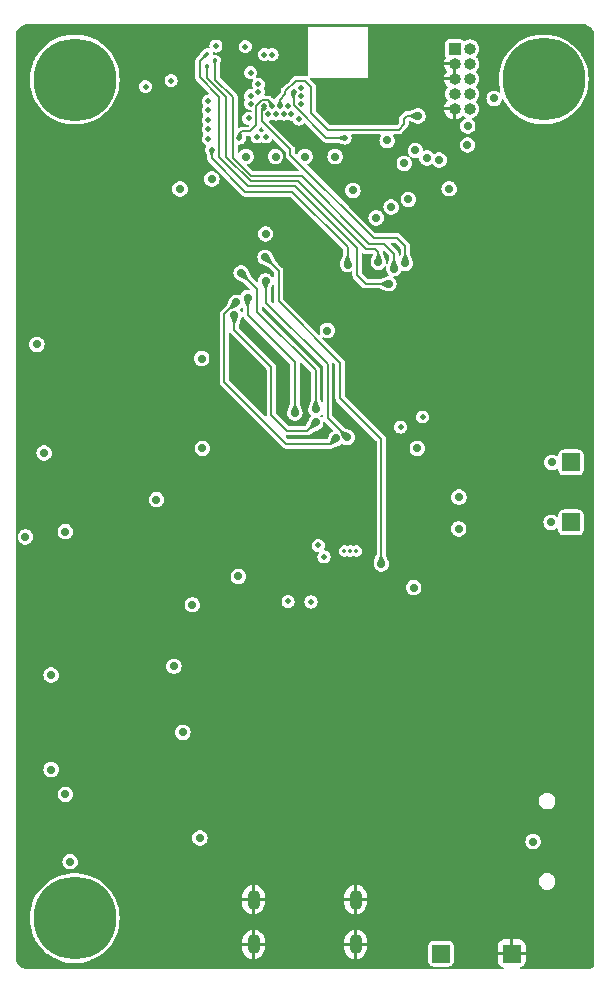
<source format=gbr>
%TF.GenerationSoftware,KiCad,Pcbnew,7.0.10-7.0.10~ubuntu22.04.1*%
%TF.CreationDate,2024-04-30T07:38:50+03:00*%
%TF.ProjectId,imu-mouse,696d752d-6d6f-4757-9365-2e6b69636164,v1*%
%TF.SameCoordinates,Original*%
%TF.FileFunction,Copper,L3,Inr*%
%TF.FilePolarity,Positive*%
%FSLAX46Y46*%
G04 Gerber Fmt 4.6, Leading zero omitted, Abs format (unit mm)*
G04 Created by KiCad (PCBNEW 7.0.10-7.0.10~ubuntu22.04.1) date 2024-04-30 07:38:50*
%MOMM*%
%LPD*%
G01*
G04 APERTURE LIST*
G04 Aperture macros list*
%AMRoundRect*
0 Rectangle with rounded corners*
0 $1 Rounding radius*
0 $2 $3 $4 $5 $6 $7 $8 $9 X,Y pos of 4 corners*
0 Add a 4 corners polygon primitive as box body*
4,1,4,$2,$3,$4,$5,$6,$7,$8,$9,$2,$3,0*
0 Add four circle primitives for the rounded corners*
1,1,$1+$1,$2,$3*
1,1,$1+$1,$4,$5*
1,1,$1+$1,$6,$7*
1,1,$1+$1,$8,$9*
0 Add four rect primitives between the rounded corners*
20,1,$1+$1,$2,$3,$4,$5,0*
20,1,$1+$1,$4,$5,$6,$7,0*
20,1,$1+$1,$6,$7,$8,$9,0*
20,1,$1+$1,$8,$9,$2,$3,0*%
G04 Aperture macros list end*
%TA.AperFunction,ComponentPad*%
%ADD10RoundRect,0.250000X-0.550000X-0.550000X0.550000X-0.550000X0.550000X0.550000X-0.550000X0.550000X0*%
%TD*%
%TA.AperFunction,ComponentPad*%
%ADD11C,7.000000*%
%TD*%
%TA.AperFunction,ComponentPad*%
%ADD12O,1.100000X1.700000*%
%TD*%
%TA.AperFunction,ComponentPad*%
%ADD13R,1.000000X1.000000*%
%TD*%
%TA.AperFunction,ComponentPad*%
%ADD14O,1.000000X1.000000*%
%TD*%
%TA.AperFunction,ViaPad*%
%ADD15C,0.700000*%
%TD*%
%TA.AperFunction,ViaPad*%
%ADD16C,0.500000*%
%TD*%
%TA.AperFunction,ViaPad*%
%ADD17C,0.350000*%
%TD*%
%TA.AperFunction,Conductor*%
%ADD18C,0.200000*%
%TD*%
G04 APERTURE END LIST*
D10*
%TO.N,GND*%
%TO.C,J2*%
X112000000Y-201680000D03*
%TD*%
D11*
%TO.N,unconnected-(H1-Pad1)*%
%TO.C,H1*%
X75000000Y-127680000D03*
%TD*%
D10*
%TO.N,+BATT*%
%TO.C,J1*%
X106000000Y-201680000D03*
%TD*%
D12*
%TO.N,GND*%
%TO.C,J3*%
X90135024Y-197109206D03*
X90135024Y-200909206D03*
X98775024Y-197109206D03*
X98775024Y-200909206D03*
%TD*%
D11*
%TO.N,unconnected-(H3-Pad1)*%
%TO.C,H3*%
X114700000Y-127670000D03*
%TD*%
D13*
%TO.N,+1V8*%
%TO.C,J4*%
X107170000Y-125080000D03*
D14*
%TO.N,/SWD-SWDIO*%
X108440000Y-125080000D03*
%TO.N,GND*%
X107170000Y-126350000D03*
%TO.N,/SWD-SWCLK*%
X108440000Y-126350000D03*
%TO.N,GND*%
X107170000Y-127620000D03*
%TO.N,/SWD-SWO*%
X108440000Y-127620000D03*
%TO.N,unconnected-(J4-KEY-Pad7)*%
X107170000Y-128890000D03*
%TO.N,unconnected-(J4-NC{slash}TDI-Pad8)*%
X108440000Y-128890000D03*
%TO.N,GND*%
X107170000Y-130160000D03*
%TO.N,/~{RESET}*%
X108440000Y-130160000D03*
%TD*%
D10*
%TO.N,/SWD-BHI_JTAG_DIO*%
%TO.C,J5*%
X117000000Y-165180000D03*
%TD*%
%TO.N,/SWD-BHI_JTAG_CLK*%
%TO.C,J6*%
X117000000Y-160100000D03*
%TD*%
D11*
%TO.N,unconnected-(H2-Pad1)*%
%TO.C,H2*%
X75000000Y-198680000D03*
%TD*%
D15*
%TO.N,+BATT*%
X74200000Y-165960000D03*
X72400000Y-159300000D03*
X113800000Y-192200000D03*
%TO.N,GND*%
X100260000Y-123660000D03*
X77880000Y-153570000D03*
X111930000Y-195680000D03*
X74420000Y-181170000D03*
X110000000Y-199200000D03*
X80140000Y-155640000D03*
X98550000Y-172650000D03*
X105800000Y-166180000D03*
X106530000Y-141500000D03*
X81090000Y-126940000D03*
D16*
X90790000Y-124290000D03*
D15*
X82950000Y-132500000D03*
X98642500Y-127980000D03*
D16*
X92390000Y-124190000D03*
D15*
X91705024Y-198264976D03*
X99555000Y-127980000D03*
D16*
X93630000Y-125480000D03*
D15*
X80080000Y-168730000D03*
X106700000Y-154700000D03*
X84560000Y-190270000D03*
X87000000Y-182060000D03*
X98260000Y-152200000D03*
X95905000Y-127980000D03*
X100820000Y-181800000D03*
X97205024Y-198195024D03*
X72560000Y-153370000D03*
X82900000Y-130450000D03*
X103590000Y-190930000D03*
X86970000Y-176990000D03*
X100260000Y-125520000D03*
X82510000Y-141480000D03*
X93340000Y-191370000D03*
X74250000Y-172750000D03*
X100260000Y-124590000D03*
D16*
X93890000Y-124290000D03*
D15*
X77700000Y-141390000D03*
X95860000Y-191400000D03*
X111530000Y-141510000D03*
X80460000Y-154010000D03*
D16*
X92990000Y-126170000D03*
D15*
X79710000Y-150460000D03*
D16*
X92030000Y-126720000D03*
D15*
X111430000Y-154440000D03*
X79500000Y-188970000D03*
D16*
X92060000Y-127780000D03*
D15*
X98610000Y-169410000D03*
D16*
X92340000Y-126140000D03*
D15*
X73920000Y-191080000D03*
X74580000Y-183150000D03*
D16*
X93190000Y-124190000D03*
D15*
X96817500Y-127980000D03*
D16*
X92020000Y-128890000D03*
D15*
X100260000Y-127380000D03*
X83480000Y-156620000D03*
D16*
X92980000Y-127770000D03*
D15*
X97730000Y-127980000D03*
D16*
X91300000Y-127770000D03*
D15*
X73650000Y-158590000D03*
X94910000Y-178460000D03*
X90060000Y-152220000D03*
D16*
X93600000Y-126110000D03*
X92990000Y-126850000D03*
X91390000Y-124290000D03*
D15*
X100260000Y-126450000D03*
%TO.N,VBUS*%
X85750000Y-151300000D03*
X88850000Y-169750000D03*
%TO.N,VS*%
X71800000Y-150100000D03*
X74600000Y-193900000D03*
D16*
%TO.N,+1V8*%
X86950000Y-124850000D03*
D15*
X107510000Y-165720000D03*
D16*
X89430000Y-124900000D03*
D15*
X107530000Y-163040000D03*
X86600000Y-136100000D03*
X104000000Y-158900000D03*
X85800000Y-158900000D03*
X103700000Y-170700000D03*
%TO.N,+3.3V*%
X85600000Y-191900000D03*
X74200000Y-188200000D03*
D16*
%TO.N,/BAT_MON_EN*%
X92038000Y-130600000D03*
X91190000Y-132540000D03*
D15*
X81910000Y-163250000D03*
%TO.N,/LED_R*%
X103240000Y-137830000D03*
X84950000Y-172150000D03*
X104050000Y-130770000D03*
D16*
X92363000Y-129950000D03*
D15*
X105855000Y-134495000D03*
D16*
%TO.N,/LED_G*%
X93013000Y-129950000D03*
D15*
X100520000Y-139390000D03*
X83400000Y-177350000D03*
X102900000Y-134770000D03*
%TO.N,/LED_B*%
X84150000Y-182950000D03*
X104810000Y-134310000D03*
X101790000Y-138480000D03*
D16*
X94175000Y-129710000D03*
D15*
%TO.N,/~{BUTTON1}*%
X83910000Y-136950000D03*
X92000000Y-134200000D03*
D16*
X92688000Y-130600000D03*
%TO.N,/~{BUTTON2}*%
X93338000Y-130600000D03*
D15*
X106700000Y-136930000D03*
X94500000Y-134200000D03*
D16*
%TO.N,/~{BUTTON3}*%
X93990000Y-131030000D03*
D15*
X97050000Y-134200000D03*
X96380000Y-148930000D03*
D16*
%TO.N,/BAT_MON*%
X91388000Y-130600000D03*
D15*
X70820000Y-166400000D03*
D16*
X90440000Y-132540000D03*
D15*
%TO.N,/~{RESET BHI360}*%
X91150000Y-140750000D03*
D16*
X93530000Y-128720000D03*
D17*
X98840000Y-167600000D03*
D15*
X98550000Y-137070000D03*
X91120000Y-142730000D03*
X100960000Y-168700000D03*
D16*
X97880000Y-132640000D03*
%TO.N,/~{BMA456_CS}*%
X91063000Y-129950000D03*
D15*
X102960000Y-143240000D03*
D16*
%TO.N,/BHI360_INT*%
X86300000Y-131100000D03*
X89900000Y-129710000D03*
D15*
X89640000Y-146140000D03*
X93630000Y-155900000D03*
%TO.N,/BHI360_MISO*%
X95400000Y-156710000D03*
D16*
X86300000Y-129500000D03*
X90550000Y-128085000D03*
D15*
X88510000Y-147630000D03*
D16*
%TO.N,/BHI360_MOSI*%
X86300000Y-131900000D03*
X90550000Y-128735000D03*
D15*
X95410000Y-155610000D03*
X89090000Y-144050000D03*
D16*
%TO.N,/BHI360_CLK*%
X86300000Y-130300000D03*
D15*
X88690000Y-146550000D03*
D16*
X89900000Y-129060000D03*
D15*
X97110000Y-158070000D03*
%TO.N,/BMA456_MISO*%
X101600000Y-144970000D03*
D17*
X86200000Y-125510000D03*
D15*
%TO.N,/BMA456_MOSI*%
X100700000Y-143160000D03*
D17*
X86200000Y-126500000D03*
%TO.N,/BMA456_CLK*%
X86880000Y-126060000D03*
D15*
X102020000Y-143680000D03*
D16*
X91063000Y-125570000D03*
%TO.N,/BMA456_INT1*%
X102600000Y-157100000D03*
D15*
X98100000Y-143350000D03*
D16*
X91713000Y-129950000D03*
X86600000Y-133630000D03*
X104460000Y-156240000D03*
X88940000Y-132640000D03*
%TO.N,/BHI360_CS*%
X86300000Y-132700000D03*
X89720000Y-130960000D03*
D15*
X91150000Y-144720000D03*
X98060000Y-157970000D03*
D16*
%TO.N,Net-(U6-ASDX)*%
X93060000Y-171870000D03*
X95610000Y-167120000D03*
%TO.N,Net-(U6-ASCX)*%
X95000000Y-171920000D03*
X96100000Y-168100000D03*
%TO.N,/SWD-SWDIO*%
X94175000Y-128410000D03*
%TO.N,/SWD-SWCLK*%
X94175000Y-129060000D03*
D15*
X108250000Y-133230000D03*
X108270000Y-131610000D03*
D16*
%TO.N,/SWD-SWO*%
X81010000Y-128280000D03*
X83160000Y-127780000D03*
D15*
X110510000Y-129280000D03*
D16*
X89900000Y-127110000D03*
D17*
%TO.N,/SWD-BHI_JTAG_DIO*%
X98340000Y-167600000D03*
D15*
X115340000Y-165170000D03*
%TO.N,/SWD-BHI_JTAG_CLK*%
X115400000Y-160100000D03*
D17*
X97837500Y-167600000D03*
D15*
%TO.N,Net-(U1-S)*%
X73000000Y-186100000D03*
X73000000Y-178100000D03*
%TO.N,/~{RESET}*%
X89500000Y-134200000D03*
D16*
X91713000Y-125570000D03*
D15*
X103840000Y-133680000D03*
X101450000Y-132840000D03*
%TD*%
D18*
%TO.N,/BHI360_MISO*%
X95400000Y-156710000D02*
X94700000Y-157410000D01*
X88510000Y-148920000D02*
X88510000Y-147630000D01*
X94700000Y-157410000D02*
X93000000Y-157410000D01*
X93000000Y-157410000D02*
X91650000Y-156060000D01*
X91650000Y-152060000D02*
X88510000Y-148920000D01*
X91650000Y-156060000D02*
X91650000Y-152060000D01*
%TO.N,/~{RESET BHI360}*%
X91120000Y-142730000D02*
X92260000Y-143870000D01*
X92260000Y-146460000D02*
X97450000Y-151650000D01*
X92260000Y-143870000D02*
X92260000Y-146460000D01*
X97450000Y-151650000D02*
X97450000Y-154610000D01*
X97450000Y-154610000D02*
X100950000Y-158110000D01*
X100950000Y-158110000D02*
X100950000Y-168690000D01*
X100950000Y-168690000D02*
X100960000Y-168700000D01*
%TO.N,/BHI360_CS*%
X98060000Y-157970000D02*
X96400000Y-156310000D01*
X96400000Y-156310000D02*
X96400000Y-151800000D01*
X96400000Y-151800000D02*
X91180000Y-146580000D01*
X91180000Y-146580000D02*
X91180000Y-144750000D01*
X91180000Y-144750000D02*
X91150000Y-144720000D01*
%TO.N,/BHI360_MOSI*%
X95410000Y-155610000D02*
X95400000Y-155600000D01*
X90420000Y-145380000D02*
X89090000Y-144050000D01*
X95400000Y-155600000D02*
X95400000Y-152310000D01*
X95400000Y-152310000D02*
X90420000Y-147330000D01*
X90420000Y-147330000D02*
X90420000Y-145380000D01*
%TO.N,/BHI360_INT*%
X93630000Y-155900000D02*
X93650000Y-155880000D01*
X93650000Y-151610000D02*
X89640000Y-147600000D01*
X93650000Y-155880000D02*
X93650000Y-151610000D01*
X89640000Y-147600000D02*
X89640000Y-146140000D01*
%TO.N,/BHI360_CLK*%
X97110000Y-158070000D02*
X96660000Y-158520000D01*
X96660000Y-158520000D02*
X92910000Y-158520000D01*
X92910000Y-158520000D02*
X87670000Y-153280000D01*
X87670000Y-153280000D02*
X87670000Y-147570000D01*
X87670000Y-147570000D02*
X88690000Y-146550000D01*
%TO.N,/LED_R*%
X92820000Y-128670000D02*
X93710000Y-127780000D01*
X102860000Y-131480000D02*
X102860000Y-131010000D01*
X102860000Y-131010000D02*
X103100000Y-130770000D01*
X93710000Y-127780000D02*
X94460000Y-127780000D01*
X94460000Y-127780000D02*
X95030000Y-128350000D01*
X92820000Y-128940000D02*
X92820000Y-128670000D01*
X103100000Y-130770000D02*
X104050000Y-130770000D01*
X92363000Y-129397000D02*
X92820000Y-128940000D01*
X92363000Y-129950000D02*
X92363000Y-129397000D01*
X102410000Y-131930000D02*
X102860000Y-131480000D01*
X96440000Y-131930000D02*
X102410000Y-131930000D01*
X95030000Y-128350000D02*
X95030000Y-130520000D01*
X95030000Y-130520000D02*
X96440000Y-131930000D01*
%TO.N,/~{RESET BHI360}*%
X93530000Y-128720000D02*
X93530000Y-129860000D01*
X96310000Y-132640000D02*
X97880000Y-132640000D01*
X93530000Y-129860000D02*
X96310000Y-132640000D01*
%TO.N,/~{BMA456_CS}*%
X90860000Y-130153000D02*
X91063000Y-129950000D01*
X90860000Y-131210000D02*
X90860000Y-130153000D01*
X93250000Y-133600000D02*
X90860000Y-131210000D01*
X102300000Y-141100000D02*
X100300000Y-141100000D01*
X103000000Y-143200000D02*
X103000000Y-141800000D01*
X100300000Y-141100000D02*
X93250000Y-134050000D01*
X102960000Y-143240000D02*
X103000000Y-143200000D01*
X93250000Y-134050000D02*
X93250000Y-133600000D01*
X103000000Y-141800000D02*
X102300000Y-141100000D01*
%TO.N,/BMA456_MISO*%
X93650000Y-136700000D02*
X98900000Y-141950000D01*
X98900000Y-141950000D02*
X98900000Y-144200000D01*
X99670000Y-144970000D02*
X101600000Y-144970000D01*
X86200000Y-125510000D02*
X85600000Y-126110000D01*
X98900000Y-144200000D02*
X99670000Y-144970000D01*
X87250000Y-129150000D02*
X87250000Y-134250000D01*
X85600000Y-126110000D02*
X85600000Y-127500000D01*
X87250000Y-134250000D02*
X89700000Y-136700000D01*
X85600000Y-127500000D02*
X87250000Y-129150000D01*
X89700000Y-136700000D02*
X93650000Y-136700000D01*
%TO.N,/BMA456_MOSI*%
X89900000Y-136300000D02*
X87800000Y-134200000D01*
X99650000Y-142050000D02*
X93900000Y-136300000D01*
X87800000Y-129150000D02*
X86200000Y-127550000D01*
X100450000Y-142050000D02*
X99650000Y-142050000D01*
X100700000Y-143160000D02*
X100700000Y-142300000D01*
X86200000Y-127550000D02*
X86200000Y-126500000D01*
X93900000Y-136300000D02*
X89900000Y-136300000D01*
X100700000Y-142300000D02*
X100450000Y-142050000D01*
X87800000Y-134200000D02*
X87800000Y-129150000D01*
%TO.N,/BMA456_CLK*%
X102020000Y-142430000D02*
X102020000Y-143680000D01*
X94230000Y-135850000D02*
X99950000Y-141570000D01*
X88400000Y-134300000D02*
X89950000Y-135850000D01*
X89950000Y-135850000D02*
X94230000Y-135850000D01*
X86880000Y-126060000D02*
X86880000Y-127680000D01*
X86880000Y-127680000D02*
X88400000Y-129200000D01*
X101160000Y-141570000D02*
X102020000Y-142430000D01*
X88400000Y-129200000D02*
X88400000Y-134300000D01*
X99950000Y-141570000D02*
X101160000Y-141570000D01*
%TO.N,/BMA456_INT1*%
X86600000Y-134350000D02*
X89450000Y-137200000D01*
X89185000Y-132070000D02*
X88940000Y-132315000D01*
X93400000Y-137200000D02*
X98100000Y-141900000D01*
X88940000Y-132315000D02*
X88940000Y-132640000D01*
X98100000Y-141900000D02*
X98100000Y-143350000D01*
X91713000Y-129950000D02*
X91713000Y-129783000D01*
X86600000Y-133630000D02*
X86600000Y-134350000D01*
X90370000Y-131560000D02*
X89860000Y-132070000D01*
X89860000Y-132070000D02*
X89185000Y-132070000D01*
X91370000Y-129440000D02*
X90860000Y-129440000D01*
X91713000Y-129783000D02*
X91370000Y-129440000D01*
X90860000Y-129440000D02*
X90370000Y-129930000D01*
X89450000Y-137200000D02*
X93400000Y-137200000D01*
X90370000Y-129930000D02*
X90370000Y-131560000D01*
%TD*%
%TA.AperFunction,Conductor*%
%TO.N,GND*%
G36*
X88181500Y-149161458D02*
G01*
X88196826Y-149173218D01*
X88202652Y-149179044D01*
X88202659Y-149179052D01*
X91227826Y-152204219D01*
X91249218Y-152250095D01*
X91249500Y-152256545D01*
X91249500Y-156114455D01*
X91232187Y-156162021D01*
X91188350Y-156187331D01*
X91138500Y-156178541D01*
X91123174Y-156166781D01*
X88092174Y-153135781D01*
X88070782Y-153089905D01*
X88070500Y-153083455D01*
X88070500Y-149225544D01*
X88087813Y-149177978D01*
X88131650Y-149152668D01*
X88181500Y-149161458D01*
G37*
%TD.AperFunction*%
%TA.AperFunction,Conductor*%
G36*
X107295000Y-127316890D02*
G01*
X107282871Y-127309888D01*
X107198436Y-127295000D01*
X107141564Y-127295000D01*
X107057129Y-127309888D01*
X107045000Y-127316890D01*
X107045000Y-126653109D01*
X107057129Y-126660112D01*
X107141564Y-126675000D01*
X107198436Y-126675000D01*
X107282871Y-126660112D01*
X107295000Y-126653109D01*
X107295000Y-127316890D01*
G37*
%TD.AperFunction*%
%TA.AperFunction,Conductor*%
G36*
X118003222Y-123000782D02*
G01*
X118042266Y-123004197D01*
X118167110Y-123015120D01*
X118179803Y-123017357D01*
X118335597Y-123059102D01*
X118347717Y-123063513D01*
X118493889Y-123131675D01*
X118505050Y-123138119D01*
X118637162Y-123230625D01*
X118647043Y-123238916D01*
X118761083Y-123352956D01*
X118769374Y-123362837D01*
X118861877Y-123494944D01*
X118868327Y-123506115D01*
X118936486Y-123652283D01*
X118940898Y-123664404D01*
X118982640Y-123820188D01*
X118984879Y-123832891D01*
X118999218Y-123996776D01*
X118999500Y-124003226D01*
X118999500Y-202495840D01*
X118999035Y-202504126D01*
X118987909Y-202602868D01*
X118984221Y-202619023D01*
X118952788Y-202708852D01*
X118945599Y-202723781D01*
X118894961Y-202804372D01*
X118884629Y-202817328D01*
X118817328Y-202884629D01*
X118804372Y-202894961D01*
X118723781Y-202945599D01*
X118708852Y-202952788D01*
X118635258Y-202978539D01*
X118619021Y-202984221D01*
X118602868Y-202987909D01*
X118504127Y-202999035D01*
X118495841Y-202999500D01*
X112751139Y-202999500D01*
X112703573Y-202982187D01*
X112678263Y-202938350D01*
X112687053Y-202888500D01*
X112725830Y-202855963D01*
X112730494Y-202854438D01*
X112810199Y-202831281D01*
X112951556Y-202747682D01*
X113067682Y-202631556D01*
X113151281Y-202490199D01*
X113197099Y-202332493D01*
X113200000Y-202295641D01*
X113200000Y-201805000D01*
X112276342Y-201805000D01*
X112303895Y-201708160D01*
X112293546Y-201596479D01*
X112272892Y-201555000D01*
X113200000Y-201555000D01*
X113200000Y-201064358D01*
X113197099Y-201027506D01*
X113151281Y-200869800D01*
X113067682Y-200728443D01*
X112951556Y-200612317D01*
X112810199Y-200528718D01*
X112652491Y-200482900D01*
X112652494Y-200482900D01*
X112615641Y-200480000D01*
X112125000Y-200480000D01*
X112125000Y-201406699D01*
X112056080Y-201380000D01*
X111972198Y-201380000D01*
X111889750Y-201395412D01*
X111875000Y-201404544D01*
X111875000Y-200480000D01*
X111384359Y-200480000D01*
X111347506Y-200482900D01*
X111189800Y-200528718D01*
X111048443Y-200612317D01*
X110932317Y-200728443D01*
X110848718Y-200869800D01*
X110802900Y-201027506D01*
X110800000Y-201064358D01*
X110800000Y-201555000D01*
X111723658Y-201555000D01*
X111696105Y-201651840D01*
X111706454Y-201763521D01*
X111727108Y-201805000D01*
X110800000Y-201805000D01*
X110800000Y-202295641D01*
X110802900Y-202332493D01*
X110848718Y-202490199D01*
X110932317Y-202631556D01*
X111048443Y-202747682D01*
X111189800Y-202831281D01*
X111269506Y-202854438D01*
X111310354Y-202884334D01*
X111322428Y-202933492D01*
X111300080Y-202978910D01*
X111253765Y-202999337D01*
X111248861Y-202999500D01*
X71003227Y-202999500D01*
X70996777Y-202999218D01*
X70832891Y-202984879D01*
X70820188Y-202982640D01*
X70664404Y-202940898D01*
X70652283Y-202936486D01*
X70506115Y-202868327D01*
X70494944Y-202861877D01*
X70362837Y-202769374D01*
X70352956Y-202761083D01*
X70238916Y-202647043D01*
X70230625Y-202637162D01*
X70217924Y-202619023D01*
X70138119Y-202505050D01*
X70131675Y-202493889D01*
X70063513Y-202347716D01*
X70059101Y-202335595D01*
X70058270Y-202332493D01*
X70017357Y-202179803D01*
X70015120Y-202167107D01*
X70012190Y-202133621D01*
X70000782Y-202003222D01*
X70000500Y-201996773D01*
X70000500Y-198680000D01*
X71194616Y-198680000D01*
X71214140Y-199064983D01*
X71272512Y-199446019D01*
X71363863Y-199798837D01*
X71369134Y-199819192D01*
X71503013Y-200180675D01*
X71649838Y-200480000D01*
X71672776Y-200526762D01*
X71876678Y-200853893D01*
X72112625Y-201158711D01*
X72112635Y-201158723D01*
X72378209Y-201438109D01*
X72378211Y-201438110D01*
X72378216Y-201438115D01*
X72670702Y-201689205D01*
X72764818Y-201754712D01*
X72987085Y-201909415D01*
X73270127Y-202066516D01*
X73324131Y-202096491D01*
X73678370Y-202248507D01*
X73678380Y-202248510D01*
X74046170Y-202363905D01*
X74046168Y-202363905D01*
X74423761Y-202441503D01*
X74734507Y-202473101D01*
X74807260Y-202480500D01*
X74807261Y-202480500D01*
X75192739Y-202480500D01*
X75192740Y-202480500D01*
X75305158Y-202469068D01*
X75576238Y-202441503D01*
X75953830Y-202363905D01*
X76104669Y-202316578D01*
X76243233Y-202273104D01*
X104899499Y-202273104D01*
X104908460Y-202347716D01*
X104910123Y-202361564D01*
X104921777Y-202391116D01*
X104965638Y-202502341D01*
X105041871Y-202602868D01*
X105057078Y-202622922D01*
X105177658Y-202714361D01*
X105318436Y-202769877D01*
X105389764Y-202778442D01*
X105406896Y-202780500D01*
X105406898Y-202780500D01*
X106593104Y-202780500D01*
X106608722Y-202778624D01*
X106681564Y-202769877D01*
X106822342Y-202714361D01*
X106942922Y-202622922D01*
X107034361Y-202502342D01*
X107089877Y-202361564D01*
X107100500Y-202273102D01*
X107100500Y-201086898D01*
X107089877Y-200998436D01*
X107034361Y-200857658D01*
X106942922Y-200737078D01*
X106822342Y-200645639D01*
X106822341Y-200645638D01*
X106737079Y-200612015D01*
X106681564Y-200590123D01*
X106652076Y-200586582D01*
X106593104Y-200579500D01*
X106593102Y-200579500D01*
X105406898Y-200579500D01*
X105406896Y-200579500D01*
X105318436Y-200590123D01*
X105177658Y-200645638D01*
X105057078Y-200737077D01*
X105057077Y-200737078D01*
X104965638Y-200857658D01*
X104910123Y-200998436D01*
X104902207Y-201064358D01*
X104899500Y-201086898D01*
X104899500Y-202273102D01*
X104899500Y-202273104D01*
X104899499Y-202273104D01*
X76243233Y-202273104D01*
X76321630Y-202248507D01*
X76675869Y-202096491D01*
X77012911Y-201909417D01*
X77329298Y-201689205D01*
X77621784Y-201438115D01*
X77656659Y-201401427D01*
X77747549Y-201305810D01*
X77793577Y-201257388D01*
X89185024Y-201257388D01*
X89199670Y-201401422D01*
X89199672Y-201401427D01*
X89257509Y-201585770D01*
X89257510Y-201585771D01*
X89351280Y-201754712D01*
X89351284Y-201754717D01*
X89477127Y-201901307D01*
X89477129Y-201901310D01*
X89629912Y-202019572D01*
X89629914Y-202019574D01*
X89803382Y-202104663D01*
X89803385Y-202104665D01*
X89990425Y-202153092D01*
X90010024Y-202154085D01*
X90010024Y-201485547D01*
X90106864Y-201513101D01*
X90218545Y-201502752D01*
X90260024Y-201482097D01*
X90260024Y-202151138D01*
X90374371Y-202133621D01*
X90555561Y-202066516D01*
X90719522Y-201964316D01*
X90859561Y-201831200D01*
X90969937Y-201672618D01*
X91046130Y-201495068D01*
X91046132Y-201495062D01*
X91085023Y-201305818D01*
X91085024Y-201305810D01*
X91085024Y-201257388D01*
X97825024Y-201257388D01*
X97839670Y-201401422D01*
X97839672Y-201401427D01*
X97897509Y-201585770D01*
X97897510Y-201585771D01*
X97991280Y-201754712D01*
X97991284Y-201754717D01*
X98117127Y-201901307D01*
X98117129Y-201901310D01*
X98269912Y-202019572D01*
X98269914Y-202019574D01*
X98443382Y-202104663D01*
X98443385Y-202104665D01*
X98630425Y-202153092D01*
X98650024Y-202154085D01*
X98650024Y-201485547D01*
X98746864Y-201513101D01*
X98858545Y-201502752D01*
X98900024Y-201482097D01*
X98900024Y-202151138D01*
X99014371Y-202133621D01*
X99195561Y-202066516D01*
X99359522Y-201964316D01*
X99499561Y-201831200D01*
X99609937Y-201672618D01*
X99686130Y-201495068D01*
X99686132Y-201495062D01*
X99725023Y-201305818D01*
X99725024Y-201305810D01*
X99725024Y-201034206D01*
X99075024Y-201034206D01*
X99075024Y-200784206D01*
X99725024Y-200784206D01*
X99725024Y-200561032D01*
X99725023Y-200561023D01*
X99710377Y-200416989D01*
X99710375Y-200416984D01*
X99652538Y-200232641D01*
X99652537Y-200232640D01*
X99558767Y-200063699D01*
X99558763Y-200063694D01*
X99432920Y-199917104D01*
X99432918Y-199917101D01*
X99280135Y-199798839D01*
X99280133Y-199798837D01*
X99106665Y-199713748D01*
X99106662Y-199713746D01*
X98919617Y-199665318D01*
X98919619Y-199665318D01*
X98900024Y-199664324D01*
X98900024Y-200332864D01*
X98803184Y-200305311D01*
X98691503Y-200315660D01*
X98650024Y-200336314D01*
X98650024Y-199667272D01*
X98535675Y-199684790D01*
X98354486Y-199751895D01*
X98190525Y-199854095D01*
X98050486Y-199987211D01*
X97940110Y-200145793D01*
X97863917Y-200323343D01*
X97863915Y-200323349D01*
X97825024Y-200512593D01*
X97825024Y-200784206D01*
X98475024Y-200784206D01*
X98475024Y-201034206D01*
X97825024Y-201034206D01*
X97825024Y-201257388D01*
X91085024Y-201257388D01*
X91085024Y-201034206D01*
X90435024Y-201034206D01*
X90435024Y-200784206D01*
X91085024Y-200784206D01*
X91085024Y-200561032D01*
X91085023Y-200561023D01*
X91070377Y-200416989D01*
X91070375Y-200416984D01*
X91012538Y-200232641D01*
X91012537Y-200232640D01*
X90918767Y-200063699D01*
X90918763Y-200063694D01*
X90792920Y-199917104D01*
X90792918Y-199917101D01*
X90640135Y-199798839D01*
X90640133Y-199798837D01*
X90466665Y-199713748D01*
X90466662Y-199713746D01*
X90279617Y-199665318D01*
X90279619Y-199665318D01*
X90260024Y-199664324D01*
X90260024Y-200332864D01*
X90163184Y-200305311D01*
X90051503Y-200315660D01*
X90010024Y-200336314D01*
X90010024Y-199667272D01*
X89895675Y-199684790D01*
X89714486Y-199751895D01*
X89550525Y-199854095D01*
X89410486Y-199987211D01*
X89300110Y-200145793D01*
X89223917Y-200323343D01*
X89223915Y-200323349D01*
X89185024Y-200512593D01*
X89185024Y-200784206D01*
X89835024Y-200784206D01*
X89835024Y-201034206D01*
X89185024Y-201034206D01*
X89185024Y-201257388D01*
X77793577Y-201257388D01*
X77887366Y-201158722D01*
X78123320Y-200853895D01*
X78327225Y-200526760D01*
X78496987Y-200180675D01*
X78630866Y-199819192D01*
X78727488Y-199446018D01*
X78785860Y-199064984D01*
X78805384Y-198680000D01*
X78785860Y-198295016D01*
X78727488Y-197913982D01*
X78630866Y-197540808D01*
X78599971Y-197457388D01*
X89185024Y-197457388D01*
X89199670Y-197601422D01*
X89199672Y-197601427D01*
X89257509Y-197785770D01*
X89257510Y-197785771D01*
X89351280Y-197954712D01*
X89351284Y-197954717D01*
X89477127Y-198101307D01*
X89477129Y-198101310D01*
X89629912Y-198219572D01*
X89629914Y-198219574D01*
X89803382Y-198304663D01*
X89803385Y-198304665D01*
X89990425Y-198353092D01*
X90010024Y-198354085D01*
X90010024Y-197685547D01*
X90106864Y-197713101D01*
X90218545Y-197702752D01*
X90260024Y-197682097D01*
X90260024Y-198351138D01*
X90374371Y-198333621D01*
X90555561Y-198266516D01*
X90719522Y-198164316D01*
X90859561Y-198031200D01*
X90969937Y-197872618D01*
X91046130Y-197695068D01*
X91046132Y-197695062D01*
X91085023Y-197505818D01*
X91085024Y-197505810D01*
X91085024Y-197457388D01*
X97825024Y-197457388D01*
X97839670Y-197601422D01*
X97839672Y-197601427D01*
X97897509Y-197785770D01*
X97897510Y-197785771D01*
X97991280Y-197954712D01*
X97991284Y-197954717D01*
X98117127Y-198101307D01*
X98117129Y-198101310D01*
X98269912Y-198219572D01*
X98269914Y-198219574D01*
X98443382Y-198304663D01*
X98443385Y-198304665D01*
X98630425Y-198353092D01*
X98650024Y-198354085D01*
X98650024Y-197685547D01*
X98746864Y-197713101D01*
X98858545Y-197702752D01*
X98900024Y-197682097D01*
X98900024Y-198351138D01*
X99014371Y-198333621D01*
X99195561Y-198266516D01*
X99359522Y-198164316D01*
X99499561Y-198031200D01*
X99609937Y-197872618D01*
X99686130Y-197695068D01*
X99686132Y-197695062D01*
X99725023Y-197505818D01*
X99725024Y-197505810D01*
X99725024Y-197234206D01*
X99075024Y-197234206D01*
X99075024Y-196984206D01*
X99725024Y-196984206D01*
X99725024Y-196761032D01*
X99725023Y-196761023D01*
X99710377Y-196616989D01*
X99710375Y-196616984D01*
X99652538Y-196432641D01*
X99652537Y-196432640D01*
X99558767Y-196263699D01*
X99558763Y-196263694D01*
X99432920Y-196117104D01*
X99432918Y-196117101D01*
X99280135Y-195998839D01*
X99280133Y-195998837D01*
X99106665Y-195913748D01*
X99106662Y-195913746D01*
X98919617Y-195865318D01*
X98919619Y-195865318D01*
X98900024Y-195864324D01*
X98900024Y-196532864D01*
X98803184Y-196505311D01*
X98691503Y-196515660D01*
X98650024Y-196536314D01*
X98650024Y-195867272D01*
X98535675Y-195884790D01*
X98354486Y-195951895D01*
X98190525Y-196054095D01*
X98050486Y-196187211D01*
X97940110Y-196345793D01*
X97863917Y-196523343D01*
X97863915Y-196523349D01*
X97825024Y-196712593D01*
X97825024Y-196984206D01*
X98475024Y-196984206D01*
X98475024Y-197234206D01*
X97825024Y-197234206D01*
X97825024Y-197457388D01*
X91085024Y-197457388D01*
X91085024Y-197234206D01*
X90435024Y-197234206D01*
X90435024Y-196984206D01*
X91085024Y-196984206D01*
X91085024Y-196761032D01*
X91085023Y-196761023D01*
X91070377Y-196616989D01*
X91070375Y-196616984D01*
X91012538Y-196432641D01*
X91012537Y-196432640D01*
X90918767Y-196263699D01*
X90918763Y-196263694D01*
X90792920Y-196117104D01*
X90792918Y-196117101D01*
X90640135Y-195998839D01*
X90640133Y-195998837D01*
X90466665Y-195913748D01*
X90466662Y-195913746D01*
X90279617Y-195865318D01*
X90279619Y-195865318D01*
X90260024Y-195864324D01*
X90260024Y-196532864D01*
X90163184Y-196505311D01*
X90051503Y-196515660D01*
X90010024Y-196536314D01*
X90010024Y-195867272D01*
X89895675Y-195884790D01*
X89714486Y-195951895D01*
X89550525Y-196054095D01*
X89410486Y-196187211D01*
X89300110Y-196345793D01*
X89223917Y-196523343D01*
X89223915Y-196523349D01*
X89185024Y-196712593D01*
X89185024Y-196984206D01*
X89835024Y-196984206D01*
X89835024Y-197234206D01*
X89185024Y-197234206D01*
X89185024Y-197457388D01*
X78599971Y-197457388D01*
X78496987Y-197179325D01*
X78327225Y-196833240D01*
X78243525Y-196698956D01*
X78123321Y-196506106D01*
X77887374Y-196201288D01*
X77887364Y-196201276D01*
X77621790Y-195921890D01*
X77621788Y-195921889D01*
X77621786Y-195921888D01*
X77621784Y-195921885D01*
X77456204Y-195779739D01*
X77329302Y-195670798D01*
X77329295Y-195670793D01*
X77321055Y-195665058D01*
X114299500Y-195665058D01*
X114300915Y-195670798D01*
X114340210Y-195830225D01*
X114419266Y-195980852D01*
X114419267Y-195980853D01*
X114419269Y-195980856D01*
X114435199Y-195998837D01*
X114532071Y-196108183D01*
X114672070Y-196204818D01*
X114831128Y-196265140D01*
X114957628Y-196280500D01*
X115042372Y-196280500D01*
X115168872Y-196265140D01*
X115327930Y-196204818D01*
X115467929Y-196108183D01*
X115580734Y-195980852D01*
X115659790Y-195830225D01*
X115700500Y-195665056D01*
X115700500Y-195494944D01*
X115659790Y-195329775D01*
X115580734Y-195179148D01*
X115467929Y-195051817D01*
X115387203Y-194996095D01*
X115327929Y-194955181D01*
X115168871Y-194894859D01*
X115042379Y-194879500D01*
X115042372Y-194879500D01*
X114957628Y-194879500D01*
X114957620Y-194879500D01*
X114831128Y-194894859D01*
X114672070Y-194955181D01*
X114532071Y-195051816D01*
X114419269Y-195179143D01*
X114419267Y-195179146D01*
X114340209Y-195329777D01*
X114299500Y-195494941D01*
X114299500Y-195665058D01*
X77321055Y-195665058D01*
X77321052Y-195665056D01*
X77305605Y-195654304D01*
X77012914Y-195450584D01*
X76675872Y-195263510D01*
X76479273Y-195179143D01*
X76321630Y-195111493D01*
X76321627Y-195111492D01*
X76321619Y-195111489D01*
X75953829Y-194996094D01*
X75953831Y-194996094D01*
X75576238Y-194918496D01*
X75192747Y-194879500D01*
X75192740Y-194879500D01*
X74807260Y-194879500D01*
X74807252Y-194879500D01*
X74423761Y-194918496D01*
X74046169Y-194996094D01*
X73678380Y-195111489D01*
X73678372Y-195111492D01*
X73324127Y-195263510D01*
X72987085Y-195450584D01*
X72670704Y-195670793D01*
X72670697Y-195670798D01*
X72378211Y-195921889D01*
X72378209Y-195921890D01*
X72112635Y-196201276D01*
X72112625Y-196201288D01*
X71876678Y-196506106D01*
X71672776Y-196833237D01*
X71672775Y-196833240D01*
X71503013Y-197179325D01*
X71397104Y-197465286D01*
X71369132Y-197540813D01*
X71272512Y-197913980D01*
X71214140Y-198295016D01*
X71194616Y-198679999D01*
X71194616Y-198680000D01*
X70000500Y-198680000D01*
X70000500Y-193900003D01*
X73944722Y-193900003D01*
X73963761Y-194056808D01*
X73963764Y-194056822D01*
X74019778Y-194204521D01*
X74109516Y-194334529D01*
X74109517Y-194334530D01*
X74227760Y-194439283D01*
X74367635Y-194512696D01*
X74521015Y-194550500D01*
X74521019Y-194550500D01*
X74678981Y-194550500D01*
X74678985Y-194550500D01*
X74832365Y-194512696D01*
X74972240Y-194439283D01*
X75090483Y-194334530D01*
X75180220Y-194204523D01*
X75236237Y-194056818D01*
X75255278Y-193900000D01*
X75236237Y-193743182D01*
X75228213Y-193722025D01*
X75180221Y-193595478D01*
X75090483Y-193465470D01*
X74972240Y-193360717D01*
X74960139Y-193354366D01*
X74832366Y-193287304D01*
X74678987Y-193249500D01*
X74678985Y-193249500D01*
X74521015Y-193249500D01*
X74521012Y-193249500D01*
X74367633Y-193287304D01*
X74227761Y-193360716D01*
X74109516Y-193465470D01*
X74019779Y-193595478D01*
X74019778Y-193595478D01*
X73963764Y-193743177D01*
X73963761Y-193743191D01*
X73944722Y-193899996D01*
X73944722Y-193900003D01*
X70000500Y-193900003D01*
X70000500Y-191900003D01*
X84944722Y-191900003D01*
X84963761Y-192056808D01*
X84963764Y-192056822D01*
X85019778Y-192204521D01*
X85109516Y-192334529D01*
X85109517Y-192334530D01*
X85227760Y-192439283D01*
X85367635Y-192512696D01*
X85521015Y-192550500D01*
X85521019Y-192550500D01*
X85678981Y-192550500D01*
X85678985Y-192550500D01*
X85832365Y-192512696D01*
X85972240Y-192439283D01*
X86090483Y-192334530D01*
X86180220Y-192204523D01*
X86181935Y-192200003D01*
X113144722Y-192200003D01*
X113163761Y-192356808D01*
X113163764Y-192356822D01*
X113219778Y-192504521D01*
X113309516Y-192634529D01*
X113309517Y-192634530D01*
X113427760Y-192739283D01*
X113567635Y-192812696D01*
X113721015Y-192850500D01*
X113721019Y-192850500D01*
X113878981Y-192850500D01*
X113878985Y-192850500D01*
X114032365Y-192812696D01*
X114172240Y-192739283D01*
X114290483Y-192634530D01*
X114380220Y-192504523D01*
X114436237Y-192356818D01*
X114455278Y-192200000D01*
X114436237Y-192043182D01*
X114428213Y-192022025D01*
X114380221Y-191895478D01*
X114290483Y-191765470D01*
X114265319Y-191743177D01*
X114172240Y-191660717D01*
X114160139Y-191654366D01*
X114032366Y-191587304D01*
X113878987Y-191549500D01*
X113878985Y-191549500D01*
X113721015Y-191549500D01*
X113721012Y-191549500D01*
X113567633Y-191587304D01*
X113427761Y-191660716D01*
X113309516Y-191765470D01*
X113219779Y-191895478D01*
X113219778Y-191895478D01*
X113163764Y-192043177D01*
X113163761Y-192043191D01*
X113144722Y-192199996D01*
X113144722Y-192200003D01*
X86181935Y-192200003D01*
X86181936Y-192200000D01*
X86236235Y-192056822D01*
X86236237Y-192056818D01*
X86255278Y-191900000D01*
X86236237Y-191743182D01*
X86228213Y-191722025D01*
X86180221Y-191595478D01*
X86090483Y-191465470D01*
X85972240Y-191360717D01*
X85960139Y-191354366D01*
X85832366Y-191287304D01*
X85678987Y-191249500D01*
X85678985Y-191249500D01*
X85521015Y-191249500D01*
X85521012Y-191249500D01*
X85367633Y-191287304D01*
X85227761Y-191360716D01*
X85109516Y-191465470D01*
X85019779Y-191595478D01*
X85019778Y-191595478D01*
X84963764Y-191743177D01*
X84963761Y-191743191D01*
X84944722Y-191899996D01*
X84944722Y-191900003D01*
X70000500Y-191900003D01*
X70000500Y-188865056D01*
X114299500Y-188865056D01*
X114340210Y-189030225D01*
X114419266Y-189180852D01*
X114419267Y-189180853D01*
X114419269Y-189180856D01*
X114532071Y-189308183D01*
X114672070Y-189404818D01*
X114831128Y-189465140D01*
X114957628Y-189480500D01*
X115042372Y-189480500D01*
X115168872Y-189465140D01*
X115327930Y-189404818D01*
X115467929Y-189308183D01*
X115580734Y-189180852D01*
X115659790Y-189030225D01*
X115700500Y-188865056D01*
X115700500Y-188694944D01*
X115659790Y-188529775D01*
X115580734Y-188379148D01*
X115560951Y-188356818D01*
X115467928Y-188251816D01*
X115327929Y-188155181D01*
X115168871Y-188094859D01*
X115042379Y-188079500D01*
X115042372Y-188079500D01*
X114957628Y-188079500D01*
X114957620Y-188079500D01*
X114831128Y-188094859D01*
X114672070Y-188155181D01*
X114532071Y-188251816D01*
X114419269Y-188379143D01*
X114419267Y-188379146D01*
X114340209Y-188529777D01*
X114299500Y-188694941D01*
X114299500Y-188694944D01*
X114299500Y-188865056D01*
X70000500Y-188865056D01*
X70000500Y-188200003D01*
X73544722Y-188200003D01*
X73563761Y-188356808D01*
X73563764Y-188356822D01*
X73619778Y-188504521D01*
X73709516Y-188634529D01*
X73709517Y-188634530D01*
X73827760Y-188739283D01*
X73967635Y-188812696D01*
X74121015Y-188850500D01*
X74121019Y-188850500D01*
X74278981Y-188850500D01*
X74278985Y-188850500D01*
X74432365Y-188812696D01*
X74572240Y-188739283D01*
X74690483Y-188634530D01*
X74780220Y-188504523D01*
X74836237Y-188356818D01*
X74843288Y-188298742D01*
X74855278Y-188200003D01*
X74855278Y-188199996D01*
X74836238Y-188043191D01*
X74836237Y-188043182D01*
X74828213Y-188022025D01*
X74780221Y-187895478D01*
X74690483Y-187765470D01*
X74572240Y-187660717D01*
X74560139Y-187654366D01*
X74432366Y-187587304D01*
X74278987Y-187549500D01*
X74278985Y-187549500D01*
X74121015Y-187549500D01*
X74121012Y-187549500D01*
X73967633Y-187587304D01*
X73827761Y-187660716D01*
X73709516Y-187765470D01*
X73619779Y-187895478D01*
X73619778Y-187895478D01*
X73563764Y-188043177D01*
X73563761Y-188043191D01*
X73544722Y-188199996D01*
X73544722Y-188200003D01*
X70000500Y-188200003D01*
X70000500Y-186100003D01*
X72344722Y-186100003D01*
X72363761Y-186256808D01*
X72363764Y-186256822D01*
X72419778Y-186404521D01*
X72509516Y-186534529D01*
X72509517Y-186534530D01*
X72627760Y-186639283D01*
X72767635Y-186712696D01*
X72921015Y-186750500D01*
X72921019Y-186750500D01*
X73078981Y-186750500D01*
X73078985Y-186750500D01*
X73232365Y-186712696D01*
X73372240Y-186639283D01*
X73490483Y-186534530D01*
X73580220Y-186404523D01*
X73636237Y-186256818D01*
X73655278Y-186100000D01*
X73636237Y-185943182D01*
X73628213Y-185922025D01*
X73580221Y-185795478D01*
X73490483Y-185665470D01*
X73372240Y-185560717D01*
X73360139Y-185554366D01*
X73232366Y-185487304D01*
X73078987Y-185449500D01*
X73078985Y-185449500D01*
X72921015Y-185449500D01*
X72921012Y-185449500D01*
X72767633Y-185487304D01*
X72627761Y-185560716D01*
X72509516Y-185665470D01*
X72419779Y-185795478D01*
X72419778Y-185795478D01*
X72363764Y-185943177D01*
X72363761Y-185943191D01*
X72344722Y-186099996D01*
X72344722Y-186100003D01*
X70000500Y-186100003D01*
X70000500Y-182950003D01*
X83494722Y-182950003D01*
X83513761Y-183106808D01*
X83513764Y-183106822D01*
X83569778Y-183254521D01*
X83659516Y-183384529D01*
X83659517Y-183384530D01*
X83777760Y-183489283D01*
X83917635Y-183562696D01*
X84071015Y-183600500D01*
X84071019Y-183600500D01*
X84228981Y-183600500D01*
X84228985Y-183600500D01*
X84382365Y-183562696D01*
X84522240Y-183489283D01*
X84640483Y-183384530D01*
X84730220Y-183254523D01*
X84786237Y-183106818D01*
X84805278Y-182950000D01*
X84786237Y-182793182D01*
X84778213Y-182772025D01*
X84730221Y-182645478D01*
X84640483Y-182515470D01*
X84522240Y-182410717D01*
X84510139Y-182404366D01*
X84382366Y-182337304D01*
X84228987Y-182299500D01*
X84228985Y-182299500D01*
X84071015Y-182299500D01*
X84071012Y-182299500D01*
X83917633Y-182337304D01*
X83777761Y-182410716D01*
X83659516Y-182515470D01*
X83569779Y-182645478D01*
X83569778Y-182645478D01*
X83513764Y-182793177D01*
X83513761Y-182793191D01*
X83494722Y-182949996D01*
X83494722Y-182950003D01*
X70000500Y-182950003D01*
X70000500Y-178100003D01*
X72344722Y-178100003D01*
X72363761Y-178256808D01*
X72363764Y-178256822D01*
X72419778Y-178404521D01*
X72509516Y-178534529D01*
X72509517Y-178534530D01*
X72627760Y-178639283D01*
X72767635Y-178712696D01*
X72921015Y-178750500D01*
X72921019Y-178750500D01*
X73078981Y-178750500D01*
X73078985Y-178750500D01*
X73232365Y-178712696D01*
X73372240Y-178639283D01*
X73490483Y-178534530D01*
X73580220Y-178404523D01*
X73636237Y-178256818D01*
X73655278Y-178100000D01*
X73643196Y-178000499D01*
X73636238Y-177943191D01*
X73636237Y-177943182D01*
X73615796Y-177889283D01*
X73580221Y-177795478D01*
X73490483Y-177665470D01*
X73478124Y-177654521D01*
X73372240Y-177560717D01*
X73360139Y-177554366D01*
X73232366Y-177487304D01*
X73078987Y-177449500D01*
X73078985Y-177449500D01*
X72921015Y-177449500D01*
X72921012Y-177449500D01*
X72767633Y-177487304D01*
X72627761Y-177560716D01*
X72509516Y-177665470D01*
X72419779Y-177795478D01*
X72419778Y-177795478D01*
X72363764Y-177943177D01*
X72363761Y-177943191D01*
X72344722Y-178099996D01*
X72344722Y-178100003D01*
X70000500Y-178100003D01*
X70000500Y-177350003D01*
X82744722Y-177350003D01*
X82763761Y-177506808D01*
X82763764Y-177506822D01*
X82819778Y-177654521D01*
X82827336Y-177665470D01*
X82909517Y-177784530D01*
X83027760Y-177889283D01*
X83167635Y-177962696D01*
X83321015Y-178000500D01*
X83321019Y-178000500D01*
X83478981Y-178000500D01*
X83478985Y-178000500D01*
X83632365Y-177962696D01*
X83772240Y-177889283D01*
X83890483Y-177784530D01*
X83980220Y-177654523D01*
X84036237Y-177506818D01*
X84055278Y-177350000D01*
X84036237Y-177193182D01*
X84028213Y-177172025D01*
X83980221Y-177045478D01*
X83890483Y-176915470D01*
X83772240Y-176810717D01*
X83760139Y-176804366D01*
X83632366Y-176737304D01*
X83478987Y-176699500D01*
X83478985Y-176699500D01*
X83321015Y-176699500D01*
X83321012Y-176699500D01*
X83167633Y-176737304D01*
X83027761Y-176810716D01*
X82909516Y-176915470D01*
X82819779Y-177045478D01*
X82819778Y-177045478D01*
X82763764Y-177193177D01*
X82763761Y-177193191D01*
X82744722Y-177349996D01*
X82744722Y-177350003D01*
X70000500Y-177350003D01*
X70000500Y-172150003D01*
X84294722Y-172150003D01*
X84313761Y-172306808D01*
X84313764Y-172306822D01*
X84369778Y-172454521D01*
X84459516Y-172584529D01*
X84459517Y-172584530D01*
X84577760Y-172689283D01*
X84717635Y-172762696D01*
X84871015Y-172800500D01*
X84871019Y-172800500D01*
X85028981Y-172800500D01*
X85028985Y-172800500D01*
X85182365Y-172762696D01*
X85322240Y-172689283D01*
X85440483Y-172584530D01*
X85530220Y-172454523D01*
X85586237Y-172306818D01*
X85593288Y-172248742D01*
X85605278Y-172150003D01*
X85605278Y-172149996D01*
X85586238Y-171993191D01*
X85586237Y-171993182D01*
X85558483Y-171920000D01*
X85539521Y-171870000D01*
X92504750Y-171870000D01*
X92523669Y-172013708D01*
X92544380Y-172063708D01*
X92579139Y-172147625D01*
X92667379Y-172262621D01*
X92782375Y-172350861D01*
X92916291Y-172406330D01*
X93060000Y-172425250D01*
X93203709Y-172406330D01*
X93337625Y-172350861D01*
X93452621Y-172262621D01*
X93540861Y-172147625D01*
X93596330Y-172013709D01*
X93608667Y-171920000D01*
X94444750Y-171920000D01*
X94463669Y-172063708D01*
X94519138Y-172197623D01*
X94519139Y-172197625D01*
X94607379Y-172312621D01*
X94722375Y-172400861D01*
X94856291Y-172456330D01*
X95000000Y-172475250D01*
X95143709Y-172456330D01*
X95277625Y-172400861D01*
X95392621Y-172312621D01*
X95480861Y-172197625D01*
X95536330Y-172063709D01*
X95555250Y-171920000D01*
X95536330Y-171776291D01*
X95480861Y-171642375D01*
X95392621Y-171527379D01*
X95277625Y-171439139D01*
X95277623Y-171439138D01*
X95143708Y-171383669D01*
X95000000Y-171364750D01*
X94856291Y-171383669D01*
X94722376Y-171439138D01*
X94607379Y-171527379D01*
X94519138Y-171642376D01*
X94463669Y-171776291D01*
X94444750Y-171920000D01*
X93608667Y-171920000D01*
X93615250Y-171870000D01*
X93596330Y-171726291D01*
X93540861Y-171592375D01*
X93452621Y-171477379D01*
X93337625Y-171389139D01*
X93337623Y-171389138D01*
X93203708Y-171333669D01*
X93060000Y-171314750D01*
X92916291Y-171333669D01*
X92782376Y-171389138D01*
X92667379Y-171477379D01*
X92579138Y-171592376D01*
X92523669Y-171726291D01*
X92504750Y-171870000D01*
X85539521Y-171870000D01*
X85530221Y-171845478D01*
X85440483Y-171715470D01*
X85322240Y-171610717D01*
X85287293Y-171592375D01*
X85182366Y-171537304D01*
X85028987Y-171499500D01*
X85028985Y-171499500D01*
X84871015Y-171499500D01*
X84871012Y-171499500D01*
X84717633Y-171537304D01*
X84577761Y-171610716D01*
X84459516Y-171715470D01*
X84369779Y-171845478D01*
X84369778Y-171845478D01*
X84313764Y-171993177D01*
X84313761Y-171993191D01*
X84294722Y-172149996D01*
X84294722Y-172150003D01*
X70000500Y-172150003D01*
X70000500Y-170700003D01*
X103044722Y-170700003D01*
X103063761Y-170856808D01*
X103063764Y-170856822D01*
X103119778Y-171004521D01*
X103209516Y-171134529D01*
X103209517Y-171134530D01*
X103327760Y-171239283D01*
X103467635Y-171312696D01*
X103621015Y-171350500D01*
X103621019Y-171350500D01*
X103778981Y-171350500D01*
X103778985Y-171350500D01*
X103932365Y-171312696D01*
X104072240Y-171239283D01*
X104190483Y-171134530D01*
X104280220Y-171004523D01*
X104336237Y-170856818D01*
X104355278Y-170700000D01*
X104336237Y-170543182D01*
X104328213Y-170522025D01*
X104280221Y-170395478D01*
X104190483Y-170265470D01*
X104072240Y-170160717D01*
X104060139Y-170154366D01*
X103932366Y-170087304D01*
X103778987Y-170049500D01*
X103778985Y-170049500D01*
X103621015Y-170049500D01*
X103621012Y-170049500D01*
X103467633Y-170087304D01*
X103327761Y-170160716D01*
X103209516Y-170265470D01*
X103119779Y-170395478D01*
X103119778Y-170395478D01*
X103063764Y-170543177D01*
X103063761Y-170543191D01*
X103044722Y-170699996D01*
X103044722Y-170700003D01*
X70000500Y-170700003D01*
X70000500Y-169750003D01*
X88194722Y-169750003D01*
X88213761Y-169906808D01*
X88213764Y-169906822D01*
X88269778Y-170054521D01*
X88343079Y-170160716D01*
X88359517Y-170184530D01*
X88477760Y-170289283D01*
X88617635Y-170362696D01*
X88771015Y-170400500D01*
X88771019Y-170400500D01*
X88928981Y-170400500D01*
X88928985Y-170400500D01*
X89082365Y-170362696D01*
X89222240Y-170289283D01*
X89340483Y-170184530D01*
X89430220Y-170054523D01*
X89486237Y-169906818D01*
X89505278Y-169750000D01*
X89486237Y-169593182D01*
X89478213Y-169572025D01*
X89430221Y-169445478D01*
X89340483Y-169315470D01*
X89337351Y-169312695D01*
X89222240Y-169210717D01*
X89210139Y-169204366D01*
X89082366Y-169137304D01*
X88928987Y-169099500D01*
X88928985Y-169099500D01*
X88771015Y-169099500D01*
X88771012Y-169099500D01*
X88617633Y-169137304D01*
X88477761Y-169210716D01*
X88359516Y-169315470D01*
X88269779Y-169445478D01*
X88269778Y-169445478D01*
X88213764Y-169593177D01*
X88213761Y-169593191D01*
X88194722Y-169749996D01*
X88194722Y-169750003D01*
X70000500Y-169750003D01*
X70000500Y-167120000D01*
X95054750Y-167120000D01*
X95073669Y-167263708D01*
X95105386Y-167340280D01*
X95129139Y-167397625D01*
X95217379Y-167512621D01*
X95332375Y-167600861D01*
X95466291Y-167656330D01*
X95593762Y-167673112D01*
X95638659Y-167696484D01*
X95658031Y-167743250D01*
X95642810Y-167791525D01*
X95619140Y-167822373D01*
X95619138Y-167822376D01*
X95563669Y-167956291D01*
X95544750Y-168100000D01*
X95563669Y-168243708D01*
X95619138Y-168377623D01*
X95619139Y-168377625D01*
X95707379Y-168492621D01*
X95822375Y-168580861D01*
X95956291Y-168636330D01*
X96100000Y-168655250D01*
X96243709Y-168636330D01*
X96377625Y-168580861D01*
X96492621Y-168492621D01*
X96580861Y-168377625D01*
X96636330Y-168243709D01*
X96655250Y-168100000D01*
X96636330Y-167956291D01*
X96580861Y-167822375D01*
X96492621Y-167707379D01*
X96377625Y-167619139D01*
X96377623Y-167619138D01*
X96331419Y-167600000D01*
X97357110Y-167600000D01*
X97376568Y-167735339D01*
X97376568Y-167735340D01*
X97376569Y-167735342D01*
X97433370Y-167859718D01*
X97522911Y-167963055D01*
X97637939Y-168036978D01*
X97769131Y-168075500D01*
X97769133Y-168075500D01*
X97905869Y-168075500D01*
X97905870Y-168075499D01*
X98037061Y-168036978D01*
X98048742Y-168029471D01*
X98098117Y-168018318D01*
X98128758Y-168029471D01*
X98140439Y-168036978D01*
X98236006Y-168065039D01*
X98271629Y-168075499D01*
X98271631Y-168075500D01*
X98271633Y-168075500D01*
X98408368Y-168075500D01*
X98452098Y-168062659D01*
X98539561Y-168036978D01*
X98549993Y-168030273D01*
X98599366Y-168019121D01*
X98630005Y-168030272D01*
X98640439Y-168036978D01*
X98771631Y-168075500D01*
X98771633Y-168075500D01*
X98908368Y-168075500D01*
X98973964Y-168056239D01*
X99039561Y-168036978D01*
X99154589Y-167963055D01*
X99244130Y-167859718D01*
X99300931Y-167735342D01*
X99320390Y-167600000D01*
X99300931Y-167464658D01*
X99244130Y-167340282D01*
X99154589Y-167236945D01*
X99154585Y-167236942D01*
X99068594Y-167181680D01*
X99039561Y-167163022D01*
X99039560Y-167163021D01*
X98908369Y-167124500D01*
X98908367Y-167124500D01*
X98771633Y-167124500D01*
X98771631Y-167124500D01*
X98640437Y-167163022D01*
X98630004Y-167169727D01*
X98580629Y-167180876D01*
X98549996Y-167169727D01*
X98539562Y-167163022D01*
X98408369Y-167124500D01*
X98408367Y-167124500D01*
X98271633Y-167124500D01*
X98271631Y-167124500D01*
X98140439Y-167163021D01*
X98140438Y-167163022D01*
X98128756Y-167170530D01*
X98079380Y-167181680D01*
X98048744Y-167170530D01*
X98037061Y-167163022D01*
X98037060Y-167163021D01*
X97905869Y-167124500D01*
X97905867Y-167124500D01*
X97769133Y-167124500D01*
X97769131Y-167124500D01*
X97637939Y-167163021D01*
X97637937Y-167163023D01*
X97522914Y-167236942D01*
X97433371Y-167340280D01*
X97376568Y-167464660D01*
X97357110Y-167600000D01*
X96331419Y-167600000D01*
X96243708Y-167563669D01*
X96116239Y-167546888D01*
X96071339Y-167523515D01*
X96051968Y-167476749D01*
X96067190Y-167428473D01*
X96067191Y-167428472D01*
X96090859Y-167397628D01*
X96090859Y-167397627D01*
X96090861Y-167397625D01*
X96146330Y-167263709D01*
X96165250Y-167120000D01*
X96146330Y-166976291D01*
X96090861Y-166842375D01*
X96002621Y-166727379D01*
X95887625Y-166639139D01*
X95887623Y-166639138D01*
X95753708Y-166583669D01*
X95610000Y-166564750D01*
X95466291Y-166583669D01*
X95332376Y-166639138D01*
X95217379Y-166727379D01*
X95129138Y-166842376D01*
X95073669Y-166976291D01*
X95054750Y-167120000D01*
X70000500Y-167120000D01*
X70000500Y-166400003D01*
X70164722Y-166400003D01*
X70183761Y-166556808D01*
X70183764Y-166556822D01*
X70239778Y-166704521D01*
X70255556Y-166727379D01*
X70329517Y-166834530D01*
X70447760Y-166939283D01*
X70587635Y-167012696D01*
X70741015Y-167050500D01*
X70741019Y-167050500D01*
X70898981Y-167050500D01*
X70898985Y-167050500D01*
X71052365Y-167012696D01*
X71192240Y-166939283D01*
X71310483Y-166834530D01*
X71400220Y-166704523D01*
X71456237Y-166556818D01*
X71475278Y-166400000D01*
X71456237Y-166243182D01*
X71422616Y-166154530D01*
X71400221Y-166095478D01*
X71310483Y-165965470D01*
X71304312Y-165960003D01*
X73544722Y-165960003D01*
X73563761Y-166116808D01*
X73563764Y-166116822D01*
X73619778Y-166264521D01*
X73692930Y-166370500D01*
X73709517Y-166394530D01*
X73827760Y-166499283D01*
X73967635Y-166572696D01*
X74121015Y-166610500D01*
X74121019Y-166610500D01*
X74278981Y-166610500D01*
X74278985Y-166610500D01*
X74432365Y-166572696D01*
X74572240Y-166499283D01*
X74690483Y-166394530D01*
X74780220Y-166264523D01*
X74788316Y-166243177D01*
X74799244Y-166214361D01*
X74836237Y-166116818D01*
X74855278Y-165960000D01*
X74845178Y-165876822D01*
X74836238Y-165803191D01*
X74836237Y-165803182D01*
X74815878Y-165749500D01*
X74780221Y-165655478D01*
X74690483Y-165525470D01*
X74632975Y-165474523D01*
X74572240Y-165420717D01*
X74560139Y-165414366D01*
X74432366Y-165347304D01*
X74278987Y-165309500D01*
X74278985Y-165309500D01*
X74121015Y-165309500D01*
X74121012Y-165309500D01*
X73967633Y-165347304D01*
X73827761Y-165420716D01*
X73709516Y-165525470D01*
X73619779Y-165655478D01*
X73619778Y-165655478D01*
X73563764Y-165803177D01*
X73563761Y-165803191D01*
X73544722Y-165959996D01*
X73544722Y-165960003D01*
X71304312Y-165960003D01*
X71304304Y-165959996D01*
X71192240Y-165860717D01*
X71115612Y-165820499D01*
X71052366Y-165787304D01*
X70898987Y-165749500D01*
X70898985Y-165749500D01*
X70741015Y-165749500D01*
X70741012Y-165749500D01*
X70587633Y-165787304D01*
X70447761Y-165860716D01*
X70329516Y-165965470D01*
X70239779Y-166095478D01*
X70239778Y-166095478D01*
X70183764Y-166243177D01*
X70183761Y-166243191D01*
X70164722Y-166399996D01*
X70164722Y-166400003D01*
X70000500Y-166400003D01*
X70000500Y-163250003D01*
X81254722Y-163250003D01*
X81273761Y-163406808D01*
X81273764Y-163406822D01*
X81329778Y-163554521D01*
X81419516Y-163684529D01*
X81419517Y-163684530D01*
X81537760Y-163789283D01*
X81677635Y-163862696D01*
X81831015Y-163900500D01*
X81831019Y-163900500D01*
X81988981Y-163900500D01*
X81988985Y-163900500D01*
X82142365Y-163862696D01*
X82282240Y-163789283D01*
X82400483Y-163684530D01*
X82490220Y-163554523D01*
X82546237Y-163406818D01*
X82565278Y-163250000D01*
X82558819Y-163196808D01*
X82546238Y-163093191D01*
X82546237Y-163093182D01*
X82526066Y-163039996D01*
X82490221Y-162945478D01*
X82400483Y-162815470D01*
X82282240Y-162710717D01*
X82270139Y-162704366D01*
X82142366Y-162637304D01*
X81988987Y-162599500D01*
X81988985Y-162599500D01*
X81831015Y-162599500D01*
X81831012Y-162599500D01*
X81677633Y-162637304D01*
X81537761Y-162710716D01*
X81419516Y-162815470D01*
X81329779Y-162945478D01*
X81329778Y-162945478D01*
X81273764Y-163093177D01*
X81273761Y-163093191D01*
X81254722Y-163249996D01*
X81254722Y-163250003D01*
X70000500Y-163250003D01*
X70000500Y-159300003D01*
X71744722Y-159300003D01*
X71763761Y-159456808D01*
X71763764Y-159456822D01*
X71819778Y-159604521D01*
X71870865Y-159678533D01*
X71909517Y-159734530D01*
X72027760Y-159839283D01*
X72167635Y-159912696D01*
X72321015Y-159950500D01*
X72321019Y-159950500D01*
X72478981Y-159950500D01*
X72478985Y-159950500D01*
X72632365Y-159912696D01*
X72772240Y-159839283D01*
X72890483Y-159734530D01*
X72980220Y-159604523D01*
X72988795Y-159581914D01*
X73015045Y-159512696D01*
X73036237Y-159456818D01*
X73043288Y-159398742D01*
X73055278Y-159300003D01*
X73055278Y-159299996D01*
X73036238Y-159143191D01*
X73036237Y-159143182D01*
X73003480Y-159056808D01*
X72980221Y-158995478D01*
X72914319Y-158900003D01*
X85144722Y-158900003D01*
X85163761Y-159056808D01*
X85163764Y-159056822D01*
X85219778Y-159204521D01*
X85309516Y-159334529D01*
X85309517Y-159334530D01*
X85427760Y-159439283D01*
X85567635Y-159512696D01*
X85721015Y-159550500D01*
X85721019Y-159550500D01*
X85878981Y-159550500D01*
X85878985Y-159550500D01*
X86032365Y-159512696D01*
X86172240Y-159439283D01*
X86290483Y-159334530D01*
X86380220Y-159204523D01*
X86436237Y-159056818D01*
X86453768Y-158912438D01*
X86455278Y-158900003D01*
X86455278Y-158899996D01*
X86436238Y-158743191D01*
X86436237Y-158743182D01*
X86415045Y-158687304D01*
X86380221Y-158595478D01*
X86290483Y-158465470D01*
X86221694Y-158404529D01*
X86172240Y-158360717D01*
X86160139Y-158354366D01*
X86032366Y-158287304D01*
X85878987Y-158249500D01*
X85878985Y-158249500D01*
X85721015Y-158249500D01*
X85721012Y-158249500D01*
X85567633Y-158287304D01*
X85427761Y-158360716D01*
X85309516Y-158465470D01*
X85219779Y-158595478D01*
X85219778Y-158595478D01*
X85163764Y-158743177D01*
X85163761Y-158743191D01*
X85144722Y-158899996D01*
X85144722Y-158900003D01*
X72914319Y-158900003D01*
X72890483Y-158865470D01*
X72870820Y-158848050D01*
X72772240Y-158760717D01*
X72760139Y-158754366D01*
X72632366Y-158687304D01*
X72478987Y-158649500D01*
X72478985Y-158649500D01*
X72321015Y-158649500D01*
X72321012Y-158649500D01*
X72167633Y-158687304D01*
X72027761Y-158760716D01*
X71909516Y-158865470D01*
X71819779Y-158995478D01*
X71819778Y-158995478D01*
X71763764Y-159143177D01*
X71763761Y-159143191D01*
X71744722Y-159299996D01*
X71744722Y-159300003D01*
X70000500Y-159300003D01*
X70000500Y-153343432D01*
X87269500Y-153343432D01*
X87277562Y-153368249D01*
X87280270Y-153379533D01*
X87284351Y-153405296D01*
X87284353Y-153405302D01*
X87296198Y-153428549D01*
X87300641Y-153439277D01*
X87308702Y-153464088D01*
X87308703Y-153464089D01*
X87324038Y-153485197D01*
X87330103Y-153495094D01*
X87341949Y-153518341D01*
X87362652Y-153539044D01*
X87362659Y-153539052D01*
X92651670Y-158828063D01*
X92651680Y-158828072D01*
X92671658Y-158848050D01*
X92694906Y-158859895D01*
X92704793Y-158865954D01*
X92725910Y-158881296D01*
X92750726Y-158889358D01*
X92761453Y-158893802D01*
X92784696Y-158905646D01*
X92784695Y-158905646D01*
X92810463Y-158909727D01*
X92821751Y-158912436D01*
X92846567Y-158920500D01*
X96723433Y-158920500D01*
X96748253Y-158912434D01*
X96759532Y-158909727D01*
X96785304Y-158905646D01*
X96808553Y-158893798D01*
X96819272Y-158889359D01*
X96844090Y-158881296D01*
X96865198Y-158865959D01*
X96875092Y-158859895D01*
X96898342Y-158848050D01*
X96901877Y-158844514D01*
X96929752Y-158826994D01*
X97333213Y-158685783D01*
X97336439Y-158684605D01*
X97340983Y-158683220D01*
X97342361Y-158682696D01*
X97342365Y-158682696D01*
X97342367Y-158682694D01*
X97342717Y-158682562D01*
X97348256Y-158679982D01*
X97355521Y-158677013D01*
X97359828Y-158674078D01*
X97367096Y-158669715D01*
X97460870Y-158620499D01*
X97482240Y-158609283D01*
X97592370Y-158511717D01*
X97639452Y-158493135D01*
X97683351Y-158507790D01*
X97684076Y-158506740D01*
X97687760Y-158509283D01*
X97827635Y-158582696D01*
X97981015Y-158620500D01*
X97981019Y-158620500D01*
X98138981Y-158620500D01*
X98138985Y-158620500D01*
X98292365Y-158582696D01*
X98432240Y-158509283D01*
X98550483Y-158404530D01*
X98640220Y-158274523D01*
X98696237Y-158126818D01*
X98710365Y-158010462D01*
X98715278Y-157970003D01*
X98715278Y-157969996D01*
X98697071Y-157820050D01*
X98696237Y-157813182D01*
X98674536Y-157755961D01*
X98640221Y-157665478D01*
X98550483Y-157535470D01*
X98432238Y-157430715D01*
X98322826Y-157373290D01*
X98315778Y-157369077D01*
X98305074Y-157361842D01*
X98305071Y-157361840D01*
X98305070Y-157361840D01*
X97811090Y-157147393D01*
X97788232Y-157131839D01*
X96822174Y-156165781D01*
X96800782Y-156119905D01*
X96800500Y-156113455D01*
X96800500Y-151745544D01*
X96817813Y-151697978D01*
X96861650Y-151672668D01*
X96911500Y-151681458D01*
X96926826Y-151693218D01*
X97027826Y-151794218D01*
X97049218Y-151840094D01*
X97049500Y-151846544D01*
X97049500Y-154673432D01*
X97057562Y-154698249D01*
X97060270Y-154709533D01*
X97064351Y-154735296D01*
X97064353Y-154735302D01*
X97076198Y-154758549D01*
X97080641Y-154769277D01*
X97088702Y-154794088D01*
X97088703Y-154794089D01*
X97104038Y-154815197D01*
X97110103Y-154825094D01*
X97121949Y-154848341D01*
X97142652Y-154869044D01*
X97142659Y-154869052D01*
X97144515Y-154870908D01*
X97144516Y-154870909D01*
X98844516Y-156570909D01*
X100527826Y-158254218D01*
X100549218Y-158300094D01*
X100549500Y-158306544D01*
X100549500Y-167919397D01*
X100544714Y-167945577D01*
X100354940Y-168447296D01*
X100354902Y-168447399D01*
X100354409Y-168448712D01*
X100354234Y-168449180D01*
X100354234Y-168449181D01*
X100351132Y-168467184D01*
X100347399Y-168480856D01*
X100323762Y-168543184D01*
X100304722Y-168699996D01*
X100304722Y-168700003D01*
X100323761Y-168856808D01*
X100323764Y-168856822D01*
X100379778Y-169004521D01*
X100469516Y-169134529D01*
X100469517Y-169134530D01*
X100587760Y-169239283D01*
X100727635Y-169312696D01*
X100881015Y-169350500D01*
X100881019Y-169350500D01*
X101038981Y-169350500D01*
X101038985Y-169350500D01*
X101192365Y-169312696D01*
X101332240Y-169239283D01*
X101450483Y-169134530D01*
X101540220Y-169004523D01*
X101596237Y-168856818D01*
X101615278Y-168700000D01*
X101609844Y-168655250D01*
X101596238Y-168543191D01*
X101596237Y-168543182D01*
X101577062Y-168492621D01*
X101569044Y-168471479D01*
X101565822Y-168460482D01*
X101563443Y-168449180D01*
X101561194Y-168438495D01*
X101356121Y-167942792D01*
X101350500Y-167914503D01*
X101350500Y-165720003D01*
X106854722Y-165720003D01*
X106873761Y-165876808D01*
X106873764Y-165876822D01*
X106929778Y-166024521D01*
X107019516Y-166154529D01*
X107019517Y-166154530D01*
X107137760Y-166259283D01*
X107277635Y-166332696D01*
X107431015Y-166370500D01*
X107431019Y-166370500D01*
X107588981Y-166370500D01*
X107588985Y-166370500D01*
X107742365Y-166332696D01*
X107882240Y-166259283D01*
X108000483Y-166154530D01*
X108090220Y-166024523D01*
X108146237Y-165876818D01*
X108157106Y-165787304D01*
X108165278Y-165720003D01*
X108165278Y-165719996D01*
X108146238Y-165563191D01*
X108146237Y-165563182D01*
X108131935Y-165525470D01*
X108090221Y-165415478D01*
X108000483Y-165285470D01*
X107882240Y-165180717D01*
X107870139Y-165174366D01*
X107861826Y-165170003D01*
X114684722Y-165170003D01*
X114703761Y-165326808D01*
X114703764Y-165326822D01*
X114759778Y-165474521D01*
X114849516Y-165604529D01*
X114849517Y-165604530D01*
X114967760Y-165709283D01*
X115107635Y-165782696D01*
X115261015Y-165820500D01*
X115261019Y-165820500D01*
X115418981Y-165820500D01*
X115418985Y-165820500D01*
X115572365Y-165782696D01*
X115712240Y-165709283D01*
X115776431Y-165652415D01*
X115823513Y-165633833D01*
X115871527Y-165649862D01*
X115898005Y-165693004D01*
X115899500Y-165707806D01*
X115899500Y-165773102D01*
X115899500Y-165773104D01*
X115899499Y-165773104D01*
X115909185Y-165853753D01*
X115910123Y-165861564D01*
X115916140Y-165876822D01*
X115965638Y-166002341D01*
X116052442Y-166116808D01*
X116057078Y-166122922D01*
X116177658Y-166214361D01*
X116318436Y-166269877D01*
X116389764Y-166278442D01*
X116406896Y-166280500D01*
X116406898Y-166280500D01*
X117593104Y-166280500D01*
X117608722Y-166278624D01*
X117681564Y-166269877D01*
X117822342Y-166214361D01*
X117942922Y-166122922D01*
X118034361Y-166002342D01*
X118089877Y-165861564D01*
X118100500Y-165773102D01*
X118100500Y-164586898D01*
X118089877Y-164498436D01*
X118034361Y-164357658D01*
X117942922Y-164237078D01*
X117822342Y-164145639D01*
X117822341Y-164145638D01*
X117737079Y-164112015D01*
X117681564Y-164090123D01*
X117652076Y-164086582D01*
X117593104Y-164079500D01*
X117593102Y-164079500D01*
X116406898Y-164079500D01*
X116406896Y-164079500D01*
X116318436Y-164090123D01*
X116177658Y-164145638D01*
X116057078Y-164237077D01*
X116057077Y-164237078D01*
X115965638Y-164357658D01*
X115910123Y-164498436D01*
X115899500Y-164586895D01*
X115899500Y-164632193D01*
X115882187Y-164679759D01*
X115838350Y-164705069D01*
X115788500Y-164696279D01*
X115776429Y-164687583D01*
X115712240Y-164630717D01*
X115628751Y-164586898D01*
X115572366Y-164557304D01*
X115418987Y-164519500D01*
X115418985Y-164519500D01*
X115261015Y-164519500D01*
X115261012Y-164519500D01*
X115107633Y-164557304D01*
X114967761Y-164630716D01*
X114849516Y-164735470D01*
X114759779Y-164865478D01*
X114759778Y-164865478D01*
X114703764Y-165013177D01*
X114703761Y-165013191D01*
X114684722Y-165169996D01*
X114684722Y-165170003D01*
X107861826Y-165170003D01*
X107742366Y-165107304D01*
X107588987Y-165069500D01*
X107588985Y-165069500D01*
X107431015Y-165069500D01*
X107431012Y-165069500D01*
X107277633Y-165107304D01*
X107137761Y-165180716D01*
X107019516Y-165285470D01*
X106929779Y-165415478D01*
X106929778Y-165415478D01*
X106873764Y-165563177D01*
X106873761Y-165563191D01*
X106854722Y-165719996D01*
X106854722Y-165720003D01*
X101350500Y-165720003D01*
X101350500Y-163040003D01*
X106874722Y-163040003D01*
X106893761Y-163196808D01*
X106893764Y-163196822D01*
X106949778Y-163344521D01*
X107039516Y-163474529D01*
X107039517Y-163474530D01*
X107157760Y-163579283D01*
X107297635Y-163652696D01*
X107451015Y-163690500D01*
X107451019Y-163690500D01*
X107608981Y-163690500D01*
X107608985Y-163690500D01*
X107762365Y-163652696D01*
X107902240Y-163579283D01*
X108020483Y-163474530D01*
X108110220Y-163344523D01*
X108166237Y-163196818D01*
X108173288Y-163138742D01*
X108185278Y-163040003D01*
X108185278Y-163039996D01*
X108166238Y-162883191D01*
X108166237Y-162883182D01*
X108158213Y-162862025D01*
X108110221Y-162735478D01*
X108020483Y-162605470D01*
X108013744Y-162599500D01*
X107902240Y-162500717D01*
X107890139Y-162494366D01*
X107762366Y-162427304D01*
X107608987Y-162389500D01*
X107608985Y-162389500D01*
X107451015Y-162389500D01*
X107451012Y-162389500D01*
X107297633Y-162427304D01*
X107157761Y-162500716D01*
X107039516Y-162605470D01*
X106949779Y-162735478D01*
X106949778Y-162735478D01*
X106893764Y-162883177D01*
X106893761Y-162883191D01*
X106874722Y-163039996D01*
X106874722Y-163040003D01*
X101350500Y-163040003D01*
X101350500Y-160100003D01*
X114744722Y-160100003D01*
X114763761Y-160256808D01*
X114763764Y-160256822D01*
X114819778Y-160404521D01*
X114909516Y-160534529D01*
X114909517Y-160534530D01*
X115027760Y-160639283D01*
X115167635Y-160712696D01*
X115321015Y-160750500D01*
X115321019Y-160750500D01*
X115478981Y-160750500D01*
X115478985Y-160750500D01*
X115632365Y-160712696D01*
X115772240Y-160639283D01*
X115776429Y-160635571D01*
X115823512Y-160616988D01*
X115871527Y-160633017D01*
X115898004Y-160676158D01*
X115899500Y-160690961D01*
X115899500Y-160693102D01*
X115899500Y-160693104D01*
X115899499Y-160693104D01*
X115910123Y-160781563D01*
X115965638Y-160922341D01*
X115965639Y-160922342D01*
X116057078Y-161042922D01*
X116177658Y-161134361D01*
X116318436Y-161189877D01*
X116389764Y-161198442D01*
X116406896Y-161200500D01*
X116406898Y-161200500D01*
X117593104Y-161200500D01*
X117608722Y-161198624D01*
X117681564Y-161189877D01*
X117822342Y-161134361D01*
X117942922Y-161042922D01*
X118034361Y-160922342D01*
X118089877Y-160781564D01*
X118100500Y-160693102D01*
X118100500Y-159506898D01*
X118089877Y-159418436D01*
X118034361Y-159277658D01*
X117942922Y-159157078D01*
X117924610Y-159143191D01*
X117822341Y-159065638D01*
X117737079Y-159032015D01*
X117681564Y-159010123D01*
X117652076Y-159006582D01*
X117593104Y-158999500D01*
X117593102Y-158999500D01*
X116406898Y-158999500D01*
X116406896Y-158999500D01*
X116318436Y-159010123D01*
X116177658Y-159065638D01*
X116057078Y-159157077D01*
X116057077Y-159157078D01*
X115965638Y-159277658D01*
X115910123Y-159418436D01*
X115899500Y-159506895D01*
X115899500Y-159509038D01*
X115882187Y-159556604D01*
X115838350Y-159581914D01*
X115788500Y-159573124D01*
X115776432Y-159564431D01*
X115772240Y-159560717D01*
X115752773Y-159550500D01*
X115632366Y-159487304D01*
X115478987Y-159449500D01*
X115478985Y-159449500D01*
X115321015Y-159449500D01*
X115321012Y-159449500D01*
X115167633Y-159487304D01*
X115027761Y-159560716D01*
X114909516Y-159665470D01*
X114819779Y-159795478D01*
X114819778Y-159795478D01*
X114763764Y-159943177D01*
X114763761Y-159943191D01*
X114744722Y-160099996D01*
X114744722Y-160100003D01*
X101350500Y-160100003D01*
X101350500Y-158900003D01*
X103344722Y-158900003D01*
X103363761Y-159056808D01*
X103363764Y-159056822D01*
X103419778Y-159204521D01*
X103509516Y-159334529D01*
X103509517Y-159334530D01*
X103627760Y-159439283D01*
X103767635Y-159512696D01*
X103921015Y-159550500D01*
X103921019Y-159550500D01*
X104078981Y-159550500D01*
X104078985Y-159550500D01*
X104232365Y-159512696D01*
X104372240Y-159439283D01*
X104490483Y-159334530D01*
X104580220Y-159204523D01*
X104636237Y-159056818D01*
X104653768Y-158912438D01*
X104655278Y-158900003D01*
X104655278Y-158899996D01*
X104636238Y-158743191D01*
X104636237Y-158743182D01*
X104615045Y-158687304D01*
X104580221Y-158595478D01*
X104490483Y-158465470D01*
X104421694Y-158404529D01*
X104372240Y-158360717D01*
X104360139Y-158354366D01*
X104232366Y-158287304D01*
X104078987Y-158249500D01*
X104078985Y-158249500D01*
X103921015Y-158249500D01*
X103921012Y-158249500D01*
X103767633Y-158287304D01*
X103627761Y-158360716D01*
X103509516Y-158465470D01*
X103419779Y-158595478D01*
X103419778Y-158595478D01*
X103363764Y-158743177D01*
X103363761Y-158743191D01*
X103344722Y-158899996D01*
X103344722Y-158900003D01*
X101350500Y-158900003D01*
X101350500Y-158075870D01*
X101350499Y-158075840D01*
X101350499Y-158046567D01*
X101342437Y-158021757D01*
X101339726Y-158010462D01*
X101335646Y-157984698D01*
X101335646Y-157984696D01*
X101335644Y-157984693D01*
X101335644Y-157984691D01*
X101323801Y-157961449D01*
X101319356Y-157950718D01*
X101311296Y-157925909D01*
X101295960Y-157904803D01*
X101289891Y-157894899D01*
X101278050Y-157871658D01*
X101188342Y-157781950D01*
X100506392Y-157100000D01*
X102044750Y-157100000D01*
X102063669Y-157243708D01*
X102115598Y-157369077D01*
X102119139Y-157377625D01*
X102207379Y-157492621D01*
X102322375Y-157580861D01*
X102456291Y-157636330D01*
X102600000Y-157655250D01*
X102743709Y-157636330D01*
X102877625Y-157580861D01*
X102992621Y-157492621D01*
X103080861Y-157377625D01*
X103136330Y-157243709D01*
X103155250Y-157100000D01*
X103136330Y-156956291D01*
X103080861Y-156822375D01*
X102992621Y-156707379D01*
X102877625Y-156619139D01*
X102877623Y-156619138D01*
X102743708Y-156563669D01*
X102600000Y-156544750D01*
X102456291Y-156563669D01*
X102322376Y-156619138D01*
X102207379Y-156707379D01*
X102119138Y-156822376D01*
X102063669Y-156956291D01*
X102044750Y-157100000D01*
X100506392Y-157100000D01*
X99646392Y-156240000D01*
X103904750Y-156240000D01*
X103923669Y-156383708D01*
X103977097Y-156512695D01*
X103979139Y-156517625D01*
X104067379Y-156632621D01*
X104182375Y-156720861D01*
X104316291Y-156776330D01*
X104460000Y-156795250D01*
X104603709Y-156776330D01*
X104737625Y-156720861D01*
X104852621Y-156632621D01*
X104940861Y-156517625D01*
X104996330Y-156383709D01*
X105015250Y-156240000D01*
X104996330Y-156096291D01*
X104940861Y-155962375D01*
X104852621Y-155847379D01*
X104737625Y-155759139D01*
X104737623Y-155759138D01*
X104603708Y-155703669D01*
X104460000Y-155684750D01*
X104316291Y-155703669D01*
X104182376Y-155759138D01*
X104067379Y-155847379D01*
X103979138Y-155962376D01*
X103923669Y-156096291D01*
X103904750Y-156240000D01*
X99646392Y-156240000D01*
X99532115Y-156125723D01*
X97872174Y-154465781D01*
X97850782Y-154419905D01*
X97850500Y-154413455D01*
X97850500Y-151615870D01*
X97850499Y-151615840D01*
X97850499Y-151586567D01*
X97842436Y-151561754D01*
X97839726Y-151550462D01*
X97837926Y-151539094D01*
X97835646Y-151524696D01*
X97835644Y-151524693D01*
X97835644Y-151524691D01*
X97823801Y-151501449D01*
X97819356Y-151490718D01*
X97811296Y-151465909D01*
X97795960Y-151444803D01*
X97789891Y-151434899D01*
X97778050Y-151411658D01*
X97688342Y-151321950D01*
X96900921Y-150534529D01*
X95989402Y-149623009D01*
X95968010Y-149577133D01*
X95981111Y-149528238D01*
X96022575Y-149499204D01*
X96073002Y-149503616D01*
X96076084Y-149505142D01*
X96147635Y-149542696D01*
X96301015Y-149580500D01*
X96301019Y-149580500D01*
X96458981Y-149580500D01*
X96458985Y-149580500D01*
X96612365Y-149542696D01*
X96752240Y-149469283D01*
X96870483Y-149364530D01*
X96960220Y-149234523D01*
X97016237Y-149086818D01*
X97035278Y-148930000D01*
X97016237Y-148773182D01*
X96997378Y-148723455D01*
X96960221Y-148625478D01*
X96870483Y-148495470D01*
X96752240Y-148390717D01*
X96740139Y-148384366D01*
X96612366Y-148317304D01*
X96458987Y-148279500D01*
X96458985Y-148279500D01*
X96301015Y-148279500D01*
X96301012Y-148279500D01*
X96147633Y-148317304D01*
X96007761Y-148390716D01*
X95889516Y-148495470D01*
X95799779Y-148625478D01*
X95799778Y-148625478D01*
X95743764Y-148773177D01*
X95743761Y-148773191D01*
X95724722Y-148929996D01*
X95724722Y-148930003D01*
X95743761Y-149086808D01*
X95743764Y-149086822D01*
X95799034Y-149232559D01*
X95799714Y-149283173D01*
X95767700Y-149322383D01*
X95717972Y-149331841D01*
X95677517Y-149311125D01*
X95142173Y-148775781D01*
X92682174Y-146315781D01*
X92660782Y-146269905D01*
X92660500Y-146263455D01*
X92660500Y-143835870D01*
X92660499Y-143835840D01*
X92660499Y-143806567D01*
X92658763Y-143801224D01*
X92652436Y-143781754D01*
X92649726Y-143770462D01*
X92645770Y-143745478D01*
X92645646Y-143744696D01*
X92645644Y-143744693D01*
X92645644Y-143744691D01*
X92633801Y-143721449D01*
X92629356Y-143710718D01*
X92621296Y-143685909D01*
X92605960Y-143664803D01*
X92599891Y-143654899D01*
X92588050Y-143631658D01*
X92498342Y-143541950D01*
X92229820Y-143273428D01*
X91958158Y-143001765D01*
X91942604Y-142978907D01*
X91925093Y-142938571D01*
X91728160Y-142484931D01*
X91726521Y-142481224D01*
X91726520Y-142481223D01*
X91726519Y-142481220D01*
X91720376Y-142472386D01*
X91711940Y-142456380D01*
X91700220Y-142425477D01*
X91610483Y-142295470D01*
X91588799Y-142276260D01*
X91492240Y-142190717D01*
X91461715Y-142174696D01*
X91352366Y-142117304D01*
X91198987Y-142079500D01*
X91198985Y-142079500D01*
X91041015Y-142079500D01*
X91041012Y-142079500D01*
X90887633Y-142117304D01*
X90747761Y-142190716D01*
X90629516Y-142295470D01*
X90539779Y-142425478D01*
X90539778Y-142425478D01*
X90483764Y-142573177D01*
X90483761Y-142573191D01*
X90464722Y-142729996D01*
X90464722Y-142730003D01*
X90483761Y-142886808D01*
X90483764Y-142886822D01*
X90539778Y-143034521D01*
X90604696Y-143128571D01*
X90629517Y-143164530D01*
X90747760Y-143269283D01*
X90838311Y-143316808D01*
X90857176Y-143326709D01*
X90864226Y-143330925D01*
X90874925Y-143338157D01*
X90874927Y-143338158D01*
X90874929Y-143338159D01*
X91368909Y-143552605D01*
X91391766Y-143568158D01*
X91837826Y-144014218D01*
X91859218Y-144060094D01*
X91859500Y-144066544D01*
X91859500Y-144365296D01*
X91842187Y-144412862D01*
X91798350Y-144438172D01*
X91748500Y-144429382D01*
X91724599Y-144407333D01*
X91640483Y-144285470D01*
X91565772Y-144219283D01*
X91522240Y-144180717D01*
X91510139Y-144174366D01*
X91382366Y-144107304D01*
X91228987Y-144069500D01*
X91228985Y-144069500D01*
X91071015Y-144069500D01*
X91071012Y-144069500D01*
X90917633Y-144107304D01*
X90777761Y-144180716D01*
X90659516Y-144285470D01*
X90569779Y-144415478D01*
X90569778Y-144415478D01*
X90513764Y-144563177D01*
X90513761Y-144563191D01*
X90494815Y-144719230D01*
X90471896Y-144764362D01*
X90425327Y-144784203D01*
X90376900Y-144769469D01*
X90369029Y-144762636D01*
X89928157Y-144321764D01*
X89912603Y-144298906D01*
X89910379Y-144293784D01*
X89698160Y-143804931D01*
X89696521Y-143801224D01*
X89696520Y-143801223D01*
X89696519Y-143801220D01*
X89690376Y-143792386D01*
X89681940Y-143776380D01*
X89670220Y-143745477D01*
X89580483Y-143615470D01*
X89527078Y-143568158D01*
X89462240Y-143510717D01*
X89450139Y-143504366D01*
X89322366Y-143437304D01*
X89168987Y-143399500D01*
X89168985Y-143399500D01*
X89011015Y-143399500D01*
X89011012Y-143399500D01*
X88857633Y-143437304D01*
X88717761Y-143510716D01*
X88599516Y-143615470D01*
X88509779Y-143745478D01*
X88509778Y-143745478D01*
X88453764Y-143893177D01*
X88453761Y-143893191D01*
X88434722Y-144049996D01*
X88434722Y-144050003D01*
X88453761Y-144206808D01*
X88453764Y-144206822D01*
X88509778Y-144354521D01*
X88599516Y-144484529D01*
X88599517Y-144484530D01*
X88717760Y-144589283D01*
X88827176Y-144646709D01*
X88834226Y-144650925D01*
X88844925Y-144658157D01*
X88844927Y-144658158D01*
X88844929Y-144658159D01*
X89338908Y-144872605D01*
X89361765Y-144888158D01*
X89855256Y-145381649D01*
X89876648Y-145427525D01*
X89863547Y-145476420D01*
X89822083Y-145505454D01*
X89785222Y-145505825D01*
X89718989Y-145489500D01*
X89718985Y-145489500D01*
X89561015Y-145489500D01*
X89561012Y-145489500D01*
X89407633Y-145527304D01*
X89267761Y-145600716D01*
X89149516Y-145705470D01*
X89059780Y-145835476D01*
X89034380Y-145902449D01*
X89001324Y-145940784D01*
X88951361Y-145948904D01*
X88930801Y-145941731D01*
X88922365Y-145937304D01*
X88922362Y-145937303D01*
X88768987Y-145899500D01*
X88768985Y-145899500D01*
X88611015Y-145899500D01*
X88611012Y-145899500D01*
X88457633Y-145937304D01*
X88317761Y-146010716D01*
X88199515Y-146115471D01*
X88109781Y-146245475D01*
X88097180Y-146278696D01*
X88089304Y-146293882D01*
X88081842Y-146304923D01*
X88081841Y-146304925D01*
X87867392Y-146798909D01*
X87851838Y-146821767D01*
X87364520Y-147309086D01*
X87364517Y-147309089D01*
X87364516Y-147309091D01*
X87364513Y-147309094D01*
X87348131Y-147325477D01*
X87341949Y-147331659D01*
X87330107Y-147354900D01*
X87324043Y-147364796D01*
X87308703Y-147385911D01*
X87308702Y-147385912D01*
X87300641Y-147410722D01*
X87296200Y-147421446D01*
X87284352Y-147444699D01*
X87284351Y-147444702D01*
X87280270Y-147470467D01*
X87277562Y-147481751D01*
X87269500Y-147506568D01*
X87269500Y-153343432D01*
X70000500Y-153343432D01*
X70000500Y-151300003D01*
X85094722Y-151300003D01*
X85113761Y-151456808D01*
X85113764Y-151456822D01*
X85169778Y-151604521D01*
X85222884Y-151681458D01*
X85259517Y-151734530D01*
X85377760Y-151839283D01*
X85517635Y-151912696D01*
X85671015Y-151950500D01*
X85671019Y-151950500D01*
X85828981Y-151950500D01*
X85828985Y-151950500D01*
X85982365Y-151912696D01*
X86122240Y-151839283D01*
X86240483Y-151734530D01*
X86330220Y-151604523D01*
X86340097Y-151578481D01*
X86355035Y-151539091D01*
X86386237Y-151456818D01*
X86405278Y-151300000D01*
X86386237Y-151143182D01*
X86378213Y-151122025D01*
X86330221Y-150995478D01*
X86240483Y-150865470D01*
X86122240Y-150760717D01*
X86102773Y-150750500D01*
X85982366Y-150687304D01*
X85828987Y-150649500D01*
X85828985Y-150649500D01*
X85671015Y-150649500D01*
X85671012Y-150649500D01*
X85517633Y-150687304D01*
X85377761Y-150760716D01*
X85259516Y-150865470D01*
X85169779Y-150995478D01*
X85169778Y-150995478D01*
X85113764Y-151143177D01*
X85113761Y-151143191D01*
X85094722Y-151299996D01*
X85094722Y-151300003D01*
X70000500Y-151300003D01*
X70000500Y-150100003D01*
X71144722Y-150100003D01*
X71163761Y-150256808D01*
X71163764Y-150256822D01*
X71219778Y-150404521D01*
X71309516Y-150534529D01*
X71309517Y-150534530D01*
X71427760Y-150639283D01*
X71567635Y-150712696D01*
X71721015Y-150750500D01*
X71721019Y-150750500D01*
X71878981Y-150750500D01*
X71878985Y-150750500D01*
X72032365Y-150712696D01*
X72172240Y-150639283D01*
X72290483Y-150534530D01*
X72380220Y-150404523D01*
X72436237Y-150256818D01*
X72455278Y-150100000D01*
X72436237Y-149943182D01*
X72428213Y-149922025D01*
X72380221Y-149795478D01*
X72290483Y-149665470D01*
X72242554Y-149623009D01*
X72172240Y-149560717D01*
X72137904Y-149542696D01*
X72032366Y-149487304D01*
X71878987Y-149449500D01*
X71878985Y-149449500D01*
X71721015Y-149449500D01*
X71721012Y-149449500D01*
X71567633Y-149487304D01*
X71427761Y-149560716D01*
X71309516Y-149665470D01*
X71219779Y-149795478D01*
X71219778Y-149795478D01*
X71163764Y-149943177D01*
X71163761Y-149943191D01*
X71144722Y-150099996D01*
X71144722Y-150100003D01*
X70000500Y-150100003D01*
X70000500Y-140750003D01*
X90494722Y-140750003D01*
X90513761Y-140906808D01*
X90513764Y-140906822D01*
X90569778Y-141054521D01*
X90659516Y-141184529D01*
X90659517Y-141184530D01*
X90777760Y-141289283D01*
X90917635Y-141362696D01*
X91071015Y-141400500D01*
X91071019Y-141400500D01*
X91228981Y-141400500D01*
X91228985Y-141400500D01*
X91382365Y-141362696D01*
X91522240Y-141289283D01*
X91640483Y-141184530D01*
X91730220Y-141054523D01*
X91786237Y-140906818D01*
X91799873Y-140794513D01*
X91805278Y-140750003D01*
X91805278Y-140749996D01*
X91786238Y-140593191D01*
X91786237Y-140593182D01*
X91778213Y-140572025D01*
X91730221Y-140445478D01*
X91640483Y-140315470D01*
X91522240Y-140210717D01*
X91510139Y-140204366D01*
X91382366Y-140137304D01*
X91228987Y-140099500D01*
X91228985Y-140099500D01*
X91071015Y-140099500D01*
X91071012Y-140099500D01*
X90917633Y-140137304D01*
X90777761Y-140210716D01*
X90659516Y-140315470D01*
X90569779Y-140445478D01*
X90569778Y-140445478D01*
X90513764Y-140593177D01*
X90513761Y-140593191D01*
X90494722Y-140749996D01*
X90494722Y-140750003D01*
X70000500Y-140750003D01*
X70000500Y-136950003D01*
X83254722Y-136950003D01*
X83273761Y-137106808D01*
X83273764Y-137106822D01*
X83329778Y-137254521D01*
X83419516Y-137384529D01*
X83419517Y-137384530D01*
X83537760Y-137489283D01*
X83634190Y-137539894D01*
X83674967Y-137561296D01*
X83677635Y-137562696D01*
X83831015Y-137600500D01*
X83831019Y-137600500D01*
X83988981Y-137600500D01*
X83988985Y-137600500D01*
X84142365Y-137562696D01*
X84282240Y-137489283D01*
X84400483Y-137384530D01*
X84490220Y-137254523D01*
X84546237Y-137106818D01*
X84565278Y-136950000D01*
X84562849Y-136929996D01*
X84546238Y-136793191D01*
X84546237Y-136793182D01*
X84515713Y-136712696D01*
X84490221Y-136645478D01*
X84400483Y-136515470D01*
X84334826Y-136457304D01*
X84282240Y-136410717D01*
X84244132Y-136390716D01*
X84142366Y-136337304D01*
X83988987Y-136299500D01*
X83988985Y-136299500D01*
X83831015Y-136299500D01*
X83831012Y-136299500D01*
X83677633Y-136337304D01*
X83537761Y-136410716D01*
X83419516Y-136515470D01*
X83329779Y-136645478D01*
X83329778Y-136645478D01*
X83273764Y-136793177D01*
X83273761Y-136793191D01*
X83254722Y-136949996D01*
X83254722Y-136950003D01*
X70000500Y-136950003D01*
X70000500Y-136100003D01*
X85944722Y-136100003D01*
X85963761Y-136256808D01*
X85963764Y-136256822D01*
X86019778Y-136404521D01*
X86082556Y-136495470D01*
X86109517Y-136534530D01*
X86227760Y-136639283D01*
X86367635Y-136712696D01*
X86521015Y-136750500D01*
X86521019Y-136750500D01*
X86678981Y-136750500D01*
X86678985Y-136750500D01*
X86832365Y-136712696D01*
X86972240Y-136639283D01*
X87090483Y-136534530D01*
X87180220Y-136404523D01*
X87236237Y-136256818D01*
X87255278Y-136100000D01*
X87236237Y-135943182D01*
X87228213Y-135922025D01*
X87180221Y-135795478D01*
X87090483Y-135665470D01*
X86972240Y-135560717D01*
X86960139Y-135554366D01*
X86832366Y-135487304D01*
X86678987Y-135449500D01*
X86678985Y-135449500D01*
X86521015Y-135449500D01*
X86521012Y-135449500D01*
X86367633Y-135487304D01*
X86227761Y-135560716D01*
X86109516Y-135665470D01*
X86019779Y-135795478D01*
X86019778Y-135795478D01*
X85963764Y-135943177D01*
X85963761Y-135943191D01*
X85944722Y-136099996D01*
X85944722Y-136100003D01*
X70000500Y-136100003D01*
X70000500Y-127680000D01*
X71194616Y-127680000D01*
X71214140Y-128064984D01*
X71239222Y-128228709D01*
X71272512Y-128446019D01*
X71366544Y-128809192D01*
X71369134Y-128819192D01*
X71503013Y-129180675D01*
X71667870Y-129516760D01*
X71672776Y-129526762D01*
X71876678Y-129853893D01*
X72104884Y-130148711D01*
X72112634Y-130158722D01*
X72113849Y-130160000D01*
X72378209Y-130438109D01*
X72378211Y-130438110D01*
X72378216Y-130438115D01*
X72540729Y-130577627D01*
X72659054Y-130679206D01*
X72670702Y-130689205D01*
X72750934Y-130745048D01*
X72987085Y-130909415D01*
X73306111Y-131086489D01*
X73324131Y-131096491D01*
X73678370Y-131248507D01*
X73678380Y-131248510D01*
X74046170Y-131363905D01*
X74046168Y-131363905D01*
X74423761Y-131441503D01*
X74708921Y-131470500D01*
X74807260Y-131480500D01*
X74807261Y-131480500D01*
X75192739Y-131480500D01*
X75192740Y-131480500D01*
X75305158Y-131469068D01*
X75576238Y-131441503D01*
X75953830Y-131363905D01*
X76210242Y-131283455D01*
X76321630Y-131248507D01*
X76675869Y-131096491D01*
X77012911Y-130909417D01*
X77329298Y-130689205D01*
X77621784Y-130438115D01*
X77631295Y-130428110D01*
X77691917Y-130364335D01*
X77887366Y-130158722D01*
X78123320Y-129853895D01*
X78327225Y-129526760D01*
X78496987Y-129180675D01*
X78630866Y-128819192D01*
X78727488Y-128446018D01*
X78752921Y-128280000D01*
X80454750Y-128280000D01*
X80473669Y-128423708D01*
X80522037Y-128540479D01*
X80529139Y-128557625D01*
X80617379Y-128672621D01*
X80732375Y-128760861D01*
X80866291Y-128816330D01*
X81010000Y-128835250D01*
X81153709Y-128816330D01*
X81287625Y-128760861D01*
X81402621Y-128672621D01*
X81490861Y-128557625D01*
X81546330Y-128423709D01*
X81565250Y-128280000D01*
X81546330Y-128136291D01*
X81490861Y-128002375D01*
X81402621Y-127887379D01*
X81287625Y-127799139D01*
X81241419Y-127780000D01*
X82604750Y-127780000D01*
X82623669Y-127923708D01*
X82678045Y-128054984D01*
X82679139Y-128057625D01*
X82767379Y-128172621D01*
X82882375Y-128260861D01*
X83016291Y-128316330D01*
X83160000Y-128335250D01*
X83303709Y-128316330D01*
X83437625Y-128260861D01*
X83552621Y-128172621D01*
X83640861Y-128057625D01*
X83696330Y-127923709D01*
X83715250Y-127780000D01*
X83696330Y-127636291D01*
X83666151Y-127563432D01*
X85199500Y-127563432D01*
X85207562Y-127588249D01*
X85210270Y-127599533D01*
X85214351Y-127625296D01*
X85214353Y-127625302D01*
X85226198Y-127648549D01*
X85230641Y-127659277D01*
X85238702Y-127684088D01*
X85238703Y-127684089D01*
X85254038Y-127705197D01*
X85260103Y-127715094D01*
X85271949Y-127738341D01*
X85292652Y-127759044D01*
X85292659Y-127759052D01*
X85294515Y-127760908D01*
X85294516Y-127760909D01*
X85913104Y-128379497D01*
X86352032Y-128818424D01*
X86373424Y-128864300D01*
X86360323Y-128913195D01*
X86318859Y-128942229D01*
X86304803Y-128944078D01*
X86304809Y-128944117D01*
X86300000Y-128944750D01*
X86287884Y-128946345D01*
X86156291Y-128963669D01*
X86022376Y-129019138D01*
X85907379Y-129107379D01*
X85819138Y-129222376D01*
X85763669Y-129356291D01*
X85744750Y-129500000D01*
X85763669Y-129643708D01*
X85819138Y-129777623D01*
X85819140Y-129777627D01*
X85878473Y-129854952D01*
X85893695Y-129903228D01*
X85878473Y-129945048D01*
X85819140Y-130022372D01*
X85819138Y-130022376D01*
X85763669Y-130156291D01*
X85744750Y-130300000D01*
X85763669Y-130443708D01*
X85819138Y-130577623D01*
X85819140Y-130577627D01*
X85878473Y-130654952D01*
X85893695Y-130703228D01*
X85878473Y-130745048D01*
X85819140Y-130822372D01*
X85819138Y-130822376D01*
X85763669Y-130956291D01*
X85744750Y-131100000D01*
X85763669Y-131243708D01*
X85819138Y-131377623D01*
X85819140Y-131377627D01*
X85878473Y-131454952D01*
X85893695Y-131503228D01*
X85878473Y-131545048D01*
X85819140Y-131622372D01*
X85819138Y-131622376D01*
X85763669Y-131756291D01*
X85744750Y-131900000D01*
X85763669Y-132043708D01*
X85819138Y-132177623D01*
X85819140Y-132177627D01*
X85878473Y-132254952D01*
X85893695Y-132303228D01*
X85878473Y-132345048D01*
X85819140Y-132422372D01*
X85819138Y-132422376D01*
X85763669Y-132556291D01*
X85744750Y-132700000D01*
X85763669Y-132843708D01*
X85815173Y-132968050D01*
X85819139Y-132977625D01*
X85907379Y-133092621D01*
X86022375Y-133180861D01*
X86057114Y-133195250D01*
X86106569Y-133215735D01*
X86143890Y-133249932D01*
X86150497Y-133300118D01*
X86136960Y-133329149D01*
X86119140Y-133352373D01*
X86119138Y-133352376D01*
X86063669Y-133486291D01*
X86044750Y-133629999D01*
X86063669Y-133773706D01*
X86063671Y-133773713D01*
X86075551Y-133802397D01*
X86080573Y-133821227D01*
X86081713Y-133830053D01*
X86195899Y-134182563D01*
X86199500Y-134205367D01*
X86199500Y-134413432D01*
X86207562Y-134438249D01*
X86210270Y-134449533D01*
X86214351Y-134475296D01*
X86214353Y-134475302D01*
X86226198Y-134498549D01*
X86230641Y-134509277D01*
X86238702Y-134534088D01*
X86238703Y-134534089D01*
X86254038Y-134555197D01*
X86260103Y-134565094D01*
X86271949Y-134588341D01*
X86292652Y-134609044D01*
X86292659Y-134609052D01*
X89191670Y-137508063D01*
X89191680Y-137508072D01*
X89211658Y-137528050D01*
X89234903Y-137539894D01*
X89244797Y-137545956D01*
X89265911Y-137561296D01*
X89290725Y-137569358D01*
X89301443Y-137573798D01*
X89324696Y-137585646D01*
X89350467Y-137589727D01*
X89361751Y-137592436D01*
X89376111Y-137597102D01*
X89386566Y-137600500D01*
X89386567Y-137600500D01*
X89418481Y-137600500D01*
X93203455Y-137600500D01*
X93251021Y-137617813D01*
X93255781Y-137622174D01*
X97677826Y-142044219D01*
X97699218Y-142090095D01*
X97699500Y-142096545D01*
X97699500Y-142565164D01*
X97694335Y-142592325D01*
X97496709Y-143093169D01*
X97495205Y-143097057D01*
X97495205Y-143097058D01*
X97491908Y-143115414D01*
X97488265Y-143128571D01*
X97463762Y-143193180D01*
X97444722Y-143349996D01*
X97444722Y-143350003D01*
X97463761Y-143506808D01*
X97463764Y-143506822D01*
X97519778Y-143654521D01*
X97603781Y-143776220D01*
X97609517Y-143784530D01*
X97727760Y-143889283D01*
X97867635Y-143962696D01*
X98021015Y-144000500D01*
X98021019Y-144000500D01*
X98178981Y-144000500D01*
X98178985Y-144000500D01*
X98332365Y-143962696D01*
X98391110Y-143931864D01*
X98441273Y-143925088D01*
X98484056Y-143952141D01*
X98499500Y-143997387D01*
X98499500Y-144263432D01*
X98507562Y-144288249D01*
X98510270Y-144299533D01*
X98514351Y-144325296D01*
X98514353Y-144325302D01*
X98526198Y-144348549D01*
X98530641Y-144359277D01*
X98538702Y-144384088D01*
X98538703Y-144384089D01*
X98554038Y-144405197D01*
X98560103Y-144415094D01*
X98571949Y-144438341D01*
X98592652Y-144459044D01*
X98592659Y-144459052D01*
X98594515Y-144460908D01*
X98594516Y-144460909D01*
X99341950Y-145208342D01*
X99431658Y-145298050D01*
X99454899Y-145309891D01*
X99464803Y-145315960D01*
X99485909Y-145331296D01*
X99497814Y-145335163D01*
X99510721Y-145339357D01*
X99521449Y-145343801D01*
X99544691Y-145355644D01*
X99544693Y-145355644D01*
X99544696Y-145355646D01*
X99570464Y-145359726D01*
X99581754Y-145362436D01*
X99606567Y-145370499D01*
X99635412Y-145370499D01*
X99635436Y-145370500D01*
X99638481Y-145370500D01*
X100815165Y-145370500D01*
X100842325Y-145375664D01*
X100915479Y-145404530D01*
X101343178Y-145573293D01*
X101343227Y-145573312D01*
X101343255Y-145573323D01*
X101347051Y-145574792D01*
X101347058Y-145574793D01*
X101350461Y-145575748D01*
X101350288Y-145576363D01*
X101365538Y-145581596D01*
X101367631Y-145582694D01*
X101367632Y-145582694D01*
X101367635Y-145582696D01*
X101521015Y-145620500D01*
X101521019Y-145620500D01*
X101678981Y-145620500D01*
X101678985Y-145620500D01*
X101832365Y-145582696D01*
X101972240Y-145509283D01*
X102090483Y-145404530D01*
X102180220Y-145274523D01*
X102236237Y-145126818D01*
X102255278Y-144970000D01*
X102254551Y-144964015D01*
X102236238Y-144813191D01*
X102236237Y-144813182D01*
X102217722Y-144764362D01*
X102180221Y-144665478D01*
X102090483Y-144535470D01*
X102005168Y-144459888D01*
X101981046Y-144415389D01*
X101991170Y-144365793D01*
X102030806Y-144334309D01*
X102054240Y-144330500D01*
X102098981Y-144330500D01*
X102098985Y-144330500D01*
X102252365Y-144292696D01*
X102392240Y-144219283D01*
X102510483Y-144114530D01*
X102600220Y-143984523D01*
X102633710Y-143896214D01*
X102666763Y-143857882D01*
X102716726Y-143849761D01*
X102723568Y-143851693D01*
X102727632Y-143852694D01*
X102727635Y-143852696D01*
X102881015Y-143890500D01*
X102881019Y-143890500D01*
X103038981Y-143890500D01*
X103038985Y-143890500D01*
X103192365Y-143852696D01*
X103332240Y-143779283D01*
X103450483Y-143674530D01*
X103540220Y-143544523D01*
X103596237Y-143396818D01*
X103611219Y-143273428D01*
X103615278Y-143240003D01*
X103615278Y-143239996D01*
X103596238Y-143083186D01*
X103596237Y-143083182D01*
X103576157Y-143030237D01*
X103571999Y-143013785D01*
X103570217Y-143000425D01*
X103431842Y-142579236D01*
X103404197Y-142495090D01*
X103400500Y-142471993D01*
X103400500Y-141765870D01*
X103400499Y-141765840D01*
X103400499Y-141736567D01*
X103392437Y-141711757D01*
X103389726Y-141700462D01*
X103385646Y-141674698D01*
X103385646Y-141674696D01*
X103385644Y-141674693D01*
X103385644Y-141674691D01*
X103373801Y-141651449D01*
X103369356Y-141640718D01*
X103361296Y-141615909D01*
X103345960Y-141594803D01*
X103339891Y-141584899D01*
X103337879Y-141580950D01*
X103328050Y-141561658D01*
X103238342Y-141471950D01*
X102560909Y-140794516D01*
X102560908Y-140794515D01*
X102559059Y-140792666D01*
X102559044Y-140792652D01*
X102538341Y-140771949D01*
X102515094Y-140760103D01*
X102505197Y-140754038D01*
X102484089Y-140738703D01*
X102484088Y-140738702D01*
X102459277Y-140730641D01*
X102448549Y-140726198D01*
X102425302Y-140714353D01*
X102425296Y-140714351D01*
X102399533Y-140710270D01*
X102388249Y-140707562D01*
X102371409Y-140702091D01*
X102363433Y-140699500D01*
X102363432Y-140699500D01*
X100496545Y-140699500D01*
X100448979Y-140682187D01*
X100444219Y-140677826D01*
X99156396Y-139390003D01*
X99864722Y-139390003D01*
X99883761Y-139546808D01*
X99883764Y-139546822D01*
X99939778Y-139694521D01*
X100029516Y-139824529D01*
X100029517Y-139824530D01*
X100147760Y-139929283D01*
X100287635Y-140002696D01*
X100441015Y-140040500D01*
X100441019Y-140040500D01*
X100598981Y-140040500D01*
X100598985Y-140040500D01*
X100752365Y-140002696D01*
X100892240Y-139929283D01*
X101010483Y-139824530D01*
X101100220Y-139694523D01*
X101156237Y-139546818D01*
X101175278Y-139390000D01*
X101156237Y-139233182D01*
X101102958Y-139092696D01*
X101100221Y-139085478D01*
X101010483Y-138955470D01*
X100892240Y-138850717D01*
X100880139Y-138844366D01*
X100752366Y-138777304D01*
X100598987Y-138739500D01*
X100598985Y-138739500D01*
X100441015Y-138739500D01*
X100441012Y-138739500D01*
X100287633Y-138777304D01*
X100147761Y-138850716D01*
X100029516Y-138955470D01*
X99939779Y-139085478D01*
X99939778Y-139085478D01*
X99883764Y-139233177D01*
X99883761Y-139233191D01*
X99864722Y-139389996D01*
X99864722Y-139390003D01*
X99156396Y-139390003D01*
X98246396Y-138480003D01*
X101134722Y-138480003D01*
X101153761Y-138636808D01*
X101153764Y-138636822D01*
X101209778Y-138784521D01*
X101255470Y-138850717D01*
X101299517Y-138914530D01*
X101417760Y-139019283D01*
X101557635Y-139092696D01*
X101711015Y-139130500D01*
X101711019Y-139130500D01*
X101868981Y-139130500D01*
X101868985Y-139130500D01*
X102022365Y-139092696D01*
X102162240Y-139019283D01*
X102280483Y-138914530D01*
X102370220Y-138784523D01*
X102426237Y-138636818D01*
X102433288Y-138578742D01*
X102445278Y-138480003D01*
X102445278Y-138479996D01*
X102426238Y-138323191D01*
X102426237Y-138323182D01*
X102403993Y-138264529D01*
X102370221Y-138175478D01*
X102280483Y-138045470D01*
X102214282Y-137986822D01*
X102162240Y-137940717D01*
X102150139Y-137934366D01*
X102022366Y-137867304D01*
X101871028Y-137830003D01*
X102584722Y-137830003D01*
X102603761Y-137986808D01*
X102603764Y-137986822D01*
X102659778Y-138134521D01*
X102688048Y-138175477D01*
X102749517Y-138264530D01*
X102867760Y-138369283D01*
X103007635Y-138442696D01*
X103161015Y-138480500D01*
X103161019Y-138480500D01*
X103318981Y-138480500D01*
X103318985Y-138480500D01*
X103472365Y-138442696D01*
X103612240Y-138369283D01*
X103730483Y-138264530D01*
X103820220Y-138134523D01*
X103876237Y-137986818D01*
X103895278Y-137830000D01*
X103895217Y-137829500D01*
X103876238Y-137673191D01*
X103876237Y-137673182D01*
X103856892Y-137622174D01*
X103820221Y-137525478D01*
X103730483Y-137395470D01*
X103706836Y-137374521D01*
X103612240Y-137290717D01*
X103543279Y-137254523D01*
X103472366Y-137217304D01*
X103318987Y-137179500D01*
X103318985Y-137179500D01*
X103161015Y-137179500D01*
X103161012Y-137179500D01*
X103007633Y-137217304D01*
X102867761Y-137290716D01*
X102749516Y-137395470D01*
X102659779Y-137525478D01*
X102659778Y-137525478D01*
X102603764Y-137673177D01*
X102603761Y-137673191D01*
X102584722Y-137829996D01*
X102584722Y-137830003D01*
X101871028Y-137830003D01*
X101868987Y-137829500D01*
X101868985Y-137829500D01*
X101711015Y-137829500D01*
X101711012Y-137829500D01*
X101557633Y-137867304D01*
X101417761Y-137940716D01*
X101299516Y-138045470D01*
X101209779Y-138175478D01*
X101209778Y-138175478D01*
X101153764Y-138323177D01*
X101153761Y-138323191D01*
X101134722Y-138479996D01*
X101134722Y-138480003D01*
X98246396Y-138480003D01*
X96836396Y-137070003D01*
X97894722Y-137070003D01*
X97913761Y-137226808D01*
X97913764Y-137226822D01*
X97969778Y-137374521D01*
X98059516Y-137504529D01*
X98059517Y-137504530D01*
X98177760Y-137609283D01*
X98317635Y-137682696D01*
X98471015Y-137720500D01*
X98471019Y-137720500D01*
X98628981Y-137720500D01*
X98628985Y-137720500D01*
X98782365Y-137682696D01*
X98922240Y-137609283D01*
X99040483Y-137504530D01*
X99130220Y-137374523D01*
X99186237Y-137226818D01*
X99200809Y-137106808D01*
X99205278Y-137070003D01*
X99205278Y-137069996D01*
X99188279Y-136930003D01*
X106044722Y-136930003D01*
X106063761Y-137086808D01*
X106063764Y-137086822D01*
X106119778Y-137234521D01*
X106209516Y-137364529D01*
X106209517Y-137364530D01*
X106327760Y-137469283D01*
X106467635Y-137542696D01*
X106621015Y-137580500D01*
X106621019Y-137580500D01*
X106778981Y-137580500D01*
X106778985Y-137580500D01*
X106932365Y-137542696D01*
X107072240Y-137469283D01*
X107190483Y-137364530D01*
X107280220Y-137234523D01*
X107336237Y-137086818D01*
X107343288Y-137028742D01*
X107355278Y-136930003D01*
X107355278Y-136929996D01*
X107339292Y-136798343D01*
X107336237Y-136773182D01*
X107313298Y-136712696D01*
X107280221Y-136625478D01*
X107190483Y-136495470D01*
X107147402Y-136457304D01*
X107072240Y-136390717D01*
X107060139Y-136384366D01*
X106932366Y-136317304D01*
X106778987Y-136279500D01*
X106778985Y-136279500D01*
X106621015Y-136279500D01*
X106621012Y-136279500D01*
X106467633Y-136317304D01*
X106327761Y-136390716D01*
X106209516Y-136495470D01*
X106119779Y-136625478D01*
X106119778Y-136625478D01*
X106063764Y-136773177D01*
X106063761Y-136773191D01*
X106044722Y-136929996D01*
X106044722Y-136930003D01*
X99188279Y-136930003D01*
X99186238Y-136913191D01*
X99186237Y-136913182D01*
X99140731Y-136793191D01*
X99130221Y-136765478D01*
X99040483Y-136635470D01*
X99029203Y-136625477D01*
X98922240Y-136530717D01*
X98893190Y-136515470D01*
X98782366Y-136457304D01*
X98628987Y-136419500D01*
X98628985Y-136419500D01*
X98471015Y-136419500D01*
X98471012Y-136419500D01*
X98317633Y-136457304D01*
X98177761Y-136530716D01*
X98059516Y-136635470D01*
X97969779Y-136765478D01*
X97969778Y-136765478D01*
X97913764Y-136913177D01*
X97913761Y-136913191D01*
X97894722Y-137069996D01*
X97894722Y-137070003D01*
X96836396Y-137070003D01*
X94702166Y-134935773D01*
X94680774Y-134889897D01*
X94693875Y-134841002D01*
X94728254Y-134814255D01*
X94732363Y-134812696D01*
X94732365Y-134812696D01*
X94872240Y-134739283D01*
X94990483Y-134634530D01*
X95080220Y-134504523D01*
X95083831Y-134495003D01*
X95136235Y-134356822D01*
X95136237Y-134356818D01*
X95148576Y-134255197D01*
X95155278Y-134200003D01*
X96394722Y-134200003D01*
X96413761Y-134356808D01*
X96413764Y-134356822D01*
X96469778Y-134504521D01*
X96545707Y-134614523D01*
X96559517Y-134634530D01*
X96677760Y-134739283D01*
X96817635Y-134812696D01*
X96971015Y-134850500D01*
X96971019Y-134850500D01*
X97128981Y-134850500D01*
X97128985Y-134850500D01*
X97282365Y-134812696D01*
X97363709Y-134770003D01*
X102244722Y-134770003D01*
X102263761Y-134926808D01*
X102263764Y-134926822D01*
X102319778Y-135074521D01*
X102409516Y-135204529D01*
X102409517Y-135204530D01*
X102527760Y-135309283D01*
X102667635Y-135382696D01*
X102821015Y-135420500D01*
X102821019Y-135420500D01*
X102978981Y-135420500D01*
X102978985Y-135420500D01*
X103132365Y-135382696D01*
X103272240Y-135309283D01*
X103390483Y-135204530D01*
X103480220Y-135074523D01*
X103536237Y-134926818D01*
X103547706Y-134832361D01*
X103555278Y-134770003D01*
X103555278Y-134769996D01*
X103536400Y-134614523D01*
X103536237Y-134613182D01*
X103514246Y-134555197D01*
X103480221Y-134465478D01*
X103405218Y-134356818D01*
X103391377Y-134336766D01*
X103378606Y-134287786D01*
X103400306Y-134242054D01*
X103446324Y-134220970D01*
X103486667Y-134229206D01*
X103607635Y-134292696D01*
X103761015Y-134330500D01*
X103761019Y-134330500D01*
X103918981Y-134330500D01*
X103918985Y-134330500D01*
X104069187Y-134293479D01*
X104119514Y-134298906D01*
X104154579Y-134335412D01*
X104160356Y-134356409D01*
X104173761Y-134466808D01*
X104173764Y-134466822D01*
X104229778Y-134614521D01*
X104315895Y-134739283D01*
X104319517Y-134744530D01*
X104437760Y-134849283D01*
X104577635Y-134922696D01*
X104731015Y-134960500D01*
X104731019Y-134960500D01*
X104888981Y-134960500D01*
X104888985Y-134960500D01*
X105042365Y-134922696D01*
X105182240Y-134849283D01*
X105198455Y-134834917D01*
X105245538Y-134816333D01*
X105293552Y-134832361D01*
X105308426Y-134848267D01*
X105309967Y-134850500D01*
X105364515Y-134929528D01*
X105364516Y-134929529D01*
X105364517Y-134929530D01*
X105482760Y-135034283D01*
X105622635Y-135107696D01*
X105776015Y-135145500D01*
X105776019Y-135145500D01*
X105933981Y-135145500D01*
X105933985Y-135145500D01*
X106087365Y-135107696D01*
X106227240Y-135034283D01*
X106345483Y-134929530D01*
X106435220Y-134799523D01*
X106446416Y-134770003D01*
X106491235Y-134651822D01*
X106491237Y-134651818D01*
X106505532Y-134534088D01*
X106510278Y-134495003D01*
X106510278Y-134494996D01*
X106491238Y-134338191D01*
X106491237Y-134338182D01*
X106480549Y-134310000D01*
X106435221Y-134190478D01*
X106345483Y-134060470D01*
X106283408Y-134005477D01*
X106227240Y-133955717D01*
X106215139Y-133949366D01*
X106087366Y-133882304D01*
X105933987Y-133844500D01*
X105933985Y-133844500D01*
X105776015Y-133844500D01*
X105776012Y-133844500D01*
X105622637Y-133882303D01*
X105482761Y-133955716D01*
X105466543Y-133970084D01*
X105419458Y-133988666D01*
X105371444Y-133972636D01*
X105356572Y-133956729D01*
X105300484Y-133875471D01*
X105285878Y-133862531D01*
X105182240Y-133770717D01*
X105170139Y-133764366D01*
X105042366Y-133697304D01*
X104888987Y-133659500D01*
X104888985Y-133659500D01*
X104731015Y-133659500D01*
X104731012Y-133659500D01*
X104580812Y-133696520D01*
X104530484Y-133691093D01*
X104495420Y-133654586D01*
X104489643Y-133633589D01*
X104481417Y-133565840D01*
X104476237Y-133523182D01*
X104462246Y-133486291D01*
X104420221Y-133375478D01*
X104330483Y-133245470D01*
X104313024Y-133230003D01*
X107594722Y-133230003D01*
X107613761Y-133386808D01*
X107613764Y-133386822D01*
X107669778Y-133534521D01*
X107738160Y-133633589D01*
X107759517Y-133664530D01*
X107877760Y-133769283D01*
X108017635Y-133842696D01*
X108171015Y-133880500D01*
X108171019Y-133880500D01*
X108328981Y-133880500D01*
X108328985Y-133880500D01*
X108482365Y-133842696D01*
X108622240Y-133769283D01*
X108740483Y-133664530D01*
X108830220Y-133534523D01*
X108886237Y-133386818D01*
X108899871Y-133274529D01*
X108905278Y-133230003D01*
X108905278Y-133229996D01*
X108886238Y-133073191D01*
X108886237Y-133073182D01*
X108866394Y-133020861D01*
X108830221Y-132925478D01*
X108740483Y-132795470D01*
X108727206Y-132783708D01*
X108622240Y-132690717D01*
X108607874Y-132683177D01*
X108482366Y-132617304D01*
X108328987Y-132579500D01*
X108328985Y-132579500D01*
X108171015Y-132579500D01*
X108171012Y-132579500D01*
X108017633Y-132617304D01*
X107877761Y-132690716D01*
X107759516Y-132795470D01*
X107669779Y-132925478D01*
X107669778Y-132925478D01*
X107613764Y-133073177D01*
X107613761Y-133073191D01*
X107594722Y-133229996D01*
X107594722Y-133230003D01*
X104313024Y-133230003D01*
X104296919Y-133215735D01*
X104212240Y-133140717D01*
X104174408Y-133120861D01*
X104072366Y-133067304D01*
X103918987Y-133029500D01*
X103918985Y-133029500D01*
X103761015Y-133029500D01*
X103761012Y-133029500D01*
X103607633Y-133067304D01*
X103467761Y-133140716D01*
X103349516Y-133245470D01*
X103259779Y-133375478D01*
X103259778Y-133375478D01*
X103203764Y-133523177D01*
X103203761Y-133523191D01*
X103184722Y-133679996D01*
X103184722Y-133680003D01*
X103203761Y-133836808D01*
X103203764Y-133836822D01*
X103228542Y-133902156D01*
X103259780Y-133984523D01*
X103312202Y-134060470D01*
X103348621Y-134113232D01*
X103361393Y-134162213D01*
X103339693Y-134207945D01*
X103293674Y-134229029D01*
X103253330Y-134220792D01*
X103132366Y-134157304D01*
X102978987Y-134119500D01*
X102978985Y-134119500D01*
X102821015Y-134119500D01*
X102821012Y-134119500D01*
X102667633Y-134157304D01*
X102527761Y-134230716D01*
X102409516Y-134335470D01*
X102319779Y-134465478D01*
X102319778Y-134465478D01*
X102263764Y-134613177D01*
X102263761Y-134613191D01*
X102244722Y-134769996D01*
X102244722Y-134770003D01*
X97363709Y-134770003D01*
X97422240Y-134739283D01*
X97540483Y-134634530D01*
X97630220Y-134504523D01*
X97633831Y-134495003D01*
X97686235Y-134356822D01*
X97686237Y-134356818D01*
X97698576Y-134255197D01*
X97705278Y-134200003D01*
X97705278Y-134199996D01*
X97686238Y-134043191D01*
X97686237Y-134043182D01*
X97660551Y-133975453D01*
X97630221Y-133895478D01*
X97540483Y-133765470D01*
X97422240Y-133660717D01*
X97370553Y-133633589D01*
X97282366Y-133587304D01*
X97128987Y-133549500D01*
X97128985Y-133549500D01*
X96971015Y-133549500D01*
X96971012Y-133549500D01*
X96817633Y-133587304D01*
X96677761Y-133660716D01*
X96559516Y-133765470D01*
X96469779Y-133895478D01*
X96469778Y-133895478D01*
X96413764Y-134043177D01*
X96413761Y-134043191D01*
X96394722Y-134199996D01*
X96394722Y-134200003D01*
X95155278Y-134200003D01*
X95155278Y-134199996D01*
X95136238Y-134043191D01*
X95136237Y-134043182D01*
X95110551Y-133975453D01*
X95080221Y-133895478D01*
X94990483Y-133765470D01*
X94872240Y-133660717D01*
X94820553Y-133633589D01*
X94732366Y-133587304D01*
X94578987Y-133549500D01*
X94578985Y-133549500D01*
X94421015Y-133549500D01*
X94421012Y-133549500D01*
X94267633Y-133587304D01*
X94127761Y-133660716D01*
X94009516Y-133765470D01*
X93919779Y-133895477D01*
X93889448Y-133975453D01*
X93856393Y-134013789D01*
X93806429Y-134021909D01*
X93767931Y-134001538D01*
X93672174Y-133905781D01*
X93650782Y-133859905D01*
X93650500Y-133853455D01*
X93650500Y-133565870D01*
X93650499Y-133565840D01*
X93650499Y-133536567D01*
X93646153Y-133523192D01*
X93642436Y-133511754D01*
X93639726Y-133500462D01*
X93635646Y-133474696D01*
X93635644Y-133474693D01*
X93635644Y-133474691D01*
X93623801Y-133451449D01*
X93619356Y-133440718D01*
X93611296Y-133415909D01*
X93595960Y-133394803D01*
X93589891Y-133384899D01*
X93585091Y-133375478D01*
X93578050Y-133361658D01*
X93488342Y-133271950D01*
X91479651Y-131263259D01*
X91458259Y-131217383D01*
X91471360Y-131168488D01*
X91512824Y-131139454D01*
X91522318Y-131137566D01*
X91531709Y-131136330D01*
X91665625Y-131080861D01*
X91667950Y-131079076D01*
X91669633Y-131078545D01*
X91669822Y-131078437D01*
X91669846Y-131078478D01*
X91716224Y-131063853D01*
X91758049Y-131079076D01*
X91760375Y-131080861D01*
X91894291Y-131136330D01*
X92038000Y-131155250D01*
X92181709Y-131136330D01*
X92315625Y-131080861D01*
X92317950Y-131079076D01*
X92319633Y-131078545D01*
X92319822Y-131078437D01*
X92319846Y-131078478D01*
X92366224Y-131063853D01*
X92408049Y-131079076D01*
X92410375Y-131080861D01*
X92544291Y-131136330D01*
X92688000Y-131155250D01*
X92831709Y-131136330D01*
X92965625Y-131080861D01*
X92967950Y-131079076D01*
X92969633Y-131078545D01*
X92969822Y-131078437D01*
X92969846Y-131078478D01*
X93016224Y-131063853D01*
X93058049Y-131079076D01*
X93060375Y-131080861D01*
X93194291Y-131136330D01*
X93338000Y-131155250D01*
X93384140Y-131149175D01*
X93433560Y-131160131D01*
X93462167Y-131194224D01*
X93508249Y-131305477D01*
X93509139Y-131307625D01*
X93597379Y-131422621D01*
X93712375Y-131510861D01*
X93846291Y-131566330D01*
X93990000Y-131585250D01*
X94133709Y-131566330D01*
X94267625Y-131510861D01*
X94382621Y-131422621D01*
X94393601Y-131408310D01*
X94436291Y-131381111D01*
X94486477Y-131387716D01*
X94504637Y-131401030D01*
X96051670Y-132948063D01*
X96051680Y-132948072D01*
X96071658Y-132968050D01*
X96090446Y-132977623D01*
X96094903Y-132979894D01*
X96104797Y-132985956D01*
X96125911Y-133001296D01*
X96150725Y-133009358D01*
X96161443Y-133013798D01*
X96184696Y-133025646D01*
X96210467Y-133029727D01*
X96221751Y-133032436D01*
X96236111Y-133037102D01*
X96246566Y-133040500D01*
X96246567Y-133040500D01*
X96278481Y-133040500D01*
X97304634Y-133040500D01*
X97327438Y-133044101D01*
X97679946Y-133158285D01*
X97689749Y-133159643D01*
X97707914Y-133164575D01*
X97736291Y-133176330D01*
X97880000Y-133195250D01*
X98023709Y-133176330D01*
X98157625Y-133120861D01*
X98272621Y-133032621D01*
X98360861Y-132917625D01*
X98416330Y-132783709D01*
X98435250Y-132640000D01*
X98416330Y-132496291D01*
X98390038Y-132432817D01*
X98387831Y-132382247D01*
X98418646Y-132342089D01*
X98458406Y-132330500D01*
X100870270Y-132330500D01*
X100917836Y-132347813D01*
X100943146Y-132391650D01*
X100934356Y-132441500D01*
X100931171Y-132446537D01*
X100869779Y-132535478D01*
X100869778Y-132535478D01*
X100813764Y-132683177D01*
X100813761Y-132683191D01*
X100794722Y-132839996D01*
X100794722Y-132840003D01*
X100813761Y-132996808D01*
X100813764Y-132996822D01*
X100869778Y-133144521D01*
X100939458Y-133245470D01*
X100959517Y-133274530D01*
X101077760Y-133379283D01*
X101217635Y-133452696D01*
X101371015Y-133490500D01*
X101371019Y-133490500D01*
X101528981Y-133490500D01*
X101528985Y-133490500D01*
X101682365Y-133452696D01*
X101822240Y-133379283D01*
X101940483Y-133274530D01*
X102030220Y-133144523D01*
X102031664Y-133140717D01*
X102056082Y-133076330D01*
X102086237Y-132996818D01*
X102105278Y-132840000D01*
X102102561Y-132817625D01*
X102086238Y-132683191D01*
X102086237Y-132683182D01*
X102061253Y-132617304D01*
X102030221Y-132535478D01*
X101968829Y-132446537D01*
X101956057Y-132397556D01*
X101977756Y-132351824D01*
X102023775Y-132330740D01*
X102029730Y-132330500D01*
X102473433Y-132330500D01*
X102498253Y-132322434D01*
X102509532Y-132319727D01*
X102535304Y-132315646D01*
X102558553Y-132303798D01*
X102569272Y-132299359D01*
X102594090Y-132291296D01*
X102615198Y-132275959D01*
X102625100Y-132269892D01*
X102648340Y-132258051D01*
X102648342Y-132258050D01*
X102666689Y-132239702D01*
X102666694Y-132239698D01*
X102670907Y-132235485D01*
X102670909Y-132235484D01*
X103165483Y-131740909D01*
X103188050Y-131718342D01*
X103199893Y-131695097D01*
X103205964Y-131685190D01*
X103221296Y-131664090D01*
X103229361Y-131639265D01*
X103233798Y-131628553D01*
X103245646Y-131605304D01*
X103249727Y-131579532D01*
X103252434Y-131568253D01*
X103260500Y-131543433D01*
X103260500Y-131416567D01*
X103260500Y-131271858D01*
X103277813Y-131224292D01*
X103321650Y-131198982D01*
X103361659Y-131203022D01*
X103601321Y-131297589D01*
X103793178Y-131373293D01*
X103793227Y-131373312D01*
X103793255Y-131373323D01*
X103797051Y-131374792D01*
X103797058Y-131374793D01*
X103800461Y-131375748D01*
X103800288Y-131376363D01*
X103815538Y-131381596D01*
X103817631Y-131382694D01*
X103817632Y-131382694D01*
X103817635Y-131382696D01*
X103971015Y-131420500D01*
X103971019Y-131420500D01*
X104128981Y-131420500D01*
X104128985Y-131420500D01*
X104282365Y-131382696D01*
X104422240Y-131309283D01*
X104540483Y-131204530D01*
X104630220Y-131074523D01*
X104631664Y-131070717D01*
X104659505Y-130997304D01*
X104686237Y-130926818D01*
X104697687Y-130832516D01*
X104705278Y-130770003D01*
X104705278Y-130769996D01*
X104686238Y-130613191D01*
X104686237Y-130613182D01*
X104646924Y-130509522D01*
X104630221Y-130465478D01*
X104540483Y-130335470D01*
X104530245Y-130326400D01*
X104483514Y-130285000D01*
X106278182Y-130285000D01*
X106284819Y-130348155D01*
X106343279Y-130528076D01*
X106437874Y-130691920D01*
X106564468Y-130832516D01*
X106717514Y-130943712D01*
X106717525Y-130943718D01*
X106890349Y-131020664D01*
X106890354Y-131020665D01*
X107044999Y-131053535D01*
X107045000Y-131053535D01*
X107045000Y-130463109D01*
X107057129Y-130470112D01*
X107141564Y-130485000D01*
X107198436Y-130485000D01*
X107282871Y-130470112D01*
X107295000Y-130463109D01*
X107295000Y-131053535D01*
X107449645Y-131020665D01*
X107449650Y-131020664D01*
X107622474Y-130943718D01*
X107622485Y-130943712D01*
X107775533Y-130832514D01*
X107820437Y-130782644D01*
X107865130Y-130758879D01*
X107914643Y-130769403D01*
X107927751Y-130779829D01*
X107937738Y-130789816D01*
X107937740Y-130789817D01*
X107937741Y-130789818D01*
X108055408Y-130863753D01*
X108086473Y-130903719D01*
X108084580Y-130954303D01*
X108050616Y-130991836D01*
X108041651Y-130995262D01*
X108041823Y-130995715D01*
X108037635Y-130997303D01*
X107897761Y-131070716D01*
X107779516Y-131175470D01*
X107689779Y-131305478D01*
X107689778Y-131305478D01*
X107633764Y-131453177D01*
X107633761Y-131453191D01*
X107614722Y-131609996D01*
X107614722Y-131610003D01*
X107633761Y-131766808D01*
X107633764Y-131766822D01*
X107689778Y-131914521D01*
X107778950Y-132043709D01*
X107779517Y-132044530D01*
X107897760Y-132149283D01*
X108037635Y-132222696D01*
X108191015Y-132260500D01*
X108191019Y-132260500D01*
X108348981Y-132260500D01*
X108348985Y-132260500D01*
X108502365Y-132222696D01*
X108642240Y-132149283D01*
X108760483Y-132044530D01*
X108850220Y-131914523D01*
X108856218Y-131898709D01*
X108868892Y-131865288D01*
X108906237Y-131766818D01*
X108918053Y-131669501D01*
X108925278Y-131610003D01*
X108925278Y-131609996D01*
X108906238Y-131453191D01*
X108906237Y-131453182D01*
X108894646Y-131422618D01*
X108850221Y-131305478D01*
X108760483Y-131175470D01*
X108642239Y-131070716D01*
X108640519Y-131069814D01*
X108639822Y-131069048D01*
X108638557Y-131068175D01*
X108638759Y-131067881D01*
X108606449Y-131032377D01*
X108604413Y-130981799D01*
X108635365Y-130941746D01*
X108650472Y-130934445D01*
X108750581Y-130899415D01*
X108789522Y-130885789D01*
X108942262Y-130789816D01*
X109069816Y-130662262D01*
X109165789Y-130509522D01*
X109176421Y-130479139D01*
X109225365Y-130339263D01*
X109225368Y-130339255D01*
X109245565Y-130160000D01*
X109225368Y-129980745D01*
X109225365Y-129980736D01*
X109165790Y-129810479D01*
X109093584Y-129695565D01*
X109069816Y-129657738D01*
X108989402Y-129577324D01*
X108968011Y-129531450D01*
X108981112Y-129482555D01*
X108989397Y-129472680D01*
X109069816Y-129392262D01*
X109140353Y-129280003D01*
X109854722Y-129280003D01*
X109873761Y-129436808D01*
X109873764Y-129436822D01*
X109929778Y-129584521D01*
X110006426Y-129695565D01*
X110019517Y-129714530D01*
X110137760Y-129819283D01*
X110277635Y-129892696D01*
X110431015Y-129930500D01*
X110431019Y-129930500D01*
X110588981Y-129930500D01*
X110588985Y-129930500D01*
X110742365Y-129892696D01*
X110882240Y-129819283D01*
X111000483Y-129714530D01*
X111090220Y-129584523D01*
X111092950Y-129577326D01*
X111128891Y-129482555D01*
X111146237Y-129436818D01*
X111152137Y-129388230D01*
X111153344Y-129378289D01*
X111176263Y-129333156D01*
X111222832Y-129313315D01*
X111271259Y-129328049D01*
X111293240Y-129354617D01*
X111351150Y-129472674D01*
X111372776Y-129516762D01*
X111576678Y-129843893D01*
X111812625Y-130148711D01*
X111812635Y-130148723D01*
X112078209Y-130428109D01*
X112078211Y-130428110D01*
X112078216Y-130428115D01*
X112194657Y-130528076D01*
X112350965Y-130662262D01*
X112370702Y-130679205D01*
X112400579Y-130700000D01*
X112687085Y-130899415D01*
X113013988Y-131080861D01*
X113024131Y-131086491D01*
X113378370Y-131238507D01*
X113410252Y-131248510D01*
X113746170Y-131353905D01*
X113746168Y-131353905D01*
X114123761Y-131431503D01*
X114434507Y-131463101D01*
X114507260Y-131470500D01*
X114507261Y-131470500D01*
X114892739Y-131470500D01*
X114892740Y-131470500D01*
X115005158Y-131459068D01*
X115276238Y-131431503D01*
X115653830Y-131353905D01*
X115808181Y-131305477D01*
X116021630Y-131238507D01*
X116375869Y-131086491D01*
X116712911Y-130899417D01*
X117029298Y-130679205D01*
X117321784Y-130428115D01*
X117324641Y-130425110D01*
X117443566Y-130300000D01*
X117587366Y-130148722D01*
X117823320Y-129843895D01*
X118027225Y-129516760D01*
X118196987Y-129170675D01*
X118330866Y-128809192D01*
X118427488Y-128436018D01*
X118485860Y-128054984D01*
X118505384Y-127670000D01*
X118485860Y-127285016D01*
X118427488Y-126903982D01*
X118330866Y-126530808D01*
X118196987Y-126169325D01*
X118027225Y-125823240D01*
X117902428Y-125623022D01*
X117823321Y-125496106D01*
X117587374Y-125191288D01*
X117587364Y-125191276D01*
X117321790Y-124911890D01*
X117321788Y-124911889D01*
X117321786Y-124911888D01*
X117321784Y-124911885D01*
X117140538Y-124756291D01*
X117029302Y-124660798D01*
X117029295Y-124660793D01*
X116712914Y-124440584D01*
X116375872Y-124253510D01*
X116198749Y-124177501D01*
X116021630Y-124101493D01*
X116021627Y-124101492D01*
X116021619Y-124101489D01*
X115653829Y-123986094D01*
X115653831Y-123986094D01*
X115276238Y-123908496D01*
X114892747Y-123869500D01*
X114892740Y-123869500D01*
X114507260Y-123869500D01*
X114507252Y-123869500D01*
X114123761Y-123908496D01*
X113746169Y-123986094D01*
X113378380Y-124101489D01*
X113378372Y-124101492D01*
X113024127Y-124253510D01*
X112687085Y-124440584D01*
X112370704Y-124660793D01*
X112370697Y-124660798D01*
X112078211Y-124911889D01*
X112078209Y-124911890D01*
X111812635Y-125191276D01*
X111812625Y-125191288D01*
X111576678Y-125496106D01*
X111372776Y-125823237D01*
X111337624Y-125894900D01*
X111203013Y-126169325D01*
X111154987Y-126299000D01*
X111069132Y-126530813D01*
X110972512Y-126903980D01*
X110914140Y-127285016D01*
X110896326Y-127636291D01*
X110894616Y-127670000D01*
X110914140Y-128054984D01*
X110919761Y-128091675D01*
X110972512Y-128436019D01*
X111040985Y-128700476D01*
X111036147Y-128750863D01*
X111000053Y-128786352D01*
X110949591Y-128790338D01*
X110920276Y-128774414D01*
X110882240Y-128740717D01*
X110825117Y-128710736D01*
X110742366Y-128667304D01*
X110588987Y-128629500D01*
X110588985Y-128629500D01*
X110431015Y-128629500D01*
X110431012Y-128629500D01*
X110277633Y-128667304D01*
X110137761Y-128740716D01*
X110019516Y-128845470D01*
X109929779Y-128975478D01*
X109929778Y-128975478D01*
X109873764Y-129123177D01*
X109873761Y-129123191D01*
X109854722Y-129279996D01*
X109854722Y-129280003D01*
X109140353Y-129280003D01*
X109165789Y-129239522D01*
X109173276Y-129218127D01*
X109212435Y-129106216D01*
X109225368Y-129069255D01*
X109245565Y-128890000D01*
X109225368Y-128710745D01*
X109212028Y-128672621D01*
X109165790Y-128540479D01*
X109115278Y-128460090D01*
X109069816Y-128387738D01*
X108989402Y-128307324D01*
X108968011Y-128261450D01*
X108981112Y-128212555D01*
X108989397Y-128202680D01*
X109069816Y-128122262D01*
X109165789Y-127969522D01*
X109175668Y-127941291D01*
X109225365Y-127799263D01*
X109225368Y-127799255D01*
X109245565Y-127620000D01*
X109225368Y-127440745D01*
X109223023Y-127434043D01*
X109165790Y-127270479D01*
X109130120Y-127213712D01*
X109069816Y-127117738D01*
X108989402Y-127037324D01*
X108968011Y-126991450D01*
X108981112Y-126942555D01*
X108989397Y-126932680D01*
X109069816Y-126852262D01*
X109165789Y-126699522D01*
X109190418Y-126629138D01*
X109201494Y-126597481D01*
X109225368Y-126529255D01*
X109245565Y-126350000D01*
X109225368Y-126170745D01*
X109224870Y-126169322D01*
X109165790Y-126000479D01*
X109099450Y-125894900D01*
X109069816Y-125847738D01*
X108989402Y-125767324D01*
X108968011Y-125721450D01*
X108981112Y-125672555D01*
X108989397Y-125662680D01*
X109069816Y-125582262D01*
X109165789Y-125429522D01*
X109174283Y-125405249D01*
X109218476Y-125278952D01*
X109225368Y-125259255D01*
X109245565Y-125080000D01*
X109225368Y-124900745D01*
X109207612Y-124850000D01*
X109165790Y-124730479D01*
X109097863Y-124622375D01*
X109069816Y-124577738D01*
X108942262Y-124450184D01*
X108859013Y-124397875D01*
X108789520Y-124354209D01*
X108619263Y-124294634D01*
X108619256Y-124294632D01*
X108619255Y-124294632D01*
X108440000Y-124274435D01*
X108260745Y-124294632D01*
X108260736Y-124294634D01*
X108090480Y-124354209D01*
X108090478Y-124354210D01*
X108004542Y-124408207D01*
X107955055Y-124418854D01*
X107912846Y-124397875D01*
X107842765Y-124327794D01*
X107767664Y-124294634D01*
X107739991Y-124282415D01*
X107739990Y-124282414D01*
X107739988Y-124282414D01*
X107718659Y-124279940D01*
X107714865Y-124279500D01*
X107714864Y-124279500D01*
X106625136Y-124279500D01*
X106600013Y-124282414D01*
X106600007Y-124282415D01*
X106497234Y-124327794D01*
X106417794Y-124407234D01*
X106372414Y-124510011D01*
X106369500Y-124535135D01*
X106369500Y-125624863D01*
X106372414Y-125649986D01*
X106372415Y-125649992D01*
X106417795Y-125752768D01*
X106421669Y-125758423D01*
X106419310Y-125760038D01*
X106435672Y-125795127D01*
X106426040Y-125838577D01*
X106343279Y-125981923D01*
X106284819Y-126161844D01*
X106278182Y-126225000D01*
X106869638Y-126225000D01*
X106845000Y-126292694D01*
X106845000Y-126407306D01*
X106869638Y-126475000D01*
X106278182Y-126475000D01*
X106284819Y-126538155D01*
X106343279Y-126718076D01*
X106437874Y-126881920D01*
X106486103Y-126935484D01*
X106505065Y-126982418D01*
X106489423Y-127030559D01*
X106486103Y-127034516D01*
X106437874Y-127088079D01*
X106343279Y-127251923D01*
X106284819Y-127431844D01*
X106278182Y-127495000D01*
X106869638Y-127495000D01*
X106845000Y-127562694D01*
X106845000Y-127677306D01*
X106869638Y-127745000D01*
X106278182Y-127745000D01*
X106284819Y-127808155D01*
X106343279Y-127988076D01*
X106437874Y-128151920D01*
X106551089Y-128277657D01*
X106570051Y-128324590D01*
X106554409Y-128372732D01*
X106548424Y-128379497D01*
X106540185Y-128387735D01*
X106444209Y-128540479D01*
X106384634Y-128710736D01*
X106384632Y-128710745D01*
X106364435Y-128890000D01*
X106384585Y-129068842D01*
X106384632Y-129069254D01*
X106384634Y-129069263D01*
X106444209Y-129239520D01*
X106508509Y-129341851D01*
X106540184Y-129392262D01*
X106548422Y-129400500D01*
X106569814Y-129446375D01*
X106556713Y-129495270D01*
X106551089Y-129502340D01*
X106437877Y-129628075D01*
X106437875Y-129628077D01*
X106343279Y-129791923D01*
X106284819Y-129971844D01*
X106278182Y-130035000D01*
X106869638Y-130035000D01*
X106845000Y-130102694D01*
X106845000Y-130217306D01*
X106869638Y-130285000D01*
X106278182Y-130285000D01*
X104483514Y-130285000D01*
X104422240Y-130230717D01*
X104396688Y-130217306D01*
X104282366Y-130157304D01*
X104128987Y-130119500D01*
X104128985Y-130119500D01*
X103971015Y-130119500D01*
X103971012Y-130119500D01*
X103817634Y-130157304D01*
X103817630Y-130157305D01*
X103813213Y-130159623D01*
X103796477Y-130165490D01*
X103796544Y-130165718D01*
X103793260Y-130166674D01*
X103388464Y-130326400D01*
X103311571Y-130356741D01*
X103292325Y-130364335D01*
X103265164Y-130369500D01*
X103065436Y-130369500D01*
X103065412Y-130369501D01*
X103036567Y-130369501D01*
X103011758Y-130377561D01*
X103000471Y-130380271D01*
X102974696Y-130384354D01*
X102951449Y-130396198D01*
X102940727Y-130400639D01*
X102915910Y-130408703D01*
X102915908Y-130408704D01*
X102894804Y-130424038D01*
X102884904Y-130430105D01*
X102861658Y-130441949D01*
X102839091Y-130464517D01*
X102554520Y-130749086D01*
X102554516Y-130749090D01*
X102554516Y-130749091D01*
X102554513Y-130749094D01*
X102534205Y-130769403D01*
X102531949Y-130771659D01*
X102520107Y-130794900D01*
X102514043Y-130804796D01*
X102498703Y-130825911D01*
X102498702Y-130825912D01*
X102490641Y-130850722D01*
X102486200Y-130861446D01*
X102474352Y-130884699D01*
X102474351Y-130884702D01*
X102470270Y-130910467D01*
X102467562Y-130921751D01*
X102459500Y-130946568D01*
X102459500Y-131283455D01*
X102442187Y-131331021D01*
X102437826Y-131335781D01*
X102265781Y-131507826D01*
X102219905Y-131529218D01*
X102213455Y-131529500D01*
X96636544Y-131529500D01*
X96588978Y-131512187D01*
X96584218Y-131507826D01*
X95452174Y-130375781D01*
X95430782Y-130329904D01*
X95430500Y-130323455D01*
X95430500Y-128286565D01*
X95422438Y-128261757D01*
X95419727Y-128250467D01*
X95415646Y-128224696D01*
X95403798Y-128201443D01*
X95399358Y-128190725D01*
X95391296Y-128165911D01*
X95375956Y-128144797D01*
X95369894Y-128134903D01*
X95358049Y-128111657D01*
X95338072Y-128091680D01*
X95338068Y-128091675D01*
X94892719Y-127646326D01*
X94871327Y-127600450D01*
X94884428Y-127551555D01*
X94925892Y-127522521D01*
X94945045Y-127520000D01*
X99840000Y-127520000D01*
X99840000Y-123270000D01*
X94740000Y-123270000D01*
X94740000Y-127348014D01*
X94722687Y-127395580D01*
X94678850Y-127420890D01*
X94643134Y-127418392D01*
X94619278Y-127410641D01*
X94608549Y-127406198D01*
X94585302Y-127394353D01*
X94585296Y-127394351D01*
X94559533Y-127390270D01*
X94548249Y-127387562D01*
X94531409Y-127382091D01*
X94523433Y-127379500D01*
X94491519Y-127379500D01*
X93773433Y-127379500D01*
X93646567Y-127379500D01*
X93635745Y-127383015D01*
X93621751Y-127387562D01*
X93610467Y-127390270D01*
X93584702Y-127394351D01*
X93584699Y-127394352D01*
X93561446Y-127406200D01*
X93550722Y-127410641D01*
X93525912Y-127418702D01*
X93525911Y-127418703D01*
X93504796Y-127434043D01*
X93494903Y-127440104D01*
X93485238Y-127445029D01*
X93471659Y-127451949D01*
X93471658Y-127451950D01*
X93449094Y-127474513D01*
X93449091Y-127474516D01*
X93449086Y-127474520D01*
X92514520Y-128409086D01*
X92514517Y-128409090D01*
X92514516Y-128409091D01*
X92514513Y-128409094D01*
X92499900Y-128423708D01*
X92491949Y-128431659D01*
X92485029Y-128445238D01*
X92480889Y-128453366D01*
X92480107Y-128454900D01*
X92474043Y-128464796D01*
X92458703Y-128485911D01*
X92458702Y-128485912D01*
X92450641Y-128510722D01*
X92446200Y-128521446D01*
X92434352Y-128544699D01*
X92434351Y-128544702D01*
X92430270Y-128570467D01*
X92427562Y-128581751D01*
X92419500Y-128606568D01*
X92419500Y-128743455D01*
X92402187Y-128791021D01*
X92397826Y-128795781D01*
X92057520Y-129136086D01*
X92057517Y-129136090D01*
X92057516Y-129136091D01*
X92057513Y-129136094D01*
X92034950Y-129158658D01*
X92034949Y-129158659D01*
X92023107Y-129181900D01*
X92017043Y-129191796D01*
X92001703Y-129212911D01*
X92001702Y-129212912D01*
X91993641Y-129237722D01*
X91989200Y-129248446D01*
X91977352Y-129271699D01*
X91977352Y-129271701D01*
X91974253Y-129291262D01*
X91949710Y-129335533D01*
X91902453Y-129353671D01*
X91854592Y-129337188D01*
X91852537Y-129335461D01*
X91746694Y-129243186D01*
X91736975Y-129237390D01*
X91722554Y-129226161D01*
X91629059Y-129132666D01*
X91629044Y-129132652D01*
X91608341Y-129111949D01*
X91585094Y-129100103D01*
X91575197Y-129094038D01*
X91554089Y-129078703D01*
X91554088Y-129078702D01*
X91529277Y-129070641D01*
X91518549Y-129066198D01*
X91495302Y-129054353D01*
X91495296Y-129054351D01*
X91469533Y-129050270D01*
X91458249Y-129047562D01*
X91441409Y-129042091D01*
X91433433Y-129039500D01*
X91433432Y-129039500D01*
X91130477Y-129039500D01*
X91082911Y-129022187D01*
X91057601Y-128978350D01*
X91062110Y-128937182D01*
X91070763Y-128916291D01*
X91086330Y-128878709D01*
X91105250Y-128735000D01*
X91086330Y-128591291D01*
X91030861Y-128457375D01*
X91029076Y-128455049D01*
X91028545Y-128453366D01*
X91028437Y-128453178D01*
X91028478Y-128453153D01*
X91013853Y-128406776D01*
X91029076Y-128364950D01*
X91030861Y-128362625D01*
X91086330Y-128228709D01*
X91105250Y-128085000D01*
X91086330Y-127941291D01*
X91030861Y-127807375D01*
X90942621Y-127692379D01*
X90827625Y-127604139D01*
X90816505Y-127599533D01*
X90693708Y-127548669D01*
X90568919Y-127532240D01*
X90550000Y-127529750D01*
X90549999Y-127529750D01*
X90417665Y-127547172D01*
X90368246Y-127536216D01*
X90337431Y-127496057D01*
X90339639Y-127445486D01*
X90349293Y-127428763D01*
X90380861Y-127387625D01*
X90436330Y-127253709D01*
X90455250Y-127110000D01*
X90436330Y-126966291D01*
X90380861Y-126832375D01*
X90292621Y-126717379D01*
X90177625Y-126629139D01*
X90177623Y-126629138D01*
X90043708Y-126573669D01*
X89900000Y-126554750D01*
X89756291Y-126573669D01*
X89622376Y-126629138D01*
X89507379Y-126717379D01*
X89419138Y-126832376D01*
X89363669Y-126966291D01*
X89344750Y-127110000D01*
X89363669Y-127253708D01*
X89419037Y-127387379D01*
X89419139Y-127387625D01*
X89507379Y-127502621D01*
X89622375Y-127590861D01*
X89756291Y-127646330D01*
X89900000Y-127665250D01*
X90032335Y-127647827D01*
X90081753Y-127658783D01*
X90112568Y-127698941D01*
X90110360Y-127749512D01*
X90100701Y-127766242D01*
X90069140Y-127807372D01*
X90069138Y-127807376D01*
X90013669Y-127941291D01*
X89994750Y-128085000D01*
X90013669Y-128228708D01*
X90069138Y-128362623D01*
X90069140Y-128362626D01*
X90070925Y-128364953D01*
X90071456Y-128366639D01*
X90071565Y-128366827D01*
X90071523Y-128366851D01*
X90086145Y-128413230D01*
X90070925Y-128455047D01*
X90069138Y-128457375D01*
X90069137Y-128457377D01*
X90063512Y-128470957D01*
X90029314Y-128508277D01*
X89985488Y-128516004D01*
X89900000Y-128504750D01*
X89756291Y-128523669D01*
X89622376Y-128579138D01*
X89507379Y-128667379D01*
X89419138Y-128782376D01*
X89363669Y-128916291D01*
X89344750Y-129060000D01*
X89363669Y-129203708D01*
X89419138Y-129337623D01*
X89419140Y-129337626D01*
X89420925Y-129339953D01*
X89421456Y-129341639D01*
X89421565Y-129341827D01*
X89421523Y-129341851D01*
X89436145Y-129388230D01*
X89420925Y-129430047D01*
X89419140Y-129432373D01*
X89419138Y-129432376D01*
X89363669Y-129566291D01*
X89344750Y-129710000D01*
X89363669Y-129853708D01*
X89416289Y-129980745D01*
X89419139Y-129987625D01*
X89507379Y-130102621D01*
X89622375Y-130190861D01*
X89756291Y-130246330D01*
X89900000Y-130265250D01*
X89900000Y-130265249D01*
X89904809Y-130265883D01*
X89904462Y-130268512D01*
X89943066Y-130282563D01*
X89968376Y-130326400D01*
X89969500Y-130339250D01*
X89969500Y-130356741D01*
X89952187Y-130404307D01*
X89908350Y-130429617D01*
X89867186Y-130425110D01*
X89863708Y-130423669D01*
X89720000Y-130404750D01*
X89576291Y-130423669D01*
X89442376Y-130479138D01*
X89327379Y-130567379D01*
X89239138Y-130682376D01*
X89183669Y-130816291D01*
X89164750Y-130960000D01*
X89183669Y-131103708D01*
X89233616Y-131224292D01*
X89239139Y-131237625D01*
X89327379Y-131352621D01*
X89442375Y-131440861D01*
X89567337Y-131492621D01*
X89576291Y-131496330D01*
X89684650Y-131510596D01*
X89729550Y-131533969D01*
X89748921Y-131580735D01*
X89733699Y-131629011D01*
X89727319Y-131636287D01*
X89715783Y-131647824D01*
X89669908Y-131669218D01*
X89663455Y-131669500D01*
X89150436Y-131669500D01*
X89150412Y-131669501D01*
X89121567Y-131669501D01*
X89096758Y-131677561D01*
X89085471Y-131680271D01*
X89059696Y-131684354D01*
X89036449Y-131696198D01*
X89025727Y-131700639D01*
X89000910Y-131708703D01*
X89000908Y-131708704D01*
X88979804Y-131724038D01*
X88969904Y-131730105D01*
X88946658Y-131741949D01*
X88926826Y-131761782D01*
X88880950Y-131783174D01*
X88832055Y-131770073D01*
X88803021Y-131728609D01*
X88800500Y-131709456D01*
X88800500Y-129136565D01*
X88792501Y-129111950D01*
X88792436Y-129111751D01*
X88789727Y-129100467D01*
X88785646Y-129074696D01*
X88773798Y-129051443D01*
X88769358Y-129040725D01*
X88761296Y-129015911D01*
X88745956Y-128994797D01*
X88739894Y-128984903D01*
X88736555Y-128978350D01*
X88728050Y-128961658D01*
X88708072Y-128941680D01*
X88708068Y-128941675D01*
X87302174Y-127535781D01*
X87280782Y-127489905D01*
X87280500Y-127483455D01*
X87280500Y-126473813D01*
X87282197Y-126458057D01*
X87318232Y-126292694D01*
X87336402Y-126209312D01*
X87339989Y-126198545D01*
X87340927Y-126195349D01*
X87340931Y-126195342D01*
X87360390Y-126060000D01*
X87340931Y-125924658D01*
X87284130Y-125800282D01*
X87194589Y-125696945D01*
X87194585Y-125696942D01*
X87121518Y-125649986D01*
X87079561Y-125623022D01*
X87079560Y-125623021D01*
X86948369Y-125584500D01*
X86948367Y-125584500D01*
X86811633Y-125584500D01*
X86811632Y-125584500D01*
X86773902Y-125595578D01*
X86723385Y-125592367D01*
X86699928Y-125570000D01*
X90507750Y-125570000D01*
X90526669Y-125713708D01*
X90578391Y-125838577D01*
X90582139Y-125847625D01*
X90670379Y-125962621D01*
X90785375Y-126050861D01*
X90919291Y-126106330D01*
X91063000Y-126125250D01*
X91206709Y-126106330D01*
X91340625Y-126050861D01*
X91342950Y-126049076D01*
X91344633Y-126048545D01*
X91344822Y-126048437D01*
X91344846Y-126048478D01*
X91391224Y-126033853D01*
X91433049Y-126049076D01*
X91435375Y-126050861D01*
X91569291Y-126106330D01*
X91713000Y-126125250D01*
X91856709Y-126106330D01*
X91990625Y-126050861D01*
X92105621Y-125962621D01*
X92193861Y-125847625D01*
X92249330Y-125713709D01*
X92268250Y-125570000D01*
X92249330Y-125426291D01*
X92193861Y-125292375D01*
X92105621Y-125177379D01*
X91990625Y-125089139D01*
X91990623Y-125089138D01*
X91856708Y-125033669D01*
X91713000Y-125014750D01*
X91569291Y-125033669D01*
X91435376Y-125089138D01*
X91435373Y-125089140D01*
X91433047Y-125090925D01*
X91431360Y-125091456D01*
X91431173Y-125091565D01*
X91431148Y-125091523D01*
X91384770Y-125106145D01*
X91342953Y-125090925D01*
X91340626Y-125089140D01*
X91340625Y-125089139D01*
X91340623Y-125089138D01*
X91206708Y-125033669D01*
X91063000Y-125014750D01*
X90919291Y-125033669D01*
X90785376Y-125089138D01*
X90670379Y-125177379D01*
X90582138Y-125292376D01*
X90526669Y-125426291D01*
X90507750Y-125570000D01*
X86699928Y-125570000D01*
X86686751Y-125557435D01*
X86679809Y-125514040D01*
X86679847Y-125513778D01*
X86680390Y-125510000D01*
X86672004Y-125451673D01*
X86682371Y-125402128D01*
X86722161Y-125370838D01*
X86772754Y-125372444D01*
X86773472Y-125372736D01*
X86806291Y-125386330D01*
X86950000Y-125405250D01*
X87093709Y-125386330D01*
X87227625Y-125330861D01*
X87342621Y-125242621D01*
X87430861Y-125127625D01*
X87486330Y-124993709D01*
X87498667Y-124900000D01*
X88874750Y-124900000D01*
X88893669Y-125043708D01*
X88936431Y-125146945D01*
X88949139Y-125177625D01*
X89037379Y-125292621D01*
X89152375Y-125380861D01*
X89286291Y-125436330D01*
X89430000Y-125455250D01*
X89573709Y-125436330D01*
X89707625Y-125380861D01*
X89822621Y-125292621D01*
X89910861Y-125177625D01*
X89966330Y-125043709D01*
X89985250Y-124900000D01*
X89966330Y-124756291D01*
X89910861Y-124622375D01*
X89822621Y-124507379D01*
X89707625Y-124419139D01*
X89706937Y-124418854D01*
X89573708Y-124363669D01*
X89430000Y-124344750D01*
X89286291Y-124363669D01*
X89152376Y-124419138D01*
X89037379Y-124507379D01*
X88949138Y-124622376D01*
X88893669Y-124756291D01*
X88874750Y-124900000D01*
X87498667Y-124900000D01*
X87505250Y-124850000D01*
X87486330Y-124706291D01*
X87430861Y-124572375D01*
X87342621Y-124457379D01*
X87227625Y-124369139D01*
X87227623Y-124369138D01*
X87093708Y-124313669D01*
X86950000Y-124294750D01*
X86806291Y-124313669D01*
X86672376Y-124369138D01*
X86557379Y-124457379D01*
X86469138Y-124572376D01*
X86413669Y-124706291D01*
X86394750Y-124850000D01*
X86410264Y-124967839D01*
X86399308Y-125017258D01*
X86359149Y-125048073D01*
X86316048Y-125048500D01*
X86268369Y-125034500D01*
X86268367Y-125034500D01*
X86131633Y-125034500D01*
X86131631Y-125034500D01*
X86000439Y-125073021D01*
X86000437Y-125073023D01*
X85885413Y-125146942D01*
X85885411Y-125146944D01*
X85795868Y-125250284D01*
X85787848Y-125267844D01*
X85777617Y-125283069D01*
X85778105Y-125283450D01*
X85776003Y-125286139D01*
X85634137Y-125507068D01*
X85624195Y-125519410D01*
X85294520Y-125849086D01*
X85294517Y-125849089D01*
X85294516Y-125849091D01*
X85294513Y-125849094D01*
X85271950Y-125871658D01*
X85271949Y-125871659D01*
X85260107Y-125894900D01*
X85254043Y-125904796D01*
X85238703Y-125925911D01*
X85238702Y-125925912D01*
X85230641Y-125950722D01*
X85226200Y-125961446D01*
X85214352Y-125984699D01*
X85214351Y-125984702D01*
X85210270Y-126010467D01*
X85207562Y-126021751D01*
X85199500Y-126046568D01*
X85199500Y-127563432D01*
X83666151Y-127563432D01*
X83640861Y-127502375D01*
X83552621Y-127387379D01*
X83437625Y-127299139D01*
X83437623Y-127299138D01*
X83303708Y-127243669D01*
X83160000Y-127224750D01*
X83016291Y-127243669D01*
X82882376Y-127299138D01*
X82767379Y-127387379D01*
X82679138Y-127502376D01*
X82623669Y-127636291D01*
X82604750Y-127780000D01*
X81241419Y-127780000D01*
X81153708Y-127743669D01*
X81010000Y-127724750D01*
X80866291Y-127743669D01*
X80732376Y-127799138D01*
X80617379Y-127887379D01*
X80529138Y-128002376D01*
X80473669Y-128136291D01*
X80454750Y-128280000D01*
X78752921Y-128280000D01*
X78785860Y-128064984D01*
X78805384Y-127680000D01*
X78785860Y-127295016D01*
X78727488Y-126913982D01*
X78630866Y-126540808D01*
X78496987Y-126179325D01*
X78327225Y-125833240D01*
X78197343Y-125624864D01*
X78123321Y-125506106D01*
X77887374Y-125201288D01*
X77887364Y-125201276D01*
X77621790Y-124921890D01*
X77621788Y-124921889D01*
X77621786Y-124921888D01*
X77621784Y-124921885D01*
X77370646Y-124706291D01*
X77329302Y-124670798D01*
X77329295Y-124670793D01*
X77012914Y-124450584D01*
X76675872Y-124263510D01*
X76498749Y-124187501D01*
X76321630Y-124111493D01*
X76321627Y-124111492D01*
X76321619Y-124111489D01*
X75953829Y-123996094D01*
X75953831Y-123996094D01*
X75576238Y-123918496D01*
X75192747Y-123879500D01*
X75192740Y-123879500D01*
X74807260Y-123879500D01*
X74807252Y-123879500D01*
X74423761Y-123918496D01*
X74046169Y-123996094D01*
X73678380Y-124111489D01*
X73678372Y-124111492D01*
X73324127Y-124263510D01*
X72987085Y-124450584D01*
X72670704Y-124670793D01*
X72670697Y-124670798D01*
X72378211Y-124921889D01*
X72378209Y-124921890D01*
X72112635Y-125201276D01*
X72112625Y-125201288D01*
X71876678Y-125506106D01*
X71672776Y-125833237D01*
X71609887Y-125961446D01*
X71503013Y-126179325D01*
X71439802Y-126350000D01*
X71369132Y-126540813D01*
X71272512Y-126913980D01*
X71214140Y-127295016D01*
X71196324Y-127646330D01*
X71194616Y-127680000D01*
X70000500Y-127680000D01*
X70000500Y-124003226D01*
X70000782Y-123996777D01*
X70003632Y-123964201D01*
X70015120Y-123832887D01*
X70017357Y-123820198D01*
X70059103Y-123664398D01*
X70063513Y-123652283D01*
X70131677Y-123506105D01*
X70138115Y-123494954D01*
X70230629Y-123362831D01*
X70238910Y-123352962D01*
X70352962Y-123238910D01*
X70362831Y-123230629D01*
X70494954Y-123138115D01*
X70506105Y-123131677D01*
X70652286Y-123063511D01*
X70664398Y-123059103D01*
X70820198Y-123017357D01*
X70832887Y-123015120D01*
X70964227Y-123003629D01*
X70996778Y-123000782D01*
X71003227Y-123000500D01*
X71065892Y-123000500D01*
X117934108Y-123000500D01*
X117996773Y-123000500D01*
X118003222Y-123000782D01*
G37*
%TD.AperFunction*%
%TD*%
%TA.AperFunction,NonConductor*%
G36*
X90813244Y-131735337D02*
G01*
X90833128Y-131749521D01*
X90996960Y-131913353D01*
X91018352Y-131959229D01*
X91005251Y-132008124D01*
X90972954Y-132034046D01*
X90912372Y-132059140D01*
X90860048Y-132099290D01*
X90811772Y-132114512D01*
X90769952Y-132099290D01*
X90717627Y-132059140D01*
X90717623Y-132059138D01*
X90621691Y-132019402D01*
X90584370Y-131985205D01*
X90577763Y-131935019D01*
X90597682Y-131898710D01*
X90675484Y-131820909D01*
X90675485Y-131820907D01*
X90679698Y-131816694D01*
X90679702Y-131816689D01*
X90698050Y-131798342D01*
X90709892Y-131775098D01*
X90715961Y-131765196D01*
X90716455Y-131764517D01*
X90720936Y-131758348D01*
X90762902Y-131730044D01*
X90813244Y-131735337D01*
G37*
%TD.AperFunction*%
%TA.AperFunction,NonConductor*%
G36*
X89858316Y-132487813D02*
G01*
X89883626Y-132531650D01*
X89883937Y-132535214D01*
X89884117Y-132535191D01*
X89903669Y-132683708D01*
X89949962Y-132795470D01*
X89959139Y-132817625D01*
X90047379Y-132932621D01*
X90162375Y-133020861D01*
X90296291Y-133076330D01*
X90440000Y-133095250D01*
X90583709Y-133076330D01*
X90717625Y-133020861D01*
X90769952Y-132980708D01*
X90818227Y-132965487D01*
X90860047Y-132980708D01*
X90912375Y-133020861D01*
X91046291Y-133076330D01*
X91190000Y-133095250D01*
X91333709Y-133076330D01*
X91467625Y-133020861D01*
X91582621Y-132932621D01*
X91670861Y-132817625D01*
X91695953Y-132757045D01*
X91730150Y-132719726D01*
X91780336Y-132713118D01*
X91816646Y-132733038D01*
X92827826Y-133744218D01*
X92849218Y-133790094D01*
X92849500Y-133796544D01*
X92849500Y-133986567D01*
X92849500Y-134113433D01*
X92851471Y-134119500D01*
X92857562Y-134138249D01*
X92860270Y-134149533D01*
X92864351Y-134175296D01*
X92864353Y-134175302D01*
X92876198Y-134198549D01*
X92880641Y-134209277D01*
X92888702Y-134234088D01*
X92888703Y-134234089D01*
X92904038Y-134255197D01*
X92910103Y-134265094D01*
X92921949Y-134288341D01*
X92942652Y-134309044D01*
X92942659Y-134309052D01*
X93956781Y-135323174D01*
X93978173Y-135369050D01*
X93965072Y-135417945D01*
X93923608Y-135446979D01*
X93904455Y-135449500D01*
X90146545Y-135449500D01*
X90098979Y-135432187D01*
X90094219Y-135427826D01*
X89621947Y-134955554D01*
X89600555Y-134909678D01*
X89613656Y-134860783D01*
X89655120Y-134831749D01*
X89656502Y-134831393D01*
X89732365Y-134812696D01*
X89872240Y-134739283D01*
X89990483Y-134634530D01*
X90080220Y-134504523D01*
X90083831Y-134495003D01*
X90136235Y-134356822D01*
X90136237Y-134356818D01*
X90148576Y-134255197D01*
X90155278Y-134200003D01*
X91344722Y-134200003D01*
X91363761Y-134356808D01*
X91363764Y-134356822D01*
X91419778Y-134504521D01*
X91495707Y-134614523D01*
X91509517Y-134634530D01*
X91627760Y-134739283D01*
X91767635Y-134812696D01*
X91921015Y-134850500D01*
X91921019Y-134850500D01*
X92078981Y-134850500D01*
X92078985Y-134850500D01*
X92232365Y-134812696D01*
X92372240Y-134739283D01*
X92490483Y-134634530D01*
X92580220Y-134504523D01*
X92583831Y-134495003D01*
X92636235Y-134356822D01*
X92636237Y-134356818D01*
X92648576Y-134255197D01*
X92655278Y-134200003D01*
X92655278Y-134199996D01*
X92636238Y-134043191D01*
X92636237Y-134043182D01*
X92610551Y-133975453D01*
X92580221Y-133895478D01*
X92490483Y-133765470D01*
X92372240Y-133660717D01*
X92320553Y-133633589D01*
X92232366Y-133587304D01*
X92078987Y-133549500D01*
X92078985Y-133549500D01*
X91921015Y-133549500D01*
X91921012Y-133549500D01*
X91767633Y-133587304D01*
X91627761Y-133660716D01*
X91509516Y-133765470D01*
X91419779Y-133895478D01*
X91419778Y-133895478D01*
X91363764Y-134043177D01*
X91363761Y-134043191D01*
X91344722Y-134199996D01*
X91344722Y-134200003D01*
X90155278Y-134200003D01*
X90155278Y-134199996D01*
X90136238Y-134043191D01*
X90136237Y-134043182D01*
X90110551Y-133975453D01*
X90080221Y-133895478D01*
X89990483Y-133765470D01*
X89872240Y-133660717D01*
X89820553Y-133633589D01*
X89732366Y-133587304D01*
X89578987Y-133549500D01*
X89578985Y-133549500D01*
X89421015Y-133549500D01*
X89421012Y-133549500D01*
X89267633Y-133587304D01*
X89127761Y-133660716D01*
X89009516Y-133765470D01*
X88935401Y-133872845D01*
X88894132Y-133902156D01*
X88843677Y-133898083D01*
X88807645Y-133862531D01*
X88800500Y-133830808D01*
X88800500Y-133261265D01*
X88817813Y-133213699D01*
X88861650Y-133188389D01*
X88884157Y-133187898D01*
X88940000Y-133195250D01*
X89083709Y-133176330D01*
X89217625Y-133120861D01*
X89332621Y-133032621D01*
X89420861Y-132917625D01*
X89476330Y-132783709D01*
X89495250Y-132640000D01*
X89490507Y-132603984D01*
X89489931Y-132591451D01*
X89490291Y-132582226D01*
X89486328Y-132555255D01*
X89496542Y-132505679D01*
X89536235Y-132474266D01*
X89559542Y-132470500D01*
X89796567Y-132470500D01*
X89810750Y-132470500D01*
X89858316Y-132487813D01*
G37*
%TD.AperFunction*%
%TA.AperFunction,NonConductor*%
G36*
X102151021Y-141517813D02*
G01*
X102155781Y-141522174D01*
X102577826Y-141944218D01*
X102599218Y-141990094D01*
X102599500Y-141996544D01*
X102599500Y-142452316D01*
X102592423Y-142483896D01*
X102561423Y-142549591D01*
X102525467Y-142585220D01*
X102475021Y-142589401D01*
X102433690Y-142560178D01*
X102420500Y-142518011D01*
X102420500Y-142366565D01*
X102412438Y-142341757D01*
X102409727Y-142330467D01*
X102405646Y-142304696D01*
X102393798Y-142281443D01*
X102389358Y-142270725D01*
X102381296Y-142245911D01*
X102365956Y-142224797D01*
X102359894Y-142214903D01*
X102348050Y-142191658D01*
X102328072Y-142171680D01*
X102328068Y-142171675D01*
X101783219Y-141626826D01*
X101761827Y-141580950D01*
X101774928Y-141532055D01*
X101816392Y-141503021D01*
X101835545Y-141500500D01*
X102103455Y-141500500D01*
X102151021Y-141517813D01*
G37*
%TD.AperFunction*%
%TA.AperFunction,NonConductor*%
G36*
X101211499Y-142191458D02*
G01*
X101226825Y-142203218D01*
X101597826Y-142574219D01*
X101619218Y-142620095D01*
X101619500Y-142626545D01*
X101619500Y-142895164D01*
X101614335Y-142922325D01*
X101493687Y-143228083D01*
X101460124Y-143265975D01*
X101410056Y-143273428D01*
X101366912Y-143246954D01*
X101350879Y-143198942D01*
X101351392Y-143192001D01*
X101355278Y-143160001D01*
X101355278Y-143159996D01*
X101336237Y-143003182D01*
X101310763Y-142936013D01*
X101307300Y-142923822D01*
X101303323Y-142903255D01*
X101182043Y-142595893D01*
X101105665Y-142402325D01*
X101100500Y-142375164D01*
X101100500Y-142265870D01*
X101100499Y-142265840D01*
X101100499Y-142255544D01*
X101117812Y-142207978D01*
X101161649Y-142182668D01*
X101211499Y-142191458D01*
G37*
%TD.AperFunction*%
%TA.AperFunction,NonConductor*%
G36*
X99408095Y-142376234D02*
G01*
X99411656Y-142378048D01*
X99411658Y-142378050D01*
X99434906Y-142389895D01*
X99444793Y-142395954D01*
X99465910Y-142411296D01*
X99490726Y-142419358D01*
X99501454Y-142423803D01*
X99524696Y-142435646D01*
X99524695Y-142435646D01*
X99550463Y-142439727D01*
X99561751Y-142442436D01*
X99586567Y-142450500D01*
X99618481Y-142450500D01*
X100166574Y-142450500D01*
X100214140Y-142467813D01*
X100239450Y-142511650D01*
X100235409Y-142551661D01*
X100096709Y-142903169D01*
X100095205Y-142907057D01*
X100095205Y-142907058D01*
X100091908Y-142925414D01*
X100088265Y-142938571D01*
X100063762Y-143003180D01*
X100044722Y-143159996D01*
X100044722Y-143160003D01*
X100063761Y-143316808D01*
X100063764Y-143316822D01*
X100119778Y-143464521D01*
X100209516Y-143594529D01*
X100209517Y-143594530D01*
X100327760Y-143699283D01*
X100415776Y-143745478D01*
X100463378Y-143770462D01*
X100467635Y-143772696D01*
X100621015Y-143810500D01*
X100621019Y-143810500D01*
X100778981Y-143810500D01*
X100778985Y-143810500D01*
X100932365Y-143772696D01*
X101072240Y-143699283D01*
X101190483Y-143594530D01*
X101243958Y-143517056D01*
X101285225Y-143487746D01*
X101335680Y-143491818D01*
X101371713Y-143527370D01*
X101378319Y-143568013D01*
X101375100Y-143594528D01*
X101365387Y-143674529D01*
X101364722Y-143680003D01*
X101383761Y-143836808D01*
X101383764Y-143836822D01*
X101439778Y-143984521D01*
X101498435Y-144069500D01*
X101529517Y-144114530D01*
X101614831Y-144190111D01*
X101638954Y-144234611D01*
X101628830Y-144284207D01*
X101589194Y-144315691D01*
X101565760Y-144319500D01*
X101521012Y-144319500D01*
X101367634Y-144357304D01*
X101367630Y-144357305D01*
X101363213Y-144359623D01*
X101346477Y-144365490D01*
X101346544Y-144365718D01*
X101343260Y-144366674D01*
X100842325Y-144564335D01*
X100815164Y-144569500D01*
X99866544Y-144569500D01*
X99818978Y-144552187D01*
X99814218Y-144547826D01*
X99322174Y-144055781D01*
X99300782Y-144009904D01*
X99300500Y-144003455D01*
X99300500Y-142442169D01*
X99317813Y-142394603D01*
X99361650Y-142369293D01*
X99408095Y-142376234D01*
G37*
%TD.AperFunction*%
%TA.AperFunction,NonConductor*%
G36*
X91841387Y-145064208D02*
G01*
X91859490Y-145111480D01*
X91859500Y-145112712D01*
X91859500Y-146514455D01*
X91842187Y-146562021D01*
X91798350Y-146587331D01*
X91748500Y-146578541D01*
X91733174Y-146566781D01*
X91602174Y-146435781D01*
X91580782Y-146389905D01*
X91580500Y-146383455D01*
X91580500Y-145492177D01*
X91584551Y-145468029D01*
X91715551Y-145088564D01*
X91747438Y-145049251D01*
X91797135Y-145039632D01*
X91841387Y-145064208D01*
G37*
%TD.AperFunction*%
%TA.AperFunction,NonConductor*%
G36*
X89211527Y-147038721D02*
G01*
X89238005Y-147081863D01*
X89239500Y-147096665D01*
X89239500Y-147315291D01*
X89222187Y-147362857D01*
X89178350Y-147388167D01*
X89128500Y-147379377D01*
X89096309Y-147341532D01*
X89090220Y-147325477D01*
X89010552Y-147210057D01*
X88997780Y-147161076D01*
X89019480Y-147115344D01*
X89037060Y-147102498D01*
X89062240Y-147089283D01*
X89116431Y-147041273D01*
X89163513Y-147022692D01*
X89211527Y-147038721D01*
G37*
%TD.AperFunction*%
%TA.AperFunction,NonConductor*%
G36*
X90931500Y-146901459D02*
G01*
X90946826Y-146913219D01*
X95977826Y-151944219D01*
X95999218Y-151990095D01*
X95999500Y-151996545D01*
X95999500Y-154947780D01*
X95982187Y-154995346D01*
X95938350Y-155020656D01*
X95888500Y-155011866D01*
X95857121Y-154976069D01*
X95806121Y-154852792D01*
X95800500Y-154824503D01*
X95800500Y-152246567D01*
X95800499Y-152246565D01*
X95792438Y-152221754D01*
X95789727Y-152210463D01*
X95785646Y-152184699D01*
X95785646Y-152184696D01*
X95773800Y-152161449D01*
X95769361Y-152150730D01*
X95761297Y-152125911D01*
X95745957Y-152104797D01*
X95739893Y-152094902D01*
X95728049Y-152071657D01*
X95708072Y-152051680D01*
X95708068Y-152051675D01*
X90842174Y-147185781D01*
X90820782Y-147139905D01*
X90820500Y-147133455D01*
X90820500Y-146965545D01*
X90837813Y-146917979D01*
X90881650Y-146892669D01*
X90931500Y-146901459D01*
G37*
%TD.AperFunction*%
%TA.AperFunction,NonConductor*%
G36*
X95971528Y-156063286D02*
G01*
X95998005Y-156106428D01*
X95999500Y-156121229D01*
X95999500Y-156207629D01*
X95982187Y-156255195D01*
X95938350Y-156280505D01*
X95888500Y-156271715D01*
X95876430Y-156263019D01*
X95827666Y-156219819D01*
X95803542Y-156175319D01*
X95813666Y-156125723D01*
X95827664Y-156109041D01*
X95876430Y-156065839D01*
X95923514Y-156047256D01*
X95971528Y-156063286D01*
G37*
%TD.AperFunction*%
%TA.AperFunction,NonConductor*%
G36*
X89270608Y-147771901D02*
G01*
X89277289Y-147782143D01*
X89294038Y-147805197D01*
X89300103Y-147815094D01*
X89311949Y-147838341D01*
X89332652Y-147859044D01*
X89332659Y-147859052D01*
X93227826Y-151754218D01*
X93249218Y-151800094D01*
X93249500Y-151806544D01*
X93249500Y-155113801D01*
X93243408Y-155143202D01*
X93030944Y-155633930D01*
X93026705Y-155644229D01*
X93023331Y-155662022D01*
X93019819Y-155674472D01*
X92993762Y-155743182D01*
X92974722Y-155899996D01*
X92974722Y-155900003D01*
X92993761Y-156056808D01*
X92993764Y-156056822D01*
X93049778Y-156204521D01*
X93102226Y-156280505D01*
X93139517Y-156334530D01*
X93257760Y-156439283D01*
X93397635Y-156512696D01*
X93551015Y-156550500D01*
X93551019Y-156550500D01*
X93708981Y-156550500D01*
X93708985Y-156550500D01*
X93862365Y-156512696D01*
X94002240Y-156439283D01*
X94120483Y-156334530D01*
X94210220Y-156204523D01*
X94266237Y-156056818D01*
X94285278Y-155900000D01*
X94285278Y-155899996D01*
X94266238Y-155743186D01*
X94266237Y-155743182D01*
X94243517Y-155683275D01*
X94239685Y-155669009D01*
X94236841Y-155651641D01*
X94054914Y-155148791D01*
X94050500Y-155123615D01*
X94050500Y-151705545D01*
X94067813Y-151657979D01*
X94111650Y-151632669D01*
X94161500Y-151641459D01*
X94176826Y-151653219D01*
X94977826Y-152454219D01*
X94999218Y-152500095D01*
X94999500Y-152506545D01*
X94999500Y-154829397D01*
X94994714Y-154855577D01*
X94804940Y-155357296D01*
X94804902Y-155357399D01*
X94804409Y-155358712D01*
X94804234Y-155359180D01*
X94804234Y-155359181D01*
X94801132Y-155377184D01*
X94797399Y-155390856D01*
X94773762Y-155453184D01*
X94754722Y-155609996D01*
X94754722Y-155610003D01*
X94773761Y-155766808D01*
X94773764Y-155766822D01*
X94829778Y-155914521D01*
X94830648Y-155915781D01*
X94919517Y-156044530D01*
X94961541Y-156081759D01*
X94982333Y-156100180D01*
X95006457Y-156144681D01*
X94996331Y-156194277D01*
X94982333Y-156210960D01*
X94909515Y-156275471D01*
X94819781Y-156405475D01*
X94807180Y-156438696D01*
X94799304Y-156453882D01*
X94791842Y-156464923D01*
X94791841Y-156464925D01*
X94577392Y-156958910D01*
X94561838Y-156981768D01*
X94555780Y-156987826D01*
X94509904Y-157009218D01*
X94503454Y-157009500D01*
X93196544Y-157009500D01*
X93148978Y-156992187D01*
X93144218Y-156987826D01*
X92072174Y-155915781D01*
X92050782Y-155869904D01*
X92050500Y-155863455D01*
X92050500Y-151996567D01*
X92050499Y-151996565D01*
X92042438Y-151971754D01*
X92039727Y-151960463D01*
X92035646Y-151934699D01*
X92035646Y-151934696D01*
X92023800Y-151911449D01*
X92019361Y-151900730D01*
X92011297Y-151875911D01*
X91995957Y-151854797D01*
X91989893Y-151844902D01*
X91978049Y-151821657D01*
X91958072Y-151801680D01*
X91958068Y-151801675D01*
X88932174Y-148775781D01*
X88910782Y-148729905D01*
X88910500Y-148723455D01*
X88910500Y-148414833D01*
X88915665Y-148387672D01*
X88958348Y-148279500D01*
X89113323Y-147886743D01*
X89114792Y-147882948D01*
X89118088Y-147864593D01*
X89121732Y-147851430D01*
X89126696Y-147838341D01*
X89144097Y-147792459D01*
X89177151Y-147754125D01*
X89227114Y-147746005D01*
X89270608Y-147771901D01*
G37*
%TD.AperFunction*%
%TA.AperFunction,NonConductor*%
G36*
X96166278Y-156646237D02*
G01*
X96181604Y-156657997D01*
X96874251Y-157350644D01*
X96895643Y-157396520D01*
X96882542Y-157445415D01*
X96856315Y-157468493D01*
X96737761Y-157530716D01*
X96619515Y-157635471D01*
X96529780Y-157765476D01*
X96529776Y-157765484D01*
X96514018Y-157807031D01*
X96507554Y-157820050D01*
X96497969Y-157835361D01*
X96497969Y-157835362D01*
X96404717Y-158072574D01*
X96371202Y-158110508D01*
X96335848Y-158119500D01*
X93106545Y-158119500D01*
X93058979Y-158102187D01*
X93054219Y-158097826D01*
X92893218Y-157936825D01*
X92871826Y-157890949D01*
X92884927Y-157842054D01*
X92926391Y-157813020D01*
X92945544Y-157810499D01*
X92965412Y-157810499D01*
X92965436Y-157810500D01*
X92968481Y-157810500D01*
X94763433Y-157810500D01*
X94788253Y-157802434D01*
X94799532Y-157799727D01*
X94825304Y-157795646D01*
X94848553Y-157783798D01*
X94859272Y-157779359D01*
X94884090Y-157771296D01*
X94905198Y-157755959D01*
X94915100Y-157749892D01*
X94938340Y-157738051D01*
X94938342Y-157738050D01*
X94956689Y-157719702D01*
X94956694Y-157719698D01*
X94960906Y-157715485D01*
X94960909Y-157715484D01*
X95128237Y-157548154D01*
X95151088Y-157532605D01*
X95645068Y-157318160D01*
X95648775Y-157316521D01*
X95659293Y-157309206D01*
X95667134Y-157304446D01*
X95772240Y-157249283D01*
X95890483Y-157144530D01*
X95980220Y-157014523D01*
X96036237Y-156866818D01*
X96047224Y-156776330D01*
X96055818Y-156705556D01*
X96056962Y-156705694D01*
X96072591Y-156662757D01*
X96116428Y-156637447D01*
X96166278Y-156646237D01*
G37*
%TD.AperFunction*%
%TA.AperFunction,Conductor*%
%TO.N,/BHI360_MISO*%
G36*
X95087251Y-156580422D02*
G01*
X95396191Y-156707436D01*
X95402540Y-156713751D01*
X95402563Y-156713808D01*
X95529576Y-157022746D01*
X95529553Y-157031701D01*
X95523414Y-157037927D01*
X94983039Y-157272514D01*
X94974086Y-157272665D01*
X94970107Y-157270055D01*
X94839944Y-157139892D01*
X94836517Y-157131619D01*
X94837485Y-157126960D01*
X94876136Y-157037927D01*
X95072074Y-156586582D01*
X95078510Y-156580361D01*
X95087251Y-156580422D01*
G37*
%TD.AperFunction*%
%TD*%
%TA.AperFunction,Conductor*%
%TO.N,/BHI360_MISO*%
G36*
X88514478Y-147630868D02*
G01*
X88822769Y-147759520D01*
X88829084Y-147765869D01*
X88829146Y-147774612D01*
X88612922Y-148322594D01*
X88606698Y-148329032D01*
X88602039Y-148330000D01*
X88417961Y-148330000D01*
X88409688Y-148326573D01*
X88407078Y-148322594D01*
X88190853Y-147774612D01*
X88191004Y-147765659D01*
X88197228Y-147759520D01*
X88505494Y-147630879D01*
X88514449Y-147630857D01*
X88514478Y-147630868D01*
G37*
%TD.AperFunction*%
%TD*%
%TA.AperFunction,Conductor*%
%TO.N,/~{RESET BHI360}*%
G36*
X91441701Y-142600446D02*
G01*
X91447927Y-142606585D01*
X91682514Y-143146960D01*
X91682665Y-143155913D01*
X91680055Y-143159892D01*
X91549892Y-143290055D01*
X91541619Y-143293482D01*
X91536960Y-143292514D01*
X91179037Y-143137132D01*
X90996584Y-143057926D01*
X90990361Y-143051489D01*
X90990422Y-143042748D01*
X91117437Y-142733806D01*
X91123748Y-142727461D01*
X91432748Y-142600423D01*
X91441701Y-142600446D01*
G37*
%TD.AperFunction*%
%TD*%
%TA.AperFunction,Conductor*%
%TO.N,/~{RESET BHI360}*%
G36*
X101050452Y-168005416D02*
G01*
X101052990Y-168009216D01*
X101278898Y-168555281D01*
X101278894Y-168564236D01*
X101272593Y-168570552D01*
X100964506Y-168699119D01*
X100955551Y-168699142D01*
X100955494Y-168699119D01*
X100647081Y-168570417D01*
X100640766Y-168564068D01*
X100640644Y-168555480D01*
X100847140Y-168009550D01*
X100853272Y-168003024D01*
X100858083Y-168001989D01*
X101042179Y-168001989D01*
X101050452Y-168005416D01*
G37*
%TD.AperFunction*%
%TD*%
%TA.AperFunction,Conductor*%
%TO.N,/BHI360_CS*%
G36*
X97643039Y-157407485D02*
G01*
X98183415Y-157642073D01*
X98189638Y-157648510D01*
X98189576Y-157657253D01*
X98062563Y-157966191D01*
X98056248Y-157972540D01*
X98056191Y-157972563D01*
X97747253Y-158099576D01*
X97738298Y-158099553D01*
X97732073Y-158093415D01*
X97497485Y-157553039D01*
X97497334Y-157544086D01*
X97499942Y-157540109D01*
X97630108Y-157409943D01*
X97638380Y-157406517D01*
X97643039Y-157407485D01*
G37*
%TD.AperFunction*%
%TD*%
%TA.AperFunction,Conductor*%
%TO.N,/BHI360_CS*%
G36*
X91154478Y-144720868D02*
G01*
X91463218Y-144849707D01*
X91469533Y-144856056D01*
X91469772Y-144864323D01*
X91282721Y-145406151D01*
X91276782Y-145412853D01*
X91271661Y-145414033D01*
X91087549Y-145414033D01*
X91079276Y-145410606D01*
X91076889Y-145407155D01*
X90831608Y-144864918D01*
X90831320Y-144855968D01*
X90837446Y-144849436D01*
X90837732Y-144849310D01*
X91145494Y-144720879D01*
X91154449Y-144720857D01*
X91154478Y-144720868D01*
G37*
%TD.AperFunction*%
%TD*%
%TA.AperFunction,Conductor*%
%TO.N,/BHI360_MOSI*%
G36*
X89411701Y-143920446D02*
G01*
X89417927Y-143926585D01*
X89652514Y-144466960D01*
X89652665Y-144475913D01*
X89650055Y-144479892D01*
X89519892Y-144610055D01*
X89511619Y-144613482D01*
X89506960Y-144612514D01*
X89149037Y-144457132D01*
X88966584Y-144377926D01*
X88960361Y-144371489D01*
X88960422Y-144362748D01*
X89087437Y-144053806D01*
X89093748Y-144047461D01*
X89402748Y-143920423D01*
X89411701Y-143920446D01*
G37*
%TD.AperFunction*%
%TD*%
%TA.AperFunction,Conductor*%
%TO.N,/BHI360_MOSI*%
G36*
X95500452Y-154915416D02*
G01*
X95502990Y-154919216D01*
X95728898Y-155465281D01*
X95728894Y-155474236D01*
X95722593Y-155480552D01*
X95414506Y-155609119D01*
X95405551Y-155609142D01*
X95405494Y-155609119D01*
X95097081Y-155480417D01*
X95090766Y-155474068D01*
X95090644Y-155465480D01*
X95297140Y-154919550D01*
X95303272Y-154913024D01*
X95308083Y-154911989D01*
X95492179Y-154911989D01*
X95500452Y-154915416D01*
G37*
%TD.AperFunction*%
%TD*%
%TA.AperFunction,Conductor*%
%TO.N,/BHI360_INT*%
G36*
X93750064Y-155207405D02*
G01*
X93752793Y-155211698D01*
X93949564Y-155755576D01*
X93949156Y-155764521D01*
X93943068Y-155770354D01*
X93634506Y-155899119D01*
X93625551Y-155899142D01*
X93625494Y-155899119D01*
X93409032Y-155808789D01*
X93317582Y-155770626D01*
X93311268Y-155764278D01*
X93311291Y-155755323D01*
X93546947Y-155211028D01*
X93553379Y-155204799D01*
X93557684Y-155203978D01*
X93741791Y-155203978D01*
X93750064Y-155207405D01*
G37*
%TD.AperFunction*%
%TD*%
%TA.AperFunction,Conductor*%
%TO.N,/BHI360_INT*%
G36*
X89644478Y-146140868D02*
G01*
X89952769Y-146269520D01*
X89959084Y-146275869D01*
X89959146Y-146284612D01*
X89742922Y-146832594D01*
X89736698Y-146839032D01*
X89732039Y-146840000D01*
X89547961Y-146840000D01*
X89539688Y-146836573D01*
X89537078Y-146832594D01*
X89320853Y-146284612D01*
X89321004Y-146275659D01*
X89327228Y-146269520D01*
X89635494Y-146140879D01*
X89644449Y-146140857D01*
X89644478Y-146140868D01*
G37*
%TD.AperFunction*%
%TD*%
%TA.AperFunction,Conductor*%
%TO.N,/BHI360_CLK*%
G36*
X96797603Y-157940587D02*
G01*
X97106497Y-158068140D01*
X97112835Y-158074465D01*
X97112852Y-158074505D01*
X97239246Y-158381943D01*
X97239223Y-158390898D01*
X97232874Y-158397213D01*
X97232290Y-158397435D01*
X96611961Y-158614552D01*
X96603020Y-158614051D01*
X96597053Y-158607374D01*
X96596396Y-158603509D01*
X96596396Y-158422218D01*
X96597207Y-158417937D01*
X96606869Y-158393358D01*
X96782289Y-157947133D01*
X96788503Y-157940691D01*
X96797457Y-157940528D01*
X96797603Y-157940587D01*
G37*
%TD.AperFunction*%
%TD*%
%TA.AperFunction,Conductor*%
%TO.N,/BHI360_CLK*%
G36*
X88377251Y-146420422D02*
G01*
X88686191Y-146547436D01*
X88692540Y-146553751D01*
X88692563Y-146553808D01*
X88819576Y-146862746D01*
X88819553Y-146871701D01*
X88813414Y-146877927D01*
X88273039Y-147112514D01*
X88264086Y-147112665D01*
X88260107Y-147110055D01*
X88129944Y-146979892D01*
X88126517Y-146971619D01*
X88127485Y-146966960D01*
X88166136Y-146877927D01*
X88362074Y-146426582D01*
X88368510Y-146420361D01*
X88377251Y-146420422D01*
G37*
%TD.AperFunction*%
%TD*%
%TA.AperFunction,Conductor*%
%TO.N,/LED_R*%
G36*
X103914340Y-130451004D02*
G01*
X103920479Y-130457230D01*
X104049119Y-130765494D01*
X104049142Y-130774449D01*
X104049119Y-130774506D01*
X103920479Y-131082769D01*
X103914130Y-131089084D01*
X103905387Y-131089146D01*
X103357406Y-130872922D01*
X103350968Y-130866698D01*
X103350000Y-130862039D01*
X103350000Y-130677960D01*
X103353427Y-130669687D01*
X103357403Y-130667078D01*
X103905388Y-130450853D01*
X103914340Y-130451004D01*
G37*
%TD.AperFunction*%
%TD*%
%TA.AperFunction,Conductor*%
%TO.N,/LED_R*%
G36*
X92462764Y-129453427D02*
G01*
X92465622Y-129458095D01*
X92590652Y-129844087D01*
X92589941Y-129853013D01*
X92584038Y-129858485D01*
X92367517Y-129949109D01*
X92358563Y-129949142D01*
X92358483Y-129949109D01*
X92141961Y-129858485D01*
X92135652Y-129852129D01*
X92135347Y-129844088D01*
X92260378Y-129458095D01*
X92266188Y-129451280D01*
X92271509Y-129450000D01*
X92454491Y-129450000D01*
X92462764Y-129453427D01*
G37*
%TD.AperFunction*%
%TD*%
%TA.AperFunction,Conductor*%
%TO.N,/~{RESET BHI360}*%
G36*
X93751038Y-128811514D02*
G01*
X93757347Y-128817870D01*
X93757652Y-128825912D01*
X93632622Y-129211905D01*
X93626812Y-129218720D01*
X93621491Y-129220000D01*
X93438509Y-129220000D01*
X93430236Y-129216573D01*
X93427378Y-129211905D01*
X93302347Y-128825912D01*
X93303058Y-128816986D01*
X93308960Y-128811514D01*
X93525484Y-128720889D01*
X93534437Y-128720857D01*
X93751038Y-128811514D01*
G37*
%TD.AperFunction*%
%TD*%
%TA.AperFunction,Conductor*%
%TO.N,/~{RESET BHI360}*%
G36*
X97783013Y-132413058D02*
G01*
X97788485Y-132418961D01*
X97879109Y-132635483D01*
X97879142Y-132644437D01*
X97879109Y-132644517D01*
X97788485Y-132861038D01*
X97782129Y-132867347D01*
X97774087Y-132867652D01*
X97388095Y-132742622D01*
X97381280Y-132736812D01*
X97380000Y-132731491D01*
X97380000Y-132548508D01*
X97383427Y-132540235D01*
X97388091Y-132537378D01*
X97774088Y-132412347D01*
X97783013Y-132413058D01*
G37*
%TD.AperFunction*%
%TD*%
%TA.AperFunction,Conductor*%
%TO.N,/~{BMA456_CS}*%
G36*
X91066393Y-129952412D02*
G01*
X91166874Y-130053462D01*
X91230880Y-130117830D01*
X91234284Y-130126113D01*
X91230834Y-130134376D01*
X91230186Y-130134974D01*
X90999350Y-130332280D01*
X90964010Y-130362489D01*
X90963283Y-130363110D01*
X90955681Y-130365916D01*
X90773285Y-130365916D01*
X90765012Y-130362489D01*
X90761585Y-130354216D01*
X90761679Y-130352737D01*
X90811703Y-129960176D01*
X90816147Y-129952405D01*
X90823258Y-129949958D01*
X91058108Y-129949019D01*
X91066393Y-129952412D01*
G37*
%TD.AperFunction*%
%TD*%
%TA.AperFunction,Conductor*%
%TO.N,/~{BMA456_CS}*%
G36*
X103099802Y-142551383D02*
G01*
X103102644Y-142556004D01*
X103279979Y-143095778D01*
X103279306Y-143104708D01*
X103273370Y-143110228D01*
X102964506Y-143239119D01*
X102955551Y-143239142D01*
X102955494Y-143239119D01*
X102647943Y-143110776D01*
X102641628Y-143104427D01*
X102641651Y-143095472D01*
X102641858Y-143095005D01*
X102896835Y-142554662D01*
X102903465Y-142548643D01*
X102907416Y-142547956D01*
X103091529Y-142547956D01*
X103099802Y-142551383D01*
G37*
%TD.AperFunction*%
%TD*%
%TA.AperFunction,Conductor*%
%TO.N,/BMA456_MISO*%
G36*
X101464340Y-144651004D02*
G01*
X101470479Y-144657230D01*
X101599119Y-144965494D01*
X101599142Y-144974449D01*
X101599119Y-144974506D01*
X101470479Y-145282769D01*
X101464130Y-145289084D01*
X101455387Y-145289146D01*
X100907406Y-145072922D01*
X100900968Y-145066698D01*
X100900000Y-145062039D01*
X100900000Y-144877960D01*
X100903427Y-144869687D01*
X100907403Y-144867078D01*
X101455388Y-144650853D01*
X101464340Y-144651004D01*
G37*
%TD.AperFunction*%
%TD*%
%TA.AperFunction,Conductor*%
%TO.N,/BMA456_MISO*%
G36*
X86047326Y-125446704D02*
G01*
X86196152Y-125507434D01*
X86202518Y-125513733D01*
X86202565Y-125513847D01*
X86263294Y-125662671D01*
X86263247Y-125671625D01*
X86258783Y-125676936D01*
X86031153Y-125823105D01*
X86022340Y-125824692D01*
X86016558Y-125821533D01*
X85888466Y-125693441D01*
X85885039Y-125685168D01*
X85886893Y-125678848D01*
X86033065Y-125451214D01*
X86040417Y-125446106D01*
X86047326Y-125446704D01*
G37*
%TD.AperFunction*%
%TD*%
%TA.AperFunction,Conductor*%
%TO.N,/BMA456_MOSI*%
G36*
X100800312Y-142463427D02*
G01*
X100802922Y-142467406D01*
X101019146Y-143015387D01*
X101018995Y-143024340D01*
X101012769Y-143030479D01*
X100704506Y-143159119D01*
X100695551Y-143159142D01*
X100695494Y-143159119D01*
X100387230Y-143030479D01*
X100380915Y-143024130D01*
X100380853Y-143015388D01*
X100597078Y-142467406D01*
X100603302Y-142460968D01*
X100607961Y-142460000D01*
X100792039Y-142460000D01*
X100800312Y-142463427D01*
G37*
%TD.AperFunction*%
%TD*%
%TA.AperFunction,Conductor*%
%TO.N,/BMA456_MOSI*%
G36*
X86204534Y-126500906D02*
G01*
X86352709Y-126563199D01*
X86359008Y-126569565D01*
X86359607Y-126576476D01*
X86302007Y-126840791D01*
X86296897Y-126848145D01*
X86290575Y-126850000D01*
X86109425Y-126850000D01*
X86101152Y-126846573D01*
X86097993Y-126840791D01*
X86040392Y-126576474D01*
X86041979Y-126567663D01*
X86047288Y-126563199D01*
X86195466Y-126500905D01*
X86204420Y-126500859D01*
X86204534Y-126500906D01*
G37*
%TD.AperFunction*%
%TD*%
%TA.AperFunction,Conductor*%
%TO.N,/BMA456_CLK*%
G36*
X102120312Y-142983427D02*
G01*
X102122922Y-142987406D01*
X102339146Y-143535387D01*
X102338995Y-143544340D01*
X102332769Y-143550479D01*
X102024506Y-143679119D01*
X102015551Y-143679142D01*
X102015494Y-143679119D01*
X101707230Y-143550479D01*
X101700915Y-143544130D01*
X101700853Y-143535388D01*
X101917078Y-142987406D01*
X101923302Y-142980968D01*
X101927961Y-142980000D01*
X102112039Y-142980000D01*
X102120312Y-142983427D01*
G37*
%TD.AperFunction*%
%TD*%
%TA.AperFunction,Conductor*%
%TO.N,/BMA456_CLK*%
G36*
X86884534Y-126060906D02*
G01*
X87032709Y-126123199D01*
X87039008Y-126129565D01*
X87039607Y-126136476D01*
X86982007Y-126400791D01*
X86976897Y-126408145D01*
X86970575Y-126410000D01*
X86789425Y-126410000D01*
X86781152Y-126406573D01*
X86777993Y-126400791D01*
X86720392Y-126136474D01*
X86721979Y-126127663D01*
X86727288Y-126123199D01*
X86875466Y-126060905D01*
X86884420Y-126060859D01*
X86884534Y-126060906D01*
G37*
%TD.AperFunction*%
%TD*%
%TA.AperFunction,Conductor*%
%TO.N,/BMA456_INT1*%
G36*
X89001340Y-132129165D02*
G01*
X89003096Y-132130609D01*
X89131714Y-132259227D01*
X89135017Y-132265799D01*
X89188036Y-132626637D01*
X89185848Y-132635321D01*
X89178161Y-132639914D01*
X89176493Y-132640038D01*
X88944185Y-132640693D01*
X88935902Y-132637289D01*
X88769969Y-132470023D01*
X88766575Y-132461736D01*
X88768556Y-132455269D01*
X88985107Y-132132364D01*
X88992560Y-132127403D01*
X89001340Y-132129165D01*
G37*
%TD.AperFunction*%
%TD*%
%TA.AperFunction,Conductor*%
%TO.N,/BMA456_INT1*%
G36*
X98200312Y-142653427D02*
G01*
X98202922Y-142657406D01*
X98419146Y-143205387D01*
X98418995Y-143214340D01*
X98412769Y-143220479D01*
X98104506Y-143349119D01*
X98095551Y-143349142D01*
X98095494Y-143349119D01*
X97787230Y-143220479D01*
X97780915Y-143214130D01*
X97780853Y-143205388D01*
X97997078Y-142657406D01*
X98003302Y-142650968D01*
X98007961Y-142650000D01*
X98192039Y-142650000D01*
X98200312Y-142653427D01*
G37*
%TD.AperFunction*%
%TD*%
%TA.AperFunction,Conductor*%
%TO.N,/BMA456_INT1*%
G36*
X86821038Y-133721514D02*
G01*
X86827347Y-133727870D01*
X86827652Y-133735912D01*
X86702622Y-134121905D01*
X86696812Y-134128720D01*
X86691491Y-134130000D01*
X86508509Y-134130000D01*
X86500236Y-134126573D01*
X86497378Y-134121905D01*
X86372347Y-133735912D01*
X86373058Y-133726986D01*
X86378960Y-133721514D01*
X86595484Y-133630889D01*
X86604437Y-133630857D01*
X86821038Y-133721514D01*
G37*
%TD.AperFunction*%
%TD*%
%TA.AperFunction,Conductor*%
%TO.N,/BMA456_INT1*%
G36*
X91545939Y-129473463D02*
G01*
X91880371Y-129765023D01*
X91884355Y-129773043D01*
X91881501Y-129781531D01*
X91880988Y-129782082D01*
X91717153Y-129947233D01*
X91708894Y-129950693D01*
X91708814Y-129950693D01*
X91472612Y-129950027D01*
X91464349Y-129946577D01*
X91461161Y-129940565D01*
X91430271Y-129782082D01*
X91397473Y-129613811D01*
X91399254Y-129605037D01*
X91400679Y-129603307D01*
X91529978Y-129474008D01*
X91538250Y-129470582D01*
X91545939Y-129473463D01*
G37*
%TD.AperFunction*%
%TD*%
M02*

</source>
